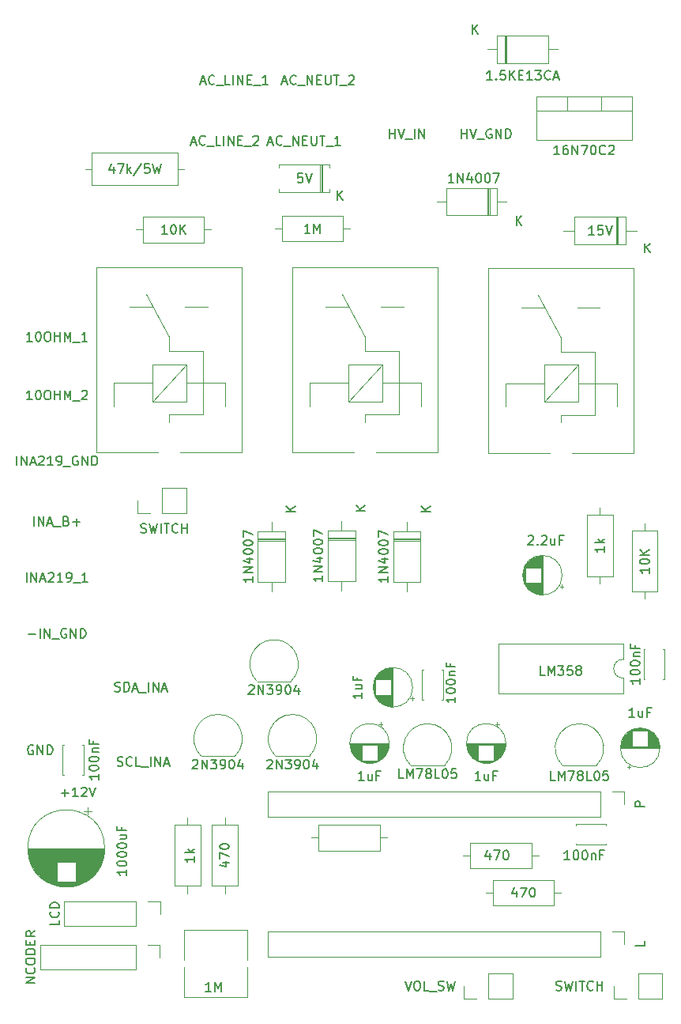
<source format=gbr>
%TF.GenerationSoftware,KiCad,Pcbnew,9.0.6*%
%TF.CreationDate,2025-12-25T22:54:44+01:00*%
%TF.ProjectId,dummyload,64756d6d-796c-46f6-9164-2e6b69636164,rev?*%
%TF.SameCoordinates,Original*%
%TF.FileFunction,Legend,Top*%
%TF.FilePolarity,Positive*%
%FSLAX46Y46*%
G04 Gerber Fmt 4.6, Leading zero omitted, Abs format (unit mm)*
G04 Created by KiCad (PCBNEW 9.0.6) date 2025-12-25 22:54:44*
%MOMM*%
%LPD*%
G01*
G04 APERTURE LIST*
%ADD10C,0.150000*%
%ADD11C,0.120000*%
G04 APERTURE END LIST*
D10*
X127809523Y-64954819D02*
X127238095Y-64954819D01*
X127523809Y-64954819D02*
X127523809Y-63954819D01*
X127523809Y-63954819D02*
X127428571Y-64097676D01*
X127428571Y-64097676D02*
X127333333Y-64192914D01*
X127333333Y-64192914D02*
X127238095Y-64240533D01*
X128428571Y-63954819D02*
X128523809Y-63954819D01*
X128523809Y-63954819D02*
X128619047Y-64002438D01*
X128619047Y-64002438D02*
X128666666Y-64050057D01*
X128666666Y-64050057D02*
X128714285Y-64145295D01*
X128714285Y-64145295D02*
X128761904Y-64335771D01*
X128761904Y-64335771D02*
X128761904Y-64573866D01*
X128761904Y-64573866D02*
X128714285Y-64764342D01*
X128714285Y-64764342D02*
X128666666Y-64859580D01*
X128666666Y-64859580D02*
X128619047Y-64907200D01*
X128619047Y-64907200D02*
X128523809Y-64954819D01*
X128523809Y-64954819D02*
X128428571Y-64954819D01*
X128428571Y-64954819D02*
X128333333Y-64907200D01*
X128333333Y-64907200D02*
X128285714Y-64859580D01*
X128285714Y-64859580D02*
X128238095Y-64764342D01*
X128238095Y-64764342D02*
X128190476Y-64573866D01*
X128190476Y-64573866D02*
X128190476Y-64335771D01*
X128190476Y-64335771D02*
X128238095Y-64145295D01*
X128238095Y-64145295D02*
X128285714Y-64050057D01*
X128285714Y-64050057D02*
X128333333Y-64002438D01*
X128333333Y-64002438D02*
X128428571Y-63954819D01*
X129190476Y-64954819D02*
X129190476Y-63954819D01*
X129761904Y-64954819D02*
X129333333Y-64383390D01*
X129761904Y-63954819D02*
X129190476Y-64526247D01*
X125000000Y-96907200D02*
X125142857Y-96954819D01*
X125142857Y-96954819D02*
X125380952Y-96954819D01*
X125380952Y-96954819D02*
X125476190Y-96907200D01*
X125476190Y-96907200D02*
X125523809Y-96859580D01*
X125523809Y-96859580D02*
X125571428Y-96764342D01*
X125571428Y-96764342D02*
X125571428Y-96669104D01*
X125571428Y-96669104D02*
X125523809Y-96573866D01*
X125523809Y-96573866D02*
X125476190Y-96526247D01*
X125476190Y-96526247D02*
X125380952Y-96478628D01*
X125380952Y-96478628D02*
X125190476Y-96431009D01*
X125190476Y-96431009D02*
X125095238Y-96383390D01*
X125095238Y-96383390D02*
X125047619Y-96335771D01*
X125047619Y-96335771D02*
X125000000Y-96240533D01*
X125000000Y-96240533D02*
X125000000Y-96145295D01*
X125000000Y-96145295D02*
X125047619Y-96050057D01*
X125047619Y-96050057D02*
X125095238Y-96002438D01*
X125095238Y-96002438D02*
X125190476Y-95954819D01*
X125190476Y-95954819D02*
X125428571Y-95954819D01*
X125428571Y-95954819D02*
X125571428Y-96002438D01*
X125904762Y-95954819D02*
X126142857Y-96954819D01*
X126142857Y-96954819D02*
X126333333Y-96240533D01*
X126333333Y-96240533D02*
X126523809Y-96954819D01*
X126523809Y-96954819D02*
X126761905Y-95954819D01*
X127142857Y-96954819D02*
X127142857Y-95954819D01*
X127476190Y-95954819D02*
X128047618Y-95954819D01*
X127761904Y-96954819D02*
X127761904Y-95954819D01*
X128952380Y-96859580D02*
X128904761Y-96907200D01*
X128904761Y-96907200D02*
X128761904Y-96954819D01*
X128761904Y-96954819D02*
X128666666Y-96954819D01*
X128666666Y-96954819D02*
X128523809Y-96907200D01*
X128523809Y-96907200D02*
X128428571Y-96811961D01*
X128428571Y-96811961D02*
X128380952Y-96716723D01*
X128380952Y-96716723D02*
X128333333Y-96526247D01*
X128333333Y-96526247D02*
X128333333Y-96383390D01*
X128333333Y-96383390D02*
X128380952Y-96192914D01*
X128380952Y-96192914D02*
X128428571Y-96097676D01*
X128428571Y-96097676D02*
X128523809Y-96002438D01*
X128523809Y-96002438D02*
X128666666Y-95954819D01*
X128666666Y-95954819D02*
X128761904Y-95954819D01*
X128761904Y-95954819D02*
X128904761Y-96002438D01*
X128904761Y-96002438D02*
X128952380Y-96050057D01*
X129380952Y-96954819D02*
X129380952Y-95954819D01*
X129380952Y-96431009D02*
X129952380Y-96431009D01*
X129952380Y-96954819D02*
X129952380Y-95954819D01*
X130535714Y-121340057D02*
X130583333Y-121292438D01*
X130583333Y-121292438D02*
X130678571Y-121244819D01*
X130678571Y-121244819D02*
X130916666Y-121244819D01*
X130916666Y-121244819D02*
X131011904Y-121292438D01*
X131011904Y-121292438D02*
X131059523Y-121340057D01*
X131059523Y-121340057D02*
X131107142Y-121435295D01*
X131107142Y-121435295D02*
X131107142Y-121530533D01*
X131107142Y-121530533D02*
X131059523Y-121673390D01*
X131059523Y-121673390D02*
X130488095Y-122244819D01*
X130488095Y-122244819D02*
X131107142Y-122244819D01*
X131535714Y-122244819D02*
X131535714Y-121244819D01*
X131535714Y-121244819D02*
X132107142Y-122244819D01*
X132107142Y-122244819D02*
X132107142Y-121244819D01*
X132488095Y-121244819D02*
X133107142Y-121244819D01*
X133107142Y-121244819D02*
X132773809Y-121625771D01*
X132773809Y-121625771D02*
X132916666Y-121625771D01*
X132916666Y-121625771D02*
X133011904Y-121673390D01*
X133011904Y-121673390D02*
X133059523Y-121721009D01*
X133059523Y-121721009D02*
X133107142Y-121816247D01*
X133107142Y-121816247D02*
X133107142Y-122054342D01*
X133107142Y-122054342D02*
X133059523Y-122149580D01*
X133059523Y-122149580D02*
X133011904Y-122197200D01*
X133011904Y-122197200D02*
X132916666Y-122244819D01*
X132916666Y-122244819D02*
X132630952Y-122244819D01*
X132630952Y-122244819D02*
X132535714Y-122197200D01*
X132535714Y-122197200D02*
X132488095Y-122149580D01*
X133583333Y-122244819D02*
X133773809Y-122244819D01*
X133773809Y-122244819D02*
X133869047Y-122197200D01*
X133869047Y-122197200D02*
X133916666Y-122149580D01*
X133916666Y-122149580D02*
X134011904Y-122006723D01*
X134011904Y-122006723D02*
X134059523Y-121816247D01*
X134059523Y-121816247D02*
X134059523Y-121435295D01*
X134059523Y-121435295D02*
X134011904Y-121340057D01*
X134011904Y-121340057D02*
X133964285Y-121292438D01*
X133964285Y-121292438D02*
X133869047Y-121244819D01*
X133869047Y-121244819D02*
X133678571Y-121244819D01*
X133678571Y-121244819D02*
X133583333Y-121292438D01*
X133583333Y-121292438D02*
X133535714Y-121340057D01*
X133535714Y-121340057D02*
X133488095Y-121435295D01*
X133488095Y-121435295D02*
X133488095Y-121673390D01*
X133488095Y-121673390D02*
X133535714Y-121768628D01*
X133535714Y-121768628D02*
X133583333Y-121816247D01*
X133583333Y-121816247D02*
X133678571Y-121863866D01*
X133678571Y-121863866D02*
X133869047Y-121863866D01*
X133869047Y-121863866D02*
X133964285Y-121816247D01*
X133964285Y-121816247D02*
X134011904Y-121768628D01*
X134011904Y-121768628D02*
X134059523Y-121673390D01*
X134678571Y-121244819D02*
X134773809Y-121244819D01*
X134773809Y-121244819D02*
X134869047Y-121292438D01*
X134869047Y-121292438D02*
X134916666Y-121340057D01*
X134916666Y-121340057D02*
X134964285Y-121435295D01*
X134964285Y-121435295D02*
X135011904Y-121625771D01*
X135011904Y-121625771D02*
X135011904Y-121863866D01*
X135011904Y-121863866D02*
X134964285Y-122054342D01*
X134964285Y-122054342D02*
X134916666Y-122149580D01*
X134916666Y-122149580D02*
X134869047Y-122197200D01*
X134869047Y-122197200D02*
X134773809Y-122244819D01*
X134773809Y-122244819D02*
X134678571Y-122244819D01*
X134678571Y-122244819D02*
X134583333Y-122197200D01*
X134583333Y-122197200D02*
X134535714Y-122149580D01*
X134535714Y-122149580D02*
X134488095Y-122054342D01*
X134488095Y-122054342D02*
X134440476Y-121863866D01*
X134440476Y-121863866D02*
X134440476Y-121625771D01*
X134440476Y-121625771D02*
X134488095Y-121435295D01*
X134488095Y-121435295D02*
X134535714Y-121340057D01*
X134535714Y-121340057D02*
X134583333Y-121292438D01*
X134583333Y-121292438D02*
X134678571Y-121244819D01*
X135869047Y-121578152D02*
X135869047Y-122244819D01*
X135630952Y-121197200D02*
X135392857Y-121911485D01*
X135392857Y-121911485D02*
X136011904Y-121911485D01*
X120454819Y-122797619D02*
X120454819Y-123369047D01*
X120454819Y-123083333D02*
X119454819Y-123083333D01*
X119454819Y-123083333D02*
X119597676Y-123178571D01*
X119597676Y-123178571D02*
X119692914Y-123273809D01*
X119692914Y-123273809D02*
X119740533Y-123369047D01*
X119454819Y-122178571D02*
X119454819Y-122083333D01*
X119454819Y-122083333D02*
X119502438Y-121988095D01*
X119502438Y-121988095D02*
X119550057Y-121940476D01*
X119550057Y-121940476D02*
X119645295Y-121892857D01*
X119645295Y-121892857D02*
X119835771Y-121845238D01*
X119835771Y-121845238D02*
X120073866Y-121845238D01*
X120073866Y-121845238D02*
X120264342Y-121892857D01*
X120264342Y-121892857D02*
X120359580Y-121940476D01*
X120359580Y-121940476D02*
X120407200Y-121988095D01*
X120407200Y-121988095D02*
X120454819Y-122083333D01*
X120454819Y-122083333D02*
X120454819Y-122178571D01*
X120454819Y-122178571D02*
X120407200Y-122273809D01*
X120407200Y-122273809D02*
X120359580Y-122321428D01*
X120359580Y-122321428D02*
X120264342Y-122369047D01*
X120264342Y-122369047D02*
X120073866Y-122416666D01*
X120073866Y-122416666D02*
X119835771Y-122416666D01*
X119835771Y-122416666D02*
X119645295Y-122369047D01*
X119645295Y-122369047D02*
X119550057Y-122321428D01*
X119550057Y-122321428D02*
X119502438Y-122273809D01*
X119502438Y-122273809D02*
X119454819Y-122178571D01*
X119454819Y-121226190D02*
X119454819Y-121130952D01*
X119454819Y-121130952D02*
X119502438Y-121035714D01*
X119502438Y-121035714D02*
X119550057Y-120988095D01*
X119550057Y-120988095D02*
X119645295Y-120940476D01*
X119645295Y-120940476D02*
X119835771Y-120892857D01*
X119835771Y-120892857D02*
X120073866Y-120892857D01*
X120073866Y-120892857D02*
X120264342Y-120940476D01*
X120264342Y-120940476D02*
X120359580Y-120988095D01*
X120359580Y-120988095D02*
X120407200Y-121035714D01*
X120407200Y-121035714D02*
X120454819Y-121130952D01*
X120454819Y-121130952D02*
X120454819Y-121226190D01*
X120454819Y-121226190D02*
X120407200Y-121321428D01*
X120407200Y-121321428D02*
X120359580Y-121369047D01*
X120359580Y-121369047D02*
X120264342Y-121416666D01*
X120264342Y-121416666D02*
X120073866Y-121464285D01*
X120073866Y-121464285D02*
X119835771Y-121464285D01*
X119835771Y-121464285D02*
X119645295Y-121416666D01*
X119645295Y-121416666D02*
X119550057Y-121369047D01*
X119550057Y-121369047D02*
X119502438Y-121321428D01*
X119502438Y-121321428D02*
X119454819Y-121226190D01*
X119788152Y-120464285D02*
X120454819Y-120464285D01*
X119883390Y-120464285D02*
X119835771Y-120416666D01*
X119835771Y-120416666D02*
X119788152Y-120321428D01*
X119788152Y-120321428D02*
X119788152Y-120178571D01*
X119788152Y-120178571D02*
X119835771Y-120083333D01*
X119835771Y-120083333D02*
X119931009Y-120035714D01*
X119931009Y-120035714D02*
X120454819Y-120035714D01*
X119931009Y-119226190D02*
X119931009Y-119559523D01*
X120454819Y-119559523D02*
X119454819Y-119559523D01*
X119454819Y-119559523D02*
X119454819Y-119083333D01*
X161404761Y-123454819D02*
X160833333Y-123454819D01*
X161119047Y-123454819D02*
X161119047Y-122454819D01*
X161119047Y-122454819D02*
X161023809Y-122597676D01*
X161023809Y-122597676D02*
X160928571Y-122692914D01*
X160928571Y-122692914D02*
X160833333Y-122740533D01*
X162261904Y-122788152D02*
X162261904Y-123454819D01*
X161833333Y-122788152D02*
X161833333Y-123311961D01*
X161833333Y-123311961D02*
X161880952Y-123407200D01*
X161880952Y-123407200D02*
X161976190Y-123454819D01*
X161976190Y-123454819D02*
X162119047Y-123454819D01*
X162119047Y-123454819D02*
X162214285Y-123407200D01*
X162214285Y-123407200D02*
X162261904Y-123359580D01*
X163071428Y-122931009D02*
X162738095Y-122931009D01*
X162738095Y-123454819D02*
X162738095Y-122454819D01*
X162738095Y-122454819D02*
X163214285Y-122454819D01*
X144484819Y-101562857D02*
X144484819Y-102134285D01*
X144484819Y-101848571D02*
X143484819Y-101848571D01*
X143484819Y-101848571D02*
X143627676Y-101943809D01*
X143627676Y-101943809D02*
X143722914Y-102039047D01*
X143722914Y-102039047D02*
X143770533Y-102134285D01*
X144484819Y-101134285D02*
X143484819Y-101134285D01*
X143484819Y-101134285D02*
X144484819Y-100562857D01*
X144484819Y-100562857D02*
X143484819Y-100562857D01*
X143818152Y-99658095D02*
X144484819Y-99658095D01*
X143437200Y-99896190D02*
X144151485Y-100134285D01*
X144151485Y-100134285D02*
X144151485Y-99515238D01*
X143484819Y-98943809D02*
X143484819Y-98848571D01*
X143484819Y-98848571D02*
X143532438Y-98753333D01*
X143532438Y-98753333D02*
X143580057Y-98705714D01*
X143580057Y-98705714D02*
X143675295Y-98658095D01*
X143675295Y-98658095D02*
X143865771Y-98610476D01*
X143865771Y-98610476D02*
X144103866Y-98610476D01*
X144103866Y-98610476D02*
X144294342Y-98658095D01*
X144294342Y-98658095D02*
X144389580Y-98705714D01*
X144389580Y-98705714D02*
X144437200Y-98753333D01*
X144437200Y-98753333D02*
X144484819Y-98848571D01*
X144484819Y-98848571D02*
X144484819Y-98943809D01*
X144484819Y-98943809D02*
X144437200Y-99039047D01*
X144437200Y-99039047D02*
X144389580Y-99086666D01*
X144389580Y-99086666D02*
X144294342Y-99134285D01*
X144294342Y-99134285D02*
X144103866Y-99181904D01*
X144103866Y-99181904D02*
X143865771Y-99181904D01*
X143865771Y-99181904D02*
X143675295Y-99134285D01*
X143675295Y-99134285D02*
X143580057Y-99086666D01*
X143580057Y-99086666D02*
X143532438Y-99039047D01*
X143532438Y-99039047D02*
X143484819Y-98943809D01*
X143484819Y-97991428D02*
X143484819Y-97896190D01*
X143484819Y-97896190D02*
X143532438Y-97800952D01*
X143532438Y-97800952D02*
X143580057Y-97753333D01*
X143580057Y-97753333D02*
X143675295Y-97705714D01*
X143675295Y-97705714D02*
X143865771Y-97658095D01*
X143865771Y-97658095D02*
X144103866Y-97658095D01*
X144103866Y-97658095D02*
X144294342Y-97705714D01*
X144294342Y-97705714D02*
X144389580Y-97753333D01*
X144389580Y-97753333D02*
X144437200Y-97800952D01*
X144437200Y-97800952D02*
X144484819Y-97896190D01*
X144484819Y-97896190D02*
X144484819Y-97991428D01*
X144484819Y-97991428D02*
X144437200Y-98086666D01*
X144437200Y-98086666D02*
X144389580Y-98134285D01*
X144389580Y-98134285D02*
X144294342Y-98181904D01*
X144294342Y-98181904D02*
X144103866Y-98229523D01*
X144103866Y-98229523D02*
X143865771Y-98229523D01*
X143865771Y-98229523D02*
X143675295Y-98181904D01*
X143675295Y-98181904D02*
X143580057Y-98134285D01*
X143580057Y-98134285D02*
X143532438Y-98086666D01*
X143532438Y-98086666D02*
X143484819Y-97991428D01*
X143484819Y-97324761D02*
X143484819Y-96658095D01*
X143484819Y-96658095D02*
X144484819Y-97086666D01*
X149054819Y-94601904D02*
X148054819Y-94601904D01*
X149054819Y-94030476D02*
X148483390Y-94459047D01*
X148054819Y-94030476D02*
X148626247Y-94601904D01*
X153309524Y-144954819D02*
X153642857Y-145954819D01*
X153642857Y-145954819D02*
X153976190Y-144954819D01*
X154500000Y-144954819D02*
X154690476Y-144954819D01*
X154690476Y-144954819D02*
X154785714Y-145002438D01*
X154785714Y-145002438D02*
X154880952Y-145097676D01*
X154880952Y-145097676D02*
X154928571Y-145288152D01*
X154928571Y-145288152D02*
X154928571Y-145621485D01*
X154928571Y-145621485D02*
X154880952Y-145811961D01*
X154880952Y-145811961D02*
X154785714Y-145907200D01*
X154785714Y-145907200D02*
X154690476Y-145954819D01*
X154690476Y-145954819D02*
X154500000Y-145954819D01*
X154500000Y-145954819D02*
X154404762Y-145907200D01*
X154404762Y-145907200D02*
X154309524Y-145811961D01*
X154309524Y-145811961D02*
X154261905Y-145621485D01*
X154261905Y-145621485D02*
X154261905Y-145288152D01*
X154261905Y-145288152D02*
X154309524Y-145097676D01*
X154309524Y-145097676D02*
X154404762Y-145002438D01*
X154404762Y-145002438D02*
X154500000Y-144954819D01*
X155833333Y-145954819D02*
X155357143Y-145954819D01*
X155357143Y-145954819D02*
X155357143Y-144954819D01*
X155928572Y-146050057D02*
X156690476Y-146050057D01*
X156880953Y-145907200D02*
X157023810Y-145954819D01*
X157023810Y-145954819D02*
X157261905Y-145954819D01*
X157261905Y-145954819D02*
X157357143Y-145907200D01*
X157357143Y-145907200D02*
X157404762Y-145859580D01*
X157404762Y-145859580D02*
X157452381Y-145764342D01*
X157452381Y-145764342D02*
X157452381Y-145669104D01*
X157452381Y-145669104D02*
X157404762Y-145573866D01*
X157404762Y-145573866D02*
X157357143Y-145526247D01*
X157357143Y-145526247D02*
X157261905Y-145478628D01*
X157261905Y-145478628D02*
X157071429Y-145431009D01*
X157071429Y-145431009D02*
X156976191Y-145383390D01*
X156976191Y-145383390D02*
X156928572Y-145335771D01*
X156928572Y-145335771D02*
X156880953Y-145240533D01*
X156880953Y-145240533D02*
X156880953Y-145145295D01*
X156880953Y-145145295D02*
X156928572Y-145050057D01*
X156928572Y-145050057D02*
X156976191Y-145002438D01*
X156976191Y-145002438D02*
X157071429Y-144954819D01*
X157071429Y-144954819D02*
X157309524Y-144954819D01*
X157309524Y-144954819D02*
X157452381Y-145002438D01*
X157785715Y-144954819D02*
X158023810Y-145954819D01*
X158023810Y-145954819D02*
X158214286Y-145240533D01*
X158214286Y-145240533D02*
X158404762Y-145954819D01*
X158404762Y-145954819D02*
X158642858Y-144954819D01*
X148704819Y-114095238D02*
X148704819Y-114666666D01*
X148704819Y-114380952D02*
X147704819Y-114380952D01*
X147704819Y-114380952D02*
X147847676Y-114476190D01*
X147847676Y-114476190D02*
X147942914Y-114571428D01*
X147942914Y-114571428D02*
X147990533Y-114666666D01*
X148038152Y-113238095D02*
X148704819Y-113238095D01*
X148038152Y-113666666D02*
X148561961Y-113666666D01*
X148561961Y-113666666D02*
X148657200Y-113619047D01*
X148657200Y-113619047D02*
X148704819Y-113523809D01*
X148704819Y-113523809D02*
X148704819Y-113380952D01*
X148704819Y-113380952D02*
X148657200Y-113285714D01*
X148657200Y-113285714D02*
X148609580Y-113238095D01*
X148181009Y-112428571D02*
X148181009Y-112761904D01*
X148704819Y-112761904D02*
X147704819Y-112761904D01*
X147704819Y-112761904D02*
X147704819Y-112285714D01*
X136984819Y-101642857D02*
X136984819Y-102214285D01*
X136984819Y-101928571D02*
X135984819Y-101928571D01*
X135984819Y-101928571D02*
X136127676Y-102023809D01*
X136127676Y-102023809D02*
X136222914Y-102119047D01*
X136222914Y-102119047D02*
X136270533Y-102214285D01*
X136984819Y-101214285D02*
X135984819Y-101214285D01*
X135984819Y-101214285D02*
X136984819Y-100642857D01*
X136984819Y-100642857D02*
X135984819Y-100642857D01*
X136318152Y-99738095D02*
X136984819Y-99738095D01*
X135937200Y-99976190D02*
X136651485Y-100214285D01*
X136651485Y-100214285D02*
X136651485Y-99595238D01*
X135984819Y-99023809D02*
X135984819Y-98928571D01*
X135984819Y-98928571D02*
X136032438Y-98833333D01*
X136032438Y-98833333D02*
X136080057Y-98785714D01*
X136080057Y-98785714D02*
X136175295Y-98738095D01*
X136175295Y-98738095D02*
X136365771Y-98690476D01*
X136365771Y-98690476D02*
X136603866Y-98690476D01*
X136603866Y-98690476D02*
X136794342Y-98738095D01*
X136794342Y-98738095D02*
X136889580Y-98785714D01*
X136889580Y-98785714D02*
X136937200Y-98833333D01*
X136937200Y-98833333D02*
X136984819Y-98928571D01*
X136984819Y-98928571D02*
X136984819Y-99023809D01*
X136984819Y-99023809D02*
X136937200Y-99119047D01*
X136937200Y-99119047D02*
X136889580Y-99166666D01*
X136889580Y-99166666D02*
X136794342Y-99214285D01*
X136794342Y-99214285D02*
X136603866Y-99261904D01*
X136603866Y-99261904D02*
X136365771Y-99261904D01*
X136365771Y-99261904D02*
X136175295Y-99214285D01*
X136175295Y-99214285D02*
X136080057Y-99166666D01*
X136080057Y-99166666D02*
X136032438Y-99119047D01*
X136032438Y-99119047D02*
X135984819Y-99023809D01*
X135984819Y-98071428D02*
X135984819Y-97976190D01*
X135984819Y-97976190D02*
X136032438Y-97880952D01*
X136032438Y-97880952D02*
X136080057Y-97833333D01*
X136080057Y-97833333D02*
X136175295Y-97785714D01*
X136175295Y-97785714D02*
X136365771Y-97738095D01*
X136365771Y-97738095D02*
X136603866Y-97738095D01*
X136603866Y-97738095D02*
X136794342Y-97785714D01*
X136794342Y-97785714D02*
X136889580Y-97833333D01*
X136889580Y-97833333D02*
X136937200Y-97880952D01*
X136937200Y-97880952D02*
X136984819Y-97976190D01*
X136984819Y-97976190D02*
X136984819Y-98071428D01*
X136984819Y-98071428D02*
X136937200Y-98166666D01*
X136937200Y-98166666D02*
X136889580Y-98214285D01*
X136889580Y-98214285D02*
X136794342Y-98261904D01*
X136794342Y-98261904D02*
X136603866Y-98309523D01*
X136603866Y-98309523D02*
X136365771Y-98309523D01*
X136365771Y-98309523D02*
X136175295Y-98261904D01*
X136175295Y-98261904D02*
X136080057Y-98214285D01*
X136080057Y-98214285D02*
X136032438Y-98166666D01*
X136032438Y-98166666D02*
X135984819Y-98071428D01*
X135984819Y-97404761D02*
X135984819Y-96738095D01*
X135984819Y-96738095D02*
X136984819Y-97166666D01*
X141554819Y-94681904D02*
X140554819Y-94681904D01*
X141554819Y-94110476D02*
X140983390Y-94539047D01*
X140554819Y-94110476D02*
X141126247Y-94681904D01*
X173580952Y-65054819D02*
X173009524Y-65054819D01*
X173295238Y-65054819D02*
X173295238Y-64054819D01*
X173295238Y-64054819D02*
X173200000Y-64197676D01*
X173200000Y-64197676D02*
X173104762Y-64292914D01*
X173104762Y-64292914D02*
X173009524Y-64340533D01*
X174485714Y-64054819D02*
X174009524Y-64054819D01*
X174009524Y-64054819D02*
X173961905Y-64531009D01*
X173961905Y-64531009D02*
X174009524Y-64483390D01*
X174009524Y-64483390D02*
X174104762Y-64435771D01*
X174104762Y-64435771D02*
X174342857Y-64435771D01*
X174342857Y-64435771D02*
X174438095Y-64483390D01*
X174438095Y-64483390D02*
X174485714Y-64531009D01*
X174485714Y-64531009D02*
X174533333Y-64626247D01*
X174533333Y-64626247D02*
X174533333Y-64864342D01*
X174533333Y-64864342D02*
X174485714Y-64959580D01*
X174485714Y-64959580D02*
X174438095Y-65007200D01*
X174438095Y-65007200D02*
X174342857Y-65054819D01*
X174342857Y-65054819D02*
X174104762Y-65054819D01*
X174104762Y-65054819D02*
X174009524Y-65007200D01*
X174009524Y-65007200D02*
X173961905Y-64959580D01*
X174819048Y-64054819D02*
X175152381Y-65054819D01*
X175152381Y-65054819D02*
X175485714Y-64054819D01*
X179018095Y-66954819D02*
X179018095Y-65954819D01*
X179589523Y-66954819D02*
X179160952Y-66383390D01*
X179589523Y-65954819D02*
X179018095Y-66526247D01*
X113438095Y-119752438D02*
X113342857Y-119704819D01*
X113342857Y-119704819D02*
X113200000Y-119704819D01*
X113200000Y-119704819D02*
X113057143Y-119752438D01*
X113057143Y-119752438D02*
X112961905Y-119847676D01*
X112961905Y-119847676D02*
X112914286Y-119942914D01*
X112914286Y-119942914D02*
X112866667Y-120133390D01*
X112866667Y-120133390D02*
X112866667Y-120276247D01*
X112866667Y-120276247D02*
X112914286Y-120466723D01*
X112914286Y-120466723D02*
X112961905Y-120561961D01*
X112961905Y-120561961D02*
X113057143Y-120657200D01*
X113057143Y-120657200D02*
X113200000Y-120704819D01*
X113200000Y-120704819D02*
X113295238Y-120704819D01*
X113295238Y-120704819D02*
X113438095Y-120657200D01*
X113438095Y-120657200D02*
X113485714Y-120609580D01*
X113485714Y-120609580D02*
X113485714Y-120276247D01*
X113485714Y-120276247D02*
X113295238Y-120276247D01*
X113914286Y-120704819D02*
X113914286Y-119704819D01*
X113914286Y-119704819D02*
X114485714Y-120704819D01*
X114485714Y-120704819D02*
X114485714Y-119704819D01*
X114961905Y-120704819D02*
X114961905Y-119704819D01*
X114961905Y-119704819D02*
X115200000Y-119704819D01*
X115200000Y-119704819D02*
X115342857Y-119752438D01*
X115342857Y-119752438D02*
X115438095Y-119847676D01*
X115438095Y-119847676D02*
X115485714Y-119942914D01*
X115485714Y-119942914D02*
X115533333Y-120133390D01*
X115533333Y-120133390D02*
X115533333Y-120276247D01*
X115533333Y-120276247D02*
X115485714Y-120466723D01*
X115485714Y-120466723D02*
X115438095Y-120561961D01*
X115438095Y-120561961D02*
X115342857Y-120657200D01*
X115342857Y-120657200D02*
X115200000Y-120704819D01*
X115200000Y-120704819D02*
X114961905Y-120704819D01*
X112761905Y-102204819D02*
X112761905Y-101204819D01*
X113238095Y-102204819D02*
X113238095Y-101204819D01*
X113238095Y-101204819D02*
X113809523Y-102204819D01*
X113809523Y-102204819D02*
X113809523Y-101204819D01*
X114238095Y-101919104D02*
X114714285Y-101919104D01*
X114142857Y-102204819D02*
X114476190Y-101204819D01*
X114476190Y-101204819D02*
X114809523Y-102204819D01*
X115095238Y-101300057D02*
X115142857Y-101252438D01*
X115142857Y-101252438D02*
X115238095Y-101204819D01*
X115238095Y-101204819D02*
X115476190Y-101204819D01*
X115476190Y-101204819D02*
X115571428Y-101252438D01*
X115571428Y-101252438D02*
X115619047Y-101300057D01*
X115619047Y-101300057D02*
X115666666Y-101395295D01*
X115666666Y-101395295D02*
X115666666Y-101490533D01*
X115666666Y-101490533D02*
X115619047Y-101633390D01*
X115619047Y-101633390D02*
X115047619Y-102204819D01*
X115047619Y-102204819D02*
X115666666Y-102204819D01*
X116619047Y-102204819D02*
X116047619Y-102204819D01*
X116333333Y-102204819D02*
X116333333Y-101204819D01*
X116333333Y-101204819D02*
X116238095Y-101347676D01*
X116238095Y-101347676D02*
X116142857Y-101442914D01*
X116142857Y-101442914D02*
X116047619Y-101490533D01*
X117095238Y-102204819D02*
X117285714Y-102204819D01*
X117285714Y-102204819D02*
X117380952Y-102157200D01*
X117380952Y-102157200D02*
X117428571Y-102109580D01*
X117428571Y-102109580D02*
X117523809Y-101966723D01*
X117523809Y-101966723D02*
X117571428Y-101776247D01*
X117571428Y-101776247D02*
X117571428Y-101395295D01*
X117571428Y-101395295D02*
X117523809Y-101300057D01*
X117523809Y-101300057D02*
X117476190Y-101252438D01*
X117476190Y-101252438D02*
X117380952Y-101204819D01*
X117380952Y-101204819D02*
X117190476Y-101204819D01*
X117190476Y-101204819D02*
X117095238Y-101252438D01*
X117095238Y-101252438D02*
X117047619Y-101300057D01*
X117047619Y-101300057D02*
X117000000Y-101395295D01*
X117000000Y-101395295D02*
X117000000Y-101633390D01*
X117000000Y-101633390D02*
X117047619Y-101728628D01*
X117047619Y-101728628D02*
X117095238Y-101776247D01*
X117095238Y-101776247D02*
X117190476Y-101823866D01*
X117190476Y-101823866D02*
X117380952Y-101823866D01*
X117380952Y-101823866D02*
X117476190Y-101776247D01*
X117476190Y-101776247D02*
X117523809Y-101728628D01*
X117523809Y-101728628D02*
X117571428Y-101633390D01*
X117761905Y-102300057D02*
X118523809Y-102300057D01*
X119285714Y-102204819D02*
X118714286Y-102204819D01*
X119000000Y-102204819D02*
X119000000Y-101204819D01*
X119000000Y-101204819D02*
X118904762Y-101347676D01*
X118904762Y-101347676D02*
X118809524Y-101442914D01*
X118809524Y-101442914D02*
X118714286Y-101490533D01*
X138535714Y-121340057D02*
X138583333Y-121292438D01*
X138583333Y-121292438D02*
X138678571Y-121244819D01*
X138678571Y-121244819D02*
X138916666Y-121244819D01*
X138916666Y-121244819D02*
X139011904Y-121292438D01*
X139011904Y-121292438D02*
X139059523Y-121340057D01*
X139059523Y-121340057D02*
X139107142Y-121435295D01*
X139107142Y-121435295D02*
X139107142Y-121530533D01*
X139107142Y-121530533D02*
X139059523Y-121673390D01*
X139059523Y-121673390D02*
X138488095Y-122244819D01*
X138488095Y-122244819D02*
X139107142Y-122244819D01*
X139535714Y-122244819D02*
X139535714Y-121244819D01*
X139535714Y-121244819D02*
X140107142Y-122244819D01*
X140107142Y-122244819D02*
X140107142Y-121244819D01*
X140488095Y-121244819D02*
X141107142Y-121244819D01*
X141107142Y-121244819D02*
X140773809Y-121625771D01*
X140773809Y-121625771D02*
X140916666Y-121625771D01*
X140916666Y-121625771D02*
X141011904Y-121673390D01*
X141011904Y-121673390D02*
X141059523Y-121721009D01*
X141059523Y-121721009D02*
X141107142Y-121816247D01*
X141107142Y-121816247D02*
X141107142Y-122054342D01*
X141107142Y-122054342D02*
X141059523Y-122149580D01*
X141059523Y-122149580D02*
X141011904Y-122197200D01*
X141011904Y-122197200D02*
X140916666Y-122244819D01*
X140916666Y-122244819D02*
X140630952Y-122244819D01*
X140630952Y-122244819D02*
X140535714Y-122197200D01*
X140535714Y-122197200D02*
X140488095Y-122149580D01*
X141583333Y-122244819D02*
X141773809Y-122244819D01*
X141773809Y-122244819D02*
X141869047Y-122197200D01*
X141869047Y-122197200D02*
X141916666Y-122149580D01*
X141916666Y-122149580D02*
X142011904Y-122006723D01*
X142011904Y-122006723D02*
X142059523Y-121816247D01*
X142059523Y-121816247D02*
X142059523Y-121435295D01*
X142059523Y-121435295D02*
X142011904Y-121340057D01*
X142011904Y-121340057D02*
X141964285Y-121292438D01*
X141964285Y-121292438D02*
X141869047Y-121244819D01*
X141869047Y-121244819D02*
X141678571Y-121244819D01*
X141678571Y-121244819D02*
X141583333Y-121292438D01*
X141583333Y-121292438D02*
X141535714Y-121340057D01*
X141535714Y-121340057D02*
X141488095Y-121435295D01*
X141488095Y-121435295D02*
X141488095Y-121673390D01*
X141488095Y-121673390D02*
X141535714Y-121768628D01*
X141535714Y-121768628D02*
X141583333Y-121816247D01*
X141583333Y-121816247D02*
X141678571Y-121863866D01*
X141678571Y-121863866D02*
X141869047Y-121863866D01*
X141869047Y-121863866D02*
X141964285Y-121816247D01*
X141964285Y-121816247D02*
X142011904Y-121768628D01*
X142011904Y-121768628D02*
X142059523Y-121673390D01*
X142678571Y-121244819D02*
X142773809Y-121244819D01*
X142773809Y-121244819D02*
X142869047Y-121292438D01*
X142869047Y-121292438D02*
X142916666Y-121340057D01*
X142916666Y-121340057D02*
X142964285Y-121435295D01*
X142964285Y-121435295D02*
X143011904Y-121625771D01*
X143011904Y-121625771D02*
X143011904Y-121863866D01*
X143011904Y-121863866D02*
X142964285Y-122054342D01*
X142964285Y-122054342D02*
X142916666Y-122149580D01*
X142916666Y-122149580D02*
X142869047Y-122197200D01*
X142869047Y-122197200D02*
X142773809Y-122244819D01*
X142773809Y-122244819D02*
X142678571Y-122244819D01*
X142678571Y-122244819D02*
X142583333Y-122197200D01*
X142583333Y-122197200D02*
X142535714Y-122149580D01*
X142535714Y-122149580D02*
X142488095Y-122054342D01*
X142488095Y-122054342D02*
X142440476Y-121863866D01*
X142440476Y-121863866D02*
X142440476Y-121625771D01*
X142440476Y-121625771D02*
X142488095Y-121435295D01*
X142488095Y-121435295D02*
X142535714Y-121340057D01*
X142535714Y-121340057D02*
X142583333Y-121292438D01*
X142583333Y-121292438D02*
X142678571Y-121244819D01*
X143869047Y-121578152D02*
X143869047Y-122244819D01*
X143630952Y-121197200D02*
X143392857Y-121911485D01*
X143392857Y-121911485D02*
X144011904Y-121911485D01*
X113664819Y-145161904D02*
X112664819Y-145161904D01*
X112664819Y-145161904D02*
X113664819Y-144590476D01*
X113664819Y-144590476D02*
X112664819Y-144590476D01*
X113569580Y-143542857D02*
X113617200Y-143590476D01*
X113617200Y-143590476D02*
X113664819Y-143733333D01*
X113664819Y-143733333D02*
X113664819Y-143828571D01*
X113664819Y-143828571D02*
X113617200Y-143971428D01*
X113617200Y-143971428D02*
X113521961Y-144066666D01*
X113521961Y-144066666D02*
X113426723Y-144114285D01*
X113426723Y-144114285D02*
X113236247Y-144161904D01*
X113236247Y-144161904D02*
X113093390Y-144161904D01*
X113093390Y-144161904D02*
X112902914Y-144114285D01*
X112902914Y-144114285D02*
X112807676Y-144066666D01*
X112807676Y-144066666D02*
X112712438Y-143971428D01*
X112712438Y-143971428D02*
X112664819Y-143828571D01*
X112664819Y-143828571D02*
X112664819Y-143733333D01*
X112664819Y-143733333D02*
X112712438Y-143590476D01*
X112712438Y-143590476D02*
X112760057Y-143542857D01*
X112664819Y-142923809D02*
X112664819Y-142733333D01*
X112664819Y-142733333D02*
X112712438Y-142638095D01*
X112712438Y-142638095D02*
X112807676Y-142542857D01*
X112807676Y-142542857D02*
X112998152Y-142495238D01*
X112998152Y-142495238D02*
X113331485Y-142495238D01*
X113331485Y-142495238D02*
X113521961Y-142542857D01*
X113521961Y-142542857D02*
X113617200Y-142638095D01*
X113617200Y-142638095D02*
X113664819Y-142733333D01*
X113664819Y-142733333D02*
X113664819Y-142923809D01*
X113664819Y-142923809D02*
X113617200Y-143019047D01*
X113617200Y-143019047D02*
X113521961Y-143114285D01*
X113521961Y-143114285D02*
X113331485Y-143161904D01*
X113331485Y-143161904D02*
X112998152Y-143161904D01*
X112998152Y-143161904D02*
X112807676Y-143114285D01*
X112807676Y-143114285D02*
X112712438Y-143019047D01*
X112712438Y-143019047D02*
X112664819Y-142923809D01*
X113664819Y-142066666D02*
X112664819Y-142066666D01*
X112664819Y-142066666D02*
X112664819Y-141828571D01*
X112664819Y-141828571D02*
X112712438Y-141685714D01*
X112712438Y-141685714D02*
X112807676Y-141590476D01*
X112807676Y-141590476D02*
X112902914Y-141542857D01*
X112902914Y-141542857D02*
X113093390Y-141495238D01*
X113093390Y-141495238D02*
X113236247Y-141495238D01*
X113236247Y-141495238D02*
X113426723Y-141542857D01*
X113426723Y-141542857D02*
X113521961Y-141590476D01*
X113521961Y-141590476D02*
X113617200Y-141685714D01*
X113617200Y-141685714D02*
X113664819Y-141828571D01*
X113664819Y-141828571D02*
X113664819Y-142066666D01*
X113141009Y-141066666D02*
X113141009Y-140733333D01*
X113664819Y-140590476D02*
X113664819Y-141066666D01*
X113664819Y-141066666D02*
X112664819Y-141066666D01*
X112664819Y-141066666D02*
X112664819Y-140590476D01*
X113664819Y-139590476D02*
X113188628Y-139923809D01*
X113664819Y-140161904D02*
X112664819Y-140161904D01*
X112664819Y-140161904D02*
X112664819Y-139780952D01*
X112664819Y-139780952D02*
X112712438Y-139685714D01*
X112712438Y-139685714D02*
X112760057Y-139638095D01*
X112760057Y-139638095D02*
X112855295Y-139590476D01*
X112855295Y-139590476D02*
X112998152Y-139590476D01*
X112998152Y-139590476D02*
X113093390Y-139638095D01*
X113093390Y-139638095D02*
X113141009Y-139685714D01*
X113141009Y-139685714D02*
X113188628Y-139780952D01*
X113188628Y-139780952D02*
X113188628Y-140161904D01*
X165238095Y-135288152D02*
X165238095Y-135954819D01*
X165000000Y-134907200D02*
X164761905Y-135621485D01*
X164761905Y-135621485D02*
X165380952Y-135621485D01*
X165666667Y-134954819D02*
X166333333Y-134954819D01*
X166333333Y-134954819D02*
X165904762Y-135954819D01*
X166904762Y-134954819D02*
X167000000Y-134954819D01*
X167000000Y-134954819D02*
X167095238Y-135002438D01*
X167095238Y-135002438D02*
X167142857Y-135050057D01*
X167142857Y-135050057D02*
X167190476Y-135145295D01*
X167190476Y-135145295D02*
X167238095Y-135335771D01*
X167238095Y-135335771D02*
X167238095Y-135573866D01*
X167238095Y-135573866D02*
X167190476Y-135764342D01*
X167190476Y-135764342D02*
X167142857Y-135859580D01*
X167142857Y-135859580D02*
X167095238Y-135907200D01*
X167095238Y-135907200D02*
X167000000Y-135954819D01*
X167000000Y-135954819D02*
X166904762Y-135954819D01*
X166904762Y-135954819D02*
X166809524Y-135907200D01*
X166809524Y-135907200D02*
X166761905Y-135859580D01*
X166761905Y-135859580D02*
X166714286Y-135764342D01*
X166714286Y-135764342D02*
X166666667Y-135573866D01*
X166666667Y-135573866D02*
X166666667Y-135335771D01*
X166666667Y-135335771D02*
X166714286Y-135145295D01*
X166714286Y-135145295D02*
X166761905Y-135050057D01*
X166761905Y-135050057D02*
X166809524Y-135002438D01*
X166809524Y-135002438D02*
X166904762Y-134954819D01*
X113333333Y-82704819D02*
X112761905Y-82704819D01*
X113047619Y-82704819D02*
X113047619Y-81704819D01*
X113047619Y-81704819D02*
X112952381Y-81847676D01*
X112952381Y-81847676D02*
X112857143Y-81942914D01*
X112857143Y-81942914D02*
X112761905Y-81990533D01*
X113952381Y-81704819D02*
X114047619Y-81704819D01*
X114047619Y-81704819D02*
X114142857Y-81752438D01*
X114142857Y-81752438D02*
X114190476Y-81800057D01*
X114190476Y-81800057D02*
X114238095Y-81895295D01*
X114238095Y-81895295D02*
X114285714Y-82085771D01*
X114285714Y-82085771D02*
X114285714Y-82323866D01*
X114285714Y-82323866D02*
X114238095Y-82514342D01*
X114238095Y-82514342D02*
X114190476Y-82609580D01*
X114190476Y-82609580D02*
X114142857Y-82657200D01*
X114142857Y-82657200D02*
X114047619Y-82704819D01*
X114047619Y-82704819D02*
X113952381Y-82704819D01*
X113952381Y-82704819D02*
X113857143Y-82657200D01*
X113857143Y-82657200D02*
X113809524Y-82609580D01*
X113809524Y-82609580D02*
X113761905Y-82514342D01*
X113761905Y-82514342D02*
X113714286Y-82323866D01*
X113714286Y-82323866D02*
X113714286Y-82085771D01*
X113714286Y-82085771D02*
X113761905Y-81895295D01*
X113761905Y-81895295D02*
X113809524Y-81800057D01*
X113809524Y-81800057D02*
X113857143Y-81752438D01*
X113857143Y-81752438D02*
X113952381Y-81704819D01*
X114904762Y-81704819D02*
X115095238Y-81704819D01*
X115095238Y-81704819D02*
X115190476Y-81752438D01*
X115190476Y-81752438D02*
X115285714Y-81847676D01*
X115285714Y-81847676D02*
X115333333Y-82038152D01*
X115333333Y-82038152D02*
X115333333Y-82371485D01*
X115333333Y-82371485D02*
X115285714Y-82561961D01*
X115285714Y-82561961D02*
X115190476Y-82657200D01*
X115190476Y-82657200D02*
X115095238Y-82704819D01*
X115095238Y-82704819D02*
X114904762Y-82704819D01*
X114904762Y-82704819D02*
X114809524Y-82657200D01*
X114809524Y-82657200D02*
X114714286Y-82561961D01*
X114714286Y-82561961D02*
X114666667Y-82371485D01*
X114666667Y-82371485D02*
X114666667Y-82038152D01*
X114666667Y-82038152D02*
X114714286Y-81847676D01*
X114714286Y-81847676D02*
X114809524Y-81752438D01*
X114809524Y-81752438D02*
X114904762Y-81704819D01*
X115761905Y-82704819D02*
X115761905Y-81704819D01*
X115761905Y-82181009D02*
X116333333Y-82181009D01*
X116333333Y-82704819D02*
X116333333Y-81704819D01*
X116809524Y-82704819D02*
X116809524Y-81704819D01*
X116809524Y-81704819D02*
X117142857Y-82419104D01*
X117142857Y-82419104D02*
X117476190Y-81704819D01*
X117476190Y-81704819D02*
X117476190Y-82704819D01*
X117714286Y-82800057D02*
X118476190Y-82800057D01*
X118666667Y-81800057D02*
X118714286Y-81752438D01*
X118714286Y-81752438D02*
X118809524Y-81704819D01*
X118809524Y-81704819D02*
X119047619Y-81704819D01*
X119047619Y-81704819D02*
X119142857Y-81752438D01*
X119142857Y-81752438D02*
X119190476Y-81800057D01*
X119190476Y-81800057D02*
X119238095Y-81895295D01*
X119238095Y-81895295D02*
X119238095Y-81990533D01*
X119238095Y-81990533D02*
X119190476Y-82133390D01*
X119190476Y-82133390D02*
X118619048Y-82704819D01*
X118619048Y-82704819D02*
X119238095Y-82704819D01*
X122214286Y-113907200D02*
X122357143Y-113954819D01*
X122357143Y-113954819D02*
X122595238Y-113954819D01*
X122595238Y-113954819D02*
X122690476Y-113907200D01*
X122690476Y-113907200D02*
X122738095Y-113859580D01*
X122738095Y-113859580D02*
X122785714Y-113764342D01*
X122785714Y-113764342D02*
X122785714Y-113669104D01*
X122785714Y-113669104D02*
X122738095Y-113573866D01*
X122738095Y-113573866D02*
X122690476Y-113526247D01*
X122690476Y-113526247D02*
X122595238Y-113478628D01*
X122595238Y-113478628D02*
X122404762Y-113431009D01*
X122404762Y-113431009D02*
X122309524Y-113383390D01*
X122309524Y-113383390D02*
X122261905Y-113335771D01*
X122261905Y-113335771D02*
X122214286Y-113240533D01*
X122214286Y-113240533D02*
X122214286Y-113145295D01*
X122214286Y-113145295D02*
X122261905Y-113050057D01*
X122261905Y-113050057D02*
X122309524Y-113002438D01*
X122309524Y-113002438D02*
X122404762Y-112954819D01*
X122404762Y-112954819D02*
X122642857Y-112954819D01*
X122642857Y-112954819D02*
X122785714Y-113002438D01*
X123214286Y-113954819D02*
X123214286Y-112954819D01*
X123214286Y-112954819D02*
X123452381Y-112954819D01*
X123452381Y-112954819D02*
X123595238Y-113002438D01*
X123595238Y-113002438D02*
X123690476Y-113097676D01*
X123690476Y-113097676D02*
X123738095Y-113192914D01*
X123738095Y-113192914D02*
X123785714Y-113383390D01*
X123785714Y-113383390D02*
X123785714Y-113526247D01*
X123785714Y-113526247D02*
X123738095Y-113716723D01*
X123738095Y-113716723D02*
X123690476Y-113811961D01*
X123690476Y-113811961D02*
X123595238Y-113907200D01*
X123595238Y-113907200D02*
X123452381Y-113954819D01*
X123452381Y-113954819D02*
X123214286Y-113954819D01*
X124166667Y-113669104D02*
X124642857Y-113669104D01*
X124071429Y-113954819D02*
X124404762Y-112954819D01*
X124404762Y-112954819D02*
X124738095Y-113954819D01*
X124833334Y-114050057D02*
X125595238Y-114050057D01*
X125833334Y-113954819D02*
X125833334Y-112954819D01*
X126309524Y-113954819D02*
X126309524Y-112954819D01*
X126309524Y-112954819D02*
X126880952Y-113954819D01*
X126880952Y-113954819D02*
X126880952Y-112954819D01*
X127309524Y-113669104D02*
X127785714Y-113669104D01*
X127214286Y-113954819D02*
X127547619Y-112954819D01*
X127547619Y-112954819D02*
X127880952Y-113954819D01*
X136555714Y-113340057D02*
X136603333Y-113292438D01*
X136603333Y-113292438D02*
X136698571Y-113244819D01*
X136698571Y-113244819D02*
X136936666Y-113244819D01*
X136936666Y-113244819D02*
X137031904Y-113292438D01*
X137031904Y-113292438D02*
X137079523Y-113340057D01*
X137079523Y-113340057D02*
X137127142Y-113435295D01*
X137127142Y-113435295D02*
X137127142Y-113530533D01*
X137127142Y-113530533D02*
X137079523Y-113673390D01*
X137079523Y-113673390D02*
X136508095Y-114244819D01*
X136508095Y-114244819D02*
X137127142Y-114244819D01*
X137555714Y-114244819D02*
X137555714Y-113244819D01*
X137555714Y-113244819D02*
X138127142Y-114244819D01*
X138127142Y-114244819D02*
X138127142Y-113244819D01*
X138508095Y-113244819D02*
X139127142Y-113244819D01*
X139127142Y-113244819D02*
X138793809Y-113625771D01*
X138793809Y-113625771D02*
X138936666Y-113625771D01*
X138936666Y-113625771D02*
X139031904Y-113673390D01*
X139031904Y-113673390D02*
X139079523Y-113721009D01*
X139079523Y-113721009D02*
X139127142Y-113816247D01*
X139127142Y-113816247D02*
X139127142Y-114054342D01*
X139127142Y-114054342D02*
X139079523Y-114149580D01*
X139079523Y-114149580D02*
X139031904Y-114197200D01*
X139031904Y-114197200D02*
X138936666Y-114244819D01*
X138936666Y-114244819D02*
X138650952Y-114244819D01*
X138650952Y-114244819D02*
X138555714Y-114197200D01*
X138555714Y-114197200D02*
X138508095Y-114149580D01*
X139603333Y-114244819D02*
X139793809Y-114244819D01*
X139793809Y-114244819D02*
X139889047Y-114197200D01*
X139889047Y-114197200D02*
X139936666Y-114149580D01*
X139936666Y-114149580D02*
X140031904Y-114006723D01*
X140031904Y-114006723D02*
X140079523Y-113816247D01*
X140079523Y-113816247D02*
X140079523Y-113435295D01*
X140079523Y-113435295D02*
X140031904Y-113340057D01*
X140031904Y-113340057D02*
X139984285Y-113292438D01*
X139984285Y-113292438D02*
X139889047Y-113244819D01*
X139889047Y-113244819D02*
X139698571Y-113244819D01*
X139698571Y-113244819D02*
X139603333Y-113292438D01*
X139603333Y-113292438D02*
X139555714Y-113340057D01*
X139555714Y-113340057D02*
X139508095Y-113435295D01*
X139508095Y-113435295D02*
X139508095Y-113673390D01*
X139508095Y-113673390D02*
X139555714Y-113768628D01*
X139555714Y-113768628D02*
X139603333Y-113816247D01*
X139603333Y-113816247D02*
X139698571Y-113863866D01*
X139698571Y-113863866D02*
X139889047Y-113863866D01*
X139889047Y-113863866D02*
X139984285Y-113816247D01*
X139984285Y-113816247D02*
X140031904Y-113768628D01*
X140031904Y-113768628D02*
X140079523Y-113673390D01*
X140698571Y-113244819D02*
X140793809Y-113244819D01*
X140793809Y-113244819D02*
X140889047Y-113292438D01*
X140889047Y-113292438D02*
X140936666Y-113340057D01*
X140936666Y-113340057D02*
X140984285Y-113435295D01*
X140984285Y-113435295D02*
X141031904Y-113625771D01*
X141031904Y-113625771D02*
X141031904Y-113863866D01*
X141031904Y-113863866D02*
X140984285Y-114054342D01*
X140984285Y-114054342D02*
X140936666Y-114149580D01*
X140936666Y-114149580D02*
X140889047Y-114197200D01*
X140889047Y-114197200D02*
X140793809Y-114244819D01*
X140793809Y-114244819D02*
X140698571Y-114244819D01*
X140698571Y-114244819D02*
X140603333Y-114197200D01*
X140603333Y-114197200D02*
X140555714Y-114149580D01*
X140555714Y-114149580D02*
X140508095Y-114054342D01*
X140508095Y-114054342D02*
X140460476Y-113863866D01*
X140460476Y-113863866D02*
X140460476Y-113625771D01*
X140460476Y-113625771D02*
X140508095Y-113435295D01*
X140508095Y-113435295D02*
X140555714Y-113340057D01*
X140555714Y-113340057D02*
X140603333Y-113292438D01*
X140603333Y-113292438D02*
X140698571Y-113244819D01*
X141889047Y-113578152D02*
X141889047Y-114244819D01*
X141650952Y-113197200D02*
X141412857Y-113911485D01*
X141412857Y-113911485D02*
X142031904Y-113911485D01*
X140142857Y-48669104D02*
X140619047Y-48669104D01*
X140047619Y-48954819D02*
X140380952Y-47954819D01*
X140380952Y-47954819D02*
X140714285Y-48954819D01*
X141619047Y-48859580D02*
X141571428Y-48907200D01*
X141571428Y-48907200D02*
X141428571Y-48954819D01*
X141428571Y-48954819D02*
X141333333Y-48954819D01*
X141333333Y-48954819D02*
X141190476Y-48907200D01*
X141190476Y-48907200D02*
X141095238Y-48811961D01*
X141095238Y-48811961D02*
X141047619Y-48716723D01*
X141047619Y-48716723D02*
X141000000Y-48526247D01*
X141000000Y-48526247D02*
X141000000Y-48383390D01*
X141000000Y-48383390D02*
X141047619Y-48192914D01*
X141047619Y-48192914D02*
X141095238Y-48097676D01*
X141095238Y-48097676D02*
X141190476Y-48002438D01*
X141190476Y-48002438D02*
X141333333Y-47954819D01*
X141333333Y-47954819D02*
X141428571Y-47954819D01*
X141428571Y-47954819D02*
X141571428Y-48002438D01*
X141571428Y-48002438D02*
X141619047Y-48050057D01*
X141809524Y-49050057D02*
X142571428Y-49050057D01*
X142809524Y-48954819D02*
X142809524Y-47954819D01*
X142809524Y-47954819D02*
X143380952Y-48954819D01*
X143380952Y-48954819D02*
X143380952Y-47954819D01*
X143857143Y-48431009D02*
X144190476Y-48431009D01*
X144333333Y-48954819D02*
X143857143Y-48954819D01*
X143857143Y-48954819D02*
X143857143Y-47954819D01*
X143857143Y-47954819D02*
X144333333Y-47954819D01*
X144761905Y-47954819D02*
X144761905Y-48764342D01*
X144761905Y-48764342D02*
X144809524Y-48859580D01*
X144809524Y-48859580D02*
X144857143Y-48907200D01*
X144857143Y-48907200D02*
X144952381Y-48954819D01*
X144952381Y-48954819D02*
X145142857Y-48954819D01*
X145142857Y-48954819D02*
X145238095Y-48907200D01*
X145238095Y-48907200D02*
X145285714Y-48859580D01*
X145285714Y-48859580D02*
X145333333Y-48764342D01*
X145333333Y-48764342D02*
X145333333Y-47954819D01*
X145666667Y-47954819D02*
X146238095Y-47954819D01*
X145952381Y-48954819D02*
X145952381Y-47954819D01*
X146333334Y-49050057D02*
X147095238Y-49050057D01*
X147285715Y-48050057D02*
X147333334Y-48002438D01*
X147333334Y-48002438D02*
X147428572Y-47954819D01*
X147428572Y-47954819D02*
X147666667Y-47954819D01*
X147666667Y-47954819D02*
X147761905Y-48002438D01*
X147761905Y-48002438D02*
X147809524Y-48050057D01*
X147809524Y-48050057D02*
X147857143Y-48145295D01*
X147857143Y-48145295D02*
X147857143Y-48240533D01*
X147857143Y-48240533D02*
X147809524Y-48383390D01*
X147809524Y-48383390D02*
X147238096Y-48954819D01*
X147238096Y-48954819D02*
X147857143Y-48954819D01*
X116488095Y-124823866D02*
X117250000Y-124823866D01*
X116869047Y-125204819D02*
X116869047Y-124442914D01*
X118249999Y-125204819D02*
X117678571Y-125204819D01*
X117964285Y-125204819D02*
X117964285Y-124204819D01*
X117964285Y-124204819D02*
X117869047Y-124347676D01*
X117869047Y-124347676D02*
X117773809Y-124442914D01*
X117773809Y-124442914D02*
X117678571Y-124490533D01*
X118630952Y-124300057D02*
X118678571Y-124252438D01*
X118678571Y-124252438D02*
X118773809Y-124204819D01*
X118773809Y-124204819D02*
X119011904Y-124204819D01*
X119011904Y-124204819D02*
X119107142Y-124252438D01*
X119107142Y-124252438D02*
X119154761Y-124300057D01*
X119154761Y-124300057D02*
X119202380Y-124395295D01*
X119202380Y-124395295D02*
X119202380Y-124490533D01*
X119202380Y-124490533D02*
X119154761Y-124633390D01*
X119154761Y-124633390D02*
X118583333Y-125204819D01*
X118583333Y-125204819D02*
X119202380Y-125204819D01*
X119488095Y-124204819D02*
X119821428Y-125204819D01*
X119821428Y-125204819D02*
X120154761Y-124204819D01*
X133788152Y-132261904D02*
X134454819Y-132261904D01*
X133407200Y-132499999D02*
X134121485Y-132738094D01*
X134121485Y-132738094D02*
X134121485Y-132119047D01*
X133454819Y-131833332D02*
X133454819Y-131166666D01*
X133454819Y-131166666D02*
X134454819Y-131595237D01*
X133454819Y-130595237D02*
X133454819Y-130499999D01*
X133454819Y-130499999D02*
X133502438Y-130404761D01*
X133502438Y-130404761D02*
X133550057Y-130357142D01*
X133550057Y-130357142D02*
X133645295Y-130309523D01*
X133645295Y-130309523D02*
X133835771Y-130261904D01*
X133835771Y-130261904D02*
X134073866Y-130261904D01*
X134073866Y-130261904D02*
X134264342Y-130309523D01*
X134264342Y-130309523D02*
X134359580Y-130357142D01*
X134359580Y-130357142D02*
X134407200Y-130404761D01*
X134407200Y-130404761D02*
X134454819Y-130499999D01*
X134454819Y-130499999D02*
X134454819Y-130595237D01*
X134454819Y-130595237D02*
X134407200Y-130690475D01*
X134407200Y-130690475D02*
X134359580Y-130738094D01*
X134359580Y-130738094D02*
X134264342Y-130785713D01*
X134264342Y-130785713D02*
X134073866Y-130833332D01*
X134073866Y-130833332D02*
X133835771Y-130833332D01*
X133835771Y-130833332D02*
X133645295Y-130785713D01*
X133645295Y-130785713D02*
X133550057Y-130738094D01*
X133550057Y-130738094D02*
X133502438Y-130690475D01*
X133502438Y-130690475D02*
X133454819Y-130595237D01*
X162398095Y-131288152D02*
X162398095Y-131954819D01*
X162160000Y-130907200D02*
X161921905Y-131621485D01*
X161921905Y-131621485D02*
X162540952Y-131621485D01*
X162826667Y-130954819D02*
X163493333Y-130954819D01*
X163493333Y-130954819D02*
X163064762Y-131954819D01*
X164064762Y-130954819D02*
X164160000Y-130954819D01*
X164160000Y-130954819D02*
X164255238Y-131002438D01*
X164255238Y-131002438D02*
X164302857Y-131050057D01*
X164302857Y-131050057D02*
X164350476Y-131145295D01*
X164350476Y-131145295D02*
X164398095Y-131335771D01*
X164398095Y-131335771D02*
X164398095Y-131573866D01*
X164398095Y-131573866D02*
X164350476Y-131764342D01*
X164350476Y-131764342D02*
X164302857Y-131859580D01*
X164302857Y-131859580D02*
X164255238Y-131907200D01*
X164255238Y-131907200D02*
X164160000Y-131954819D01*
X164160000Y-131954819D02*
X164064762Y-131954819D01*
X164064762Y-131954819D02*
X163969524Y-131907200D01*
X163969524Y-131907200D02*
X163921905Y-131859580D01*
X163921905Y-131859580D02*
X163874286Y-131764342D01*
X163874286Y-131764342D02*
X163826667Y-131573866D01*
X163826667Y-131573866D02*
X163826667Y-131335771D01*
X163826667Y-131335771D02*
X163874286Y-131145295D01*
X163874286Y-131145295D02*
X163921905Y-131050057D01*
X163921905Y-131050057D02*
X163969524Y-131002438D01*
X163969524Y-131002438D02*
X164064762Y-130954819D01*
X153158571Y-123244819D02*
X152682381Y-123244819D01*
X152682381Y-123244819D02*
X152682381Y-122244819D01*
X153491905Y-123244819D02*
X153491905Y-122244819D01*
X153491905Y-122244819D02*
X153825238Y-122959104D01*
X153825238Y-122959104D02*
X154158571Y-122244819D01*
X154158571Y-122244819D02*
X154158571Y-123244819D01*
X154539524Y-122244819D02*
X155206190Y-122244819D01*
X155206190Y-122244819D02*
X154777619Y-123244819D01*
X155730000Y-122673390D02*
X155634762Y-122625771D01*
X155634762Y-122625771D02*
X155587143Y-122578152D01*
X155587143Y-122578152D02*
X155539524Y-122482914D01*
X155539524Y-122482914D02*
X155539524Y-122435295D01*
X155539524Y-122435295D02*
X155587143Y-122340057D01*
X155587143Y-122340057D02*
X155634762Y-122292438D01*
X155634762Y-122292438D02*
X155730000Y-122244819D01*
X155730000Y-122244819D02*
X155920476Y-122244819D01*
X155920476Y-122244819D02*
X156015714Y-122292438D01*
X156015714Y-122292438D02*
X156063333Y-122340057D01*
X156063333Y-122340057D02*
X156110952Y-122435295D01*
X156110952Y-122435295D02*
X156110952Y-122482914D01*
X156110952Y-122482914D02*
X156063333Y-122578152D01*
X156063333Y-122578152D02*
X156015714Y-122625771D01*
X156015714Y-122625771D02*
X155920476Y-122673390D01*
X155920476Y-122673390D02*
X155730000Y-122673390D01*
X155730000Y-122673390D02*
X155634762Y-122721009D01*
X155634762Y-122721009D02*
X155587143Y-122768628D01*
X155587143Y-122768628D02*
X155539524Y-122863866D01*
X155539524Y-122863866D02*
X155539524Y-123054342D01*
X155539524Y-123054342D02*
X155587143Y-123149580D01*
X155587143Y-123149580D02*
X155634762Y-123197200D01*
X155634762Y-123197200D02*
X155730000Y-123244819D01*
X155730000Y-123244819D02*
X155920476Y-123244819D01*
X155920476Y-123244819D02*
X156015714Y-123197200D01*
X156015714Y-123197200D02*
X156063333Y-123149580D01*
X156063333Y-123149580D02*
X156110952Y-123054342D01*
X156110952Y-123054342D02*
X156110952Y-122863866D01*
X156110952Y-122863866D02*
X156063333Y-122768628D01*
X156063333Y-122768628D02*
X156015714Y-122721009D01*
X156015714Y-122721009D02*
X155920476Y-122673390D01*
X157015714Y-123244819D02*
X156539524Y-123244819D01*
X156539524Y-123244819D02*
X156539524Y-122244819D01*
X157539524Y-122244819D02*
X157634762Y-122244819D01*
X157634762Y-122244819D02*
X157730000Y-122292438D01*
X157730000Y-122292438D02*
X157777619Y-122340057D01*
X157777619Y-122340057D02*
X157825238Y-122435295D01*
X157825238Y-122435295D02*
X157872857Y-122625771D01*
X157872857Y-122625771D02*
X157872857Y-122863866D01*
X157872857Y-122863866D02*
X157825238Y-123054342D01*
X157825238Y-123054342D02*
X157777619Y-123149580D01*
X157777619Y-123149580D02*
X157730000Y-123197200D01*
X157730000Y-123197200D02*
X157634762Y-123244819D01*
X157634762Y-123244819D02*
X157539524Y-123244819D01*
X157539524Y-123244819D02*
X157444286Y-123197200D01*
X157444286Y-123197200D02*
X157396667Y-123149580D01*
X157396667Y-123149580D02*
X157349048Y-123054342D01*
X157349048Y-123054342D02*
X157301429Y-122863866D01*
X157301429Y-122863866D02*
X157301429Y-122625771D01*
X157301429Y-122625771D02*
X157349048Y-122435295D01*
X157349048Y-122435295D02*
X157396667Y-122340057D01*
X157396667Y-122340057D02*
X157444286Y-122292438D01*
X157444286Y-122292438D02*
X157539524Y-122244819D01*
X158777619Y-122244819D02*
X158301429Y-122244819D01*
X158301429Y-122244819D02*
X158253810Y-122721009D01*
X158253810Y-122721009D02*
X158301429Y-122673390D01*
X158301429Y-122673390D02*
X158396667Y-122625771D01*
X158396667Y-122625771D02*
X158634762Y-122625771D01*
X158634762Y-122625771D02*
X158730000Y-122673390D01*
X158730000Y-122673390D02*
X158777619Y-122721009D01*
X158777619Y-122721009D02*
X158825238Y-122816247D01*
X158825238Y-122816247D02*
X158825238Y-123054342D01*
X158825238Y-123054342D02*
X158777619Y-123149580D01*
X158777619Y-123149580D02*
X158730000Y-123197200D01*
X158730000Y-123197200D02*
X158634762Y-123244819D01*
X158634762Y-123244819D02*
X158396667Y-123244819D01*
X158396667Y-123244819D02*
X158301429Y-123197200D01*
X158301429Y-123197200D02*
X158253810Y-123149580D01*
X169500000Y-145907200D02*
X169642857Y-145954819D01*
X169642857Y-145954819D02*
X169880952Y-145954819D01*
X169880952Y-145954819D02*
X169976190Y-145907200D01*
X169976190Y-145907200D02*
X170023809Y-145859580D01*
X170023809Y-145859580D02*
X170071428Y-145764342D01*
X170071428Y-145764342D02*
X170071428Y-145669104D01*
X170071428Y-145669104D02*
X170023809Y-145573866D01*
X170023809Y-145573866D02*
X169976190Y-145526247D01*
X169976190Y-145526247D02*
X169880952Y-145478628D01*
X169880952Y-145478628D02*
X169690476Y-145431009D01*
X169690476Y-145431009D02*
X169595238Y-145383390D01*
X169595238Y-145383390D02*
X169547619Y-145335771D01*
X169547619Y-145335771D02*
X169500000Y-145240533D01*
X169500000Y-145240533D02*
X169500000Y-145145295D01*
X169500000Y-145145295D02*
X169547619Y-145050057D01*
X169547619Y-145050057D02*
X169595238Y-145002438D01*
X169595238Y-145002438D02*
X169690476Y-144954819D01*
X169690476Y-144954819D02*
X169928571Y-144954819D01*
X169928571Y-144954819D02*
X170071428Y-145002438D01*
X170404762Y-144954819D02*
X170642857Y-145954819D01*
X170642857Y-145954819D02*
X170833333Y-145240533D01*
X170833333Y-145240533D02*
X171023809Y-145954819D01*
X171023809Y-145954819D02*
X171261905Y-144954819D01*
X171642857Y-145954819D02*
X171642857Y-144954819D01*
X171976190Y-144954819D02*
X172547618Y-144954819D01*
X172261904Y-145954819D02*
X172261904Y-144954819D01*
X173452380Y-145859580D02*
X173404761Y-145907200D01*
X173404761Y-145907200D02*
X173261904Y-145954819D01*
X173261904Y-145954819D02*
X173166666Y-145954819D01*
X173166666Y-145954819D02*
X173023809Y-145907200D01*
X173023809Y-145907200D02*
X172928571Y-145811961D01*
X172928571Y-145811961D02*
X172880952Y-145716723D01*
X172880952Y-145716723D02*
X172833333Y-145526247D01*
X172833333Y-145526247D02*
X172833333Y-145383390D01*
X172833333Y-145383390D02*
X172880952Y-145192914D01*
X172880952Y-145192914D02*
X172928571Y-145097676D01*
X172928571Y-145097676D02*
X173023809Y-145002438D01*
X173023809Y-145002438D02*
X173166666Y-144954819D01*
X173166666Y-144954819D02*
X173261904Y-144954819D01*
X173261904Y-144954819D02*
X173404761Y-145002438D01*
X173404761Y-145002438D02*
X173452380Y-145050057D01*
X173880952Y-145954819D02*
X173880952Y-144954819D01*
X173880952Y-145431009D02*
X174452380Y-145431009D01*
X174452380Y-145954819D02*
X174452380Y-144954819D01*
X168309523Y-112204819D02*
X167833333Y-112204819D01*
X167833333Y-112204819D02*
X167833333Y-111204819D01*
X168642857Y-112204819D02*
X168642857Y-111204819D01*
X168642857Y-111204819D02*
X168976190Y-111919104D01*
X168976190Y-111919104D02*
X169309523Y-111204819D01*
X169309523Y-111204819D02*
X169309523Y-112204819D01*
X169690476Y-111204819D02*
X170309523Y-111204819D01*
X170309523Y-111204819D02*
X169976190Y-111585771D01*
X169976190Y-111585771D02*
X170119047Y-111585771D01*
X170119047Y-111585771D02*
X170214285Y-111633390D01*
X170214285Y-111633390D02*
X170261904Y-111681009D01*
X170261904Y-111681009D02*
X170309523Y-111776247D01*
X170309523Y-111776247D02*
X170309523Y-112014342D01*
X170309523Y-112014342D02*
X170261904Y-112109580D01*
X170261904Y-112109580D02*
X170214285Y-112157200D01*
X170214285Y-112157200D02*
X170119047Y-112204819D01*
X170119047Y-112204819D02*
X169833333Y-112204819D01*
X169833333Y-112204819D02*
X169738095Y-112157200D01*
X169738095Y-112157200D02*
X169690476Y-112109580D01*
X171214285Y-111204819D02*
X170738095Y-111204819D01*
X170738095Y-111204819D02*
X170690476Y-111681009D01*
X170690476Y-111681009D02*
X170738095Y-111633390D01*
X170738095Y-111633390D02*
X170833333Y-111585771D01*
X170833333Y-111585771D02*
X171071428Y-111585771D01*
X171071428Y-111585771D02*
X171166666Y-111633390D01*
X171166666Y-111633390D02*
X171214285Y-111681009D01*
X171214285Y-111681009D02*
X171261904Y-111776247D01*
X171261904Y-111776247D02*
X171261904Y-112014342D01*
X171261904Y-112014342D02*
X171214285Y-112109580D01*
X171214285Y-112109580D02*
X171166666Y-112157200D01*
X171166666Y-112157200D02*
X171071428Y-112204819D01*
X171071428Y-112204819D02*
X170833333Y-112204819D01*
X170833333Y-112204819D02*
X170738095Y-112157200D01*
X170738095Y-112157200D02*
X170690476Y-112109580D01*
X171833333Y-111633390D02*
X171738095Y-111585771D01*
X171738095Y-111585771D02*
X171690476Y-111538152D01*
X171690476Y-111538152D02*
X171642857Y-111442914D01*
X171642857Y-111442914D02*
X171642857Y-111395295D01*
X171642857Y-111395295D02*
X171690476Y-111300057D01*
X171690476Y-111300057D02*
X171738095Y-111252438D01*
X171738095Y-111252438D02*
X171833333Y-111204819D01*
X171833333Y-111204819D02*
X172023809Y-111204819D01*
X172023809Y-111204819D02*
X172119047Y-111252438D01*
X172119047Y-111252438D02*
X172166666Y-111300057D01*
X172166666Y-111300057D02*
X172214285Y-111395295D01*
X172214285Y-111395295D02*
X172214285Y-111442914D01*
X172214285Y-111442914D02*
X172166666Y-111538152D01*
X172166666Y-111538152D02*
X172119047Y-111585771D01*
X172119047Y-111585771D02*
X172023809Y-111633390D01*
X172023809Y-111633390D02*
X171833333Y-111633390D01*
X171833333Y-111633390D02*
X171738095Y-111681009D01*
X171738095Y-111681009D02*
X171690476Y-111728628D01*
X171690476Y-111728628D02*
X171642857Y-111823866D01*
X171642857Y-111823866D02*
X171642857Y-112014342D01*
X171642857Y-112014342D02*
X171690476Y-112109580D01*
X171690476Y-112109580D02*
X171738095Y-112157200D01*
X171738095Y-112157200D02*
X171833333Y-112204819D01*
X171833333Y-112204819D02*
X172023809Y-112204819D01*
X172023809Y-112204819D02*
X172119047Y-112157200D01*
X172119047Y-112157200D02*
X172166666Y-112109580D01*
X172166666Y-112109580D02*
X172214285Y-112014342D01*
X172214285Y-112014342D02*
X172214285Y-111823866D01*
X172214285Y-111823866D02*
X172166666Y-111728628D01*
X172166666Y-111728628D02*
X172119047Y-111681009D01*
X172119047Y-111681009D02*
X172023809Y-111633390D01*
X130704819Y-131619047D02*
X130704819Y-132190475D01*
X130704819Y-131904761D02*
X129704819Y-131904761D01*
X129704819Y-131904761D02*
X129847676Y-131999999D01*
X129847676Y-131999999D02*
X129942914Y-132095237D01*
X129942914Y-132095237D02*
X129990533Y-132190475D01*
X130704819Y-131190475D02*
X129704819Y-131190475D01*
X130323866Y-131095237D02*
X130704819Y-130809523D01*
X130038152Y-130809523D02*
X130419104Y-131190475D01*
X122488095Y-121907200D02*
X122630952Y-121954819D01*
X122630952Y-121954819D02*
X122869047Y-121954819D01*
X122869047Y-121954819D02*
X122964285Y-121907200D01*
X122964285Y-121907200D02*
X123011904Y-121859580D01*
X123011904Y-121859580D02*
X123059523Y-121764342D01*
X123059523Y-121764342D02*
X123059523Y-121669104D01*
X123059523Y-121669104D02*
X123011904Y-121573866D01*
X123011904Y-121573866D02*
X122964285Y-121526247D01*
X122964285Y-121526247D02*
X122869047Y-121478628D01*
X122869047Y-121478628D02*
X122678571Y-121431009D01*
X122678571Y-121431009D02*
X122583333Y-121383390D01*
X122583333Y-121383390D02*
X122535714Y-121335771D01*
X122535714Y-121335771D02*
X122488095Y-121240533D01*
X122488095Y-121240533D02*
X122488095Y-121145295D01*
X122488095Y-121145295D02*
X122535714Y-121050057D01*
X122535714Y-121050057D02*
X122583333Y-121002438D01*
X122583333Y-121002438D02*
X122678571Y-120954819D01*
X122678571Y-120954819D02*
X122916666Y-120954819D01*
X122916666Y-120954819D02*
X123059523Y-121002438D01*
X124059523Y-121859580D02*
X124011904Y-121907200D01*
X124011904Y-121907200D02*
X123869047Y-121954819D01*
X123869047Y-121954819D02*
X123773809Y-121954819D01*
X123773809Y-121954819D02*
X123630952Y-121907200D01*
X123630952Y-121907200D02*
X123535714Y-121811961D01*
X123535714Y-121811961D02*
X123488095Y-121716723D01*
X123488095Y-121716723D02*
X123440476Y-121526247D01*
X123440476Y-121526247D02*
X123440476Y-121383390D01*
X123440476Y-121383390D02*
X123488095Y-121192914D01*
X123488095Y-121192914D02*
X123535714Y-121097676D01*
X123535714Y-121097676D02*
X123630952Y-121002438D01*
X123630952Y-121002438D02*
X123773809Y-120954819D01*
X123773809Y-120954819D02*
X123869047Y-120954819D01*
X123869047Y-120954819D02*
X124011904Y-121002438D01*
X124011904Y-121002438D02*
X124059523Y-121050057D01*
X124964285Y-121954819D02*
X124488095Y-121954819D01*
X124488095Y-121954819D02*
X124488095Y-120954819D01*
X125059524Y-122050057D02*
X125821428Y-122050057D01*
X126059524Y-121954819D02*
X126059524Y-120954819D01*
X126535714Y-121954819D02*
X126535714Y-120954819D01*
X126535714Y-120954819D02*
X127107142Y-121954819D01*
X127107142Y-121954819D02*
X127107142Y-120954819D01*
X127535714Y-121669104D02*
X128011904Y-121669104D01*
X127440476Y-121954819D02*
X127773809Y-120954819D01*
X127773809Y-120954819D02*
X128107142Y-121954819D01*
X158704819Y-114547619D02*
X158704819Y-115119047D01*
X158704819Y-114833333D02*
X157704819Y-114833333D01*
X157704819Y-114833333D02*
X157847676Y-114928571D01*
X157847676Y-114928571D02*
X157942914Y-115023809D01*
X157942914Y-115023809D02*
X157990533Y-115119047D01*
X157704819Y-113928571D02*
X157704819Y-113833333D01*
X157704819Y-113833333D02*
X157752438Y-113738095D01*
X157752438Y-113738095D02*
X157800057Y-113690476D01*
X157800057Y-113690476D02*
X157895295Y-113642857D01*
X157895295Y-113642857D02*
X158085771Y-113595238D01*
X158085771Y-113595238D02*
X158323866Y-113595238D01*
X158323866Y-113595238D02*
X158514342Y-113642857D01*
X158514342Y-113642857D02*
X158609580Y-113690476D01*
X158609580Y-113690476D02*
X158657200Y-113738095D01*
X158657200Y-113738095D02*
X158704819Y-113833333D01*
X158704819Y-113833333D02*
X158704819Y-113928571D01*
X158704819Y-113928571D02*
X158657200Y-114023809D01*
X158657200Y-114023809D02*
X158609580Y-114071428D01*
X158609580Y-114071428D02*
X158514342Y-114119047D01*
X158514342Y-114119047D02*
X158323866Y-114166666D01*
X158323866Y-114166666D02*
X158085771Y-114166666D01*
X158085771Y-114166666D02*
X157895295Y-114119047D01*
X157895295Y-114119047D02*
X157800057Y-114071428D01*
X157800057Y-114071428D02*
X157752438Y-114023809D01*
X157752438Y-114023809D02*
X157704819Y-113928571D01*
X157704819Y-112976190D02*
X157704819Y-112880952D01*
X157704819Y-112880952D02*
X157752438Y-112785714D01*
X157752438Y-112785714D02*
X157800057Y-112738095D01*
X157800057Y-112738095D02*
X157895295Y-112690476D01*
X157895295Y-112690476D02*
X158085771Y-112642857D01*
X158085771Y-112642857D02*
X158323866Y-112642857D01*
X158323866Y-112642857D02*
X158514342Y-112690476D01*
X158514342Y-112690476D02*
X158609580Y-112738095D01*
X158609580Y-112738095D02*
X158657200Y-112785714D01*
X158657200Y-112785714D02*
X158704819Y-112880952D01*
X158704819Y-112880952D02*
X158704819Y-112976190D01*
X158704819Y-112976190D02*
X158657200Y-113071428D01*
X158657200Y-113071428D02*
X158609580Y-113119047D01*
X158609580Y-113119047D02*
X158514342Y-113166666D01*
X158514342Y-113166666D02*
X158323866Y-113214285D01*
X158323866Y-113214285D02*
X158085771Y-113214285D01*
X158085771Y-113214285D02*
X157895295Y-113166666D01*
X157895295Y-113166666D02*
X157800057Y-113119047D01*
X157800057Y-113119047D02*
X157752438Y-113071428D01*
X157752438Y-113071428D02*
X157704819Y-112976190D01*
X158038152Y-112214285D02*
X158704819Y-112214285D01*
X158133390Y-112214285D02*
X158085771Y-112166666D01*
X158085771Y-112166666D02*
X158038152Y-112071428D01*
X158038152Y-112071428D02*
X158038152Y-111928571D01*
X158038152Y-111928571D02*
X158085771Y-111833333D01*
X158085771Y-111833333D02*
X158181009Y-111785714D01*
X158181009Y-111785714D02*
X158704819Y-111785714D01*
X158181009Y-110976190D02*
X158181009Y-111309523D01*
X158704819Y-111309523D02*
X157704819Y-111309523D01*
X157704819Y-111309523D02*
X157704819Y-110833333D01*
X178954819Y-140690476D02*
X178954819Y-141166666D01*
X178954819Y-141166666D02*
X177954819Y-141166666D01*
X159380952Y-54704819D02*
X159380952Y-53704819D01*
X159380952Y-54181009D02*
X159952380Y-54181009D01*
X159952380Y-54704819D02*
X159952380Y-53704819D01*
X160285714Y-53704819D02*
X160619047Y-54704819D01*
X160619047Y-54704819D02*
X160952380Y-53704819D01*
X161047619Y-54800057D02*
X161809523Y-54800057D01*
X162571428Y-53752438D02*
X162476190Y-53704819D01*
X162476190Y-53704819D02*
X162333333Y-53704819D01*
X162333333Y-53704819D02*
X162190476Y-53752438D01*
X162190476Y-53752438D02*
X162095238Y-53847676D01*
X162095238Y-53847676D02*
X162047619Y-53942914D01*
X162047619Y-53942914D02*
X162000000Y-54133390D01*
X162000000Y-54133390D02*
X162000000Y-54276247D01*
X162000000Y-54276247D02*
X162047619Y-54466723D01*
X162047619Y-54466723D02*
X162095238Y-54561961D01*
X162095238Y-54561961D02*
X162190476Y-54657200D01*
X162190476Y-54657200D02*
X162333333Y-54704819D01*
X162333333Y-54704819D02*
X162428571Y-54704819D01*
X162428571Y-54704819D02*
X162571428Y-54657200D01*
X162571428Y-54657200D02*
X162619047Y-54609580D01*
X162619047Y-54609580D02*
X162619047Y-54276247D01*
X162619047Y-54276247D02*
X162428571Y-54276247D01*
X163047619Y-54704819D02*
X163047619Y-53704819D01*
X163047619Y-53704819D02*
X163619047Y-54704819D01*
X163619047Y-54704819D02*
X163619047Y-53704819D01*
X164095238Y-54704819D02*
X164095238Y-53704819D01*
X164095238Y-53704819D02*
X164333333Y-53704819D01*
X164333333Y-53704819D02*
X164476190Y-53752438D01*
X164476190Y-53752438D02*
X164571428Y-53847676D01*
X164571428Y-53847676D02*
X164619047Y-53942914D01*
X164619047Y-53942914D02*
X164666666Y-54133390D01*
X164666666Y-54133390D02*
X164666666Y-54276247D01*
X164666666Y-54276247D02*
X164619047Y-54466723D01*
X164619047Y-54466723D02*
X164571428Y-54561961D01*
X164571428Y-54561961D02*
X164476190Y-54657200D01*
X164476190Y-54657200D02*
X164333333Y-54704819D01*
X164333333Y-54704819D02*
X164095238Y-54704819D01*
X111714286Y-89734819D02*
X111714286Y-88734819D01*
X112190476Y-89734819D02*
X112190476Y-88734819D01*
X112190476Y-88734819D02*
X112761904Y-89734819D01*
X112761904Y-89734819D02*
X112761904Y-88734819D01*
X113190476Y-89449104D02*
X113666666Y-89449104D01*
X113095238Y-89734819D02*
X113428571Y-88734819D01*
X113428571Y-88734819D02*
X113761904Y-89734819D01*
X114047619Y-88830057D02*
X114095238Y-88782438D01*
X114095238Y-88782438D02*
X114190476Y-88734819D01*
X114190476Y-88734819D02*
X114428571Y-88734819D01*
X114428571Y-88734819D02*
X114523809Y-88782438D01*
X114523809Y-88782438D02*
X114571428Y-88830057D01*
X114571428Y-88830057D02*
X114619047Y-88925295D01*
X114619047Y-88925295D02*
X114619047Y-89020533D01*
X114619047Y-89020533D02*
X114571428Y-89163390D01*
X114571428Y-89163390D02*
X114000000Y-89734819D01*
X114000000Y-89734819D02*
X114619047Y-89734819D01*
X115571428Y-89734819D02*
X115000000Y-89734819D01*
X115285714Y-89734819D02*
X115285714Y-88734819D01*
X115285714Y-88734819D02*
X115190476Y-88877676D01*
X115190476Y-88877676D02*
X115095238Y-88972914D01*
X115095238Y-88972914D02*
X115000000Y-89020533D01*
X116047619Y-89734819D02*
X116238095Y-89734819D01*
X116238095Y-89734819D02*
X116333333Y-89687200D01*
X116333333Y-89687200D02*
X116380952Y-89639580D01*
X116380952Y-89639580D02*
X116476190Y-89496723D01*
X116476190Y-89496723D02*
X116523809Y-89306247D01*
X116523809Y-89306247D02*
X116523809Y-88925295D01*
X116523809Y-88925295D02*
X116476190Y-88830057D01*
X116476190Y-88830057D02*
X116428571Y-88782438D01*
X116428571Y-88782438D02*
X116333333Y-88734819D01*
X116333333Y-88734819D02*
X116142857Y-88734819D01*
X116142857Y-88734819D02*
X116047619Y-88782438D01*
X116047619Y-88782438D02*
X116000000Y-88830057D01*
X116000000Y-88830057D02*
X115952381Y-88925295D01*
X115952381Y-88925295D02*
X115952381Y-89163390D01*
X115952381Y-89163390D02*
X116000000Y-89258628D01*
X116000000Y-89258628D02*
X116047619Y-89306247D01*
X116047619Y-89306247D02*
X116142857Y-89353866D01*
X116142857Y-89353866D02*
X116333333Y-89353866D01*
X116333333Y-89353866D02*
X116428571Y-89306247D01*
X116428571Y-89306247D02*
X116476190Y-89258628D01*
X116476190Y-89258628D02*
X116523809Y-89163390D01*
X116714286Y-89830057D02*
X117476190Y-89830057D01*
X118238095Y-88782438D02*
X118142857Y-88734819D01*
X118142857Y-88734819D02*
X118000000Y-88734819D01*
X118000000Y-88734819D02*
X117857143Y-88782438D01*
X117857143Y-88782438D02*
X117761905Y-88877676D01*
X117761905Y-88877676D02*
X117714286Y-88972914D01*
X117714286Y-88972914D02*
X117666667Y-89163390D01*
X117666667Y-89163390D02*
X117666667Y-89306247D01*
X117666667Y-89306247D02*
X117714286Y-89496723D01*
X117714286Y-89496723D02*
X117761905Y-89591961D01*
X117761905Y-89591961D02*
X117857143Y-89687200D01*
X117857143Y-89687200D02*
X118000000Y-89734819D01*
X118000000Y-89734819D02*
X118095238Y-89734819D01*
X118095238Y-89734819D02*
X118238095Y-89687200D01*
X118238095Y-89687200D02*
X118285714Y-89639580D01*
X118285714Y-89639580D02*
X118285714Y-89306247D01*
X118285714Y-89306247D02*
X118095238Y-89306247D01*
X118714286Y-89734819D02*
X118714286Y-88734819D01*
X118714286Y-88734819D02*
X119285714Y-89734819D01*
X119285714Y-89734819D02*
X119285714Y-88734819D01*
X119761905Y-89734819D02*
X119761905Y-88734819D01*
X119761905Y-88734819D02*
X120000000Y-88734819D01*
X120000000Y-88734819D02*
X120142857Y-88782438D01*
X120142857Y-88782438D02*
X120238095Y-88877676D01*
X120238095Y-88877676D02*
X120285714Y-88972914D01*
X120285714Y-88972914D02*
X120333333Y-89163390D01*
X120333333Y-89163390D02*
X120333333Y-89306247D01*
X120333333Y-89306247D02*
X120285714Y-89496723D01*
X120285714Y-89496723D02*
X120238095Y-89591961D01*
X120238095Y-89591961D02*
X120142857Y-89687200D01*
X120142857Y-89687200D02*
X120000000Y-89734819D01*
X120000000Y-89734819D02*
X119761905Y-89734819D01*
X143114285Y-64854819D02*
X142542857Y-64854819D01*
X142828571Y-64854819D02*
X142828571Y-63854819D01*
X142828571Y-63854819D02*
X142733333Y-63997676D01*
X142733333Y-63997676D02*
X142638095Y-64092914D01*
X142638095Y-64092914D02*
X142542857Y-64140533D01*
X143542857Y-64854819D02*
X143542857Y-63854819D01*
X143542857Y-63854819D02*
X143876190Y-64569104D01*
X143876190Y-64569104D02*
X144209523Y-63854819D01*
X144209523Y-63854819D02*
X144209523Y-64854819D01*
X177904761Y-116677419D02*
X177333333Y-116677419D01*
X177619047Y-116677419D02*
X177619047Y-115677419D01*
X177619047Y-115677419D02*
X177523809Y-115820276D01*
X177523809Y-115820276D02*
X177428571Y-115915514D01*
X177428571Y-115915514D02*
X177333333Y-115963133D01*
X178761904Y-116010752D02*
X178761904Y-116677419D01*
X178333333Y-116010752D02*
X178333333Y-116534561D01*
X178333333Y-116534561D02*
X178380952Y-116629800D01*
X178380952Y-116629800D02*
X178476190Y-116677419D01*
X178476190Y-116677419D02*
X178619047Y-116677419D01*
X178619047Y-116677419D02*
X178714285Y-116629800D01*
X178714285Y-116629800D02*
X178761904Y-116582180D01*
X179571428Y-116153609D02*
X179238095Y-116153609D01*
X179238095Y-116677419D02*
X179238095Y-115677419D01*
X179238095Y-115677419D02*
X179714285Y-115677419D01*
X132514285Y-146054819D02*
X131942857Y-146054819D01*
X132228571Y-146054819D02*
X132228571Y-145054819D01*
X132228571Y-145054819D02*
X132133333Y-145197676D01*
X132133333Y-145197676D02*
X132038095Y-145292914D01*
X132038095Y-145292914D02*
X131942857Y-145340533D01*
X132942857Y-146054819D02*
X132942857Y-145054819D01*
X132942857Y-145054819D02*
X133276190Y-145769104D01*
X133276190Y-145769104D02*
X133609523Y-145054819D01*
X133609523Y-145054819D02*
X133609523Y-146054819D01*
X151484819Y-101642857D02*
X151484819Y-102214285D01*
X151484819Y-101928571D02*
X150484819Y-101928571D01*
X150484819Y-101928571D02*
X150627676Y-102023809D01*
X150627676Y-102023809D02*
X150722914Y-102119047D01*
X150722914Y-102119047D02*
X150770533Y-102214285D01*
X151484819Y-101214285D02*
X150484819Y-101214285D01*
X150484819Y-101214285D02*
X151484819Y-100642857D01*
X151484819Y-100642857D02*
X150484819Y-100642857D01*
X150818152Y-99738095D02*
X151484819Y-99738095D01*
X150437200Y-99976190D02*
X151151485Y-100214285D01*
X151151485Y-100214285D02*
X151151485Y-99595238D01*
X150484819Y-99023809D02*
X150484819Y-98928571D01*
X150484819Y-98928571D02*
X150532438Y-98833333D01*
X150532438Y-98833333D02*
X150580057Y-98785714D01*
X150580057Y-98785714D02*
X150675295Y-98738095D01*
X150675295Y-98738095D02*
X150865771Y-98690476D01*
X150865771Y-98690476D02*
X151103866Y-98690476D01*
X151103866Y-98690476D02*
X151294342Y-98738095D01*
X151294342Y-98738095D02*
X151389580Y-98785714D01*
X151389580Y-98785714D02*
X151437200Y-98833333D01*
X151437200Y-98833333D02*
X151484819Y-98928571D01*
X151484819Y-98928571D02*
X151484819Y-99023809D01*
X151484819Y-99023809D02*
X151437200Y-99119047D01*
X151437200Y-99119047D02*
X151389580Y-99166666D01*
X151389580Y-99166666D02*
X151294342Y-99214285D01*
X151294342Y-99214285D02*
X151103866Y-99261904D01*
X151103866Y-99261904D02*
X150865771Y-99261904D01*
X150865771Y-99261904D02*
X150675295Y-99214285D01*
X150675295Y-99214285D02*
X150580057Y-99166666D01*
X150580057Y-99166666D02*
X150532438Y-99119047D01*
X150532438Y-99119047D02*
X150484819Y-99023809D01*
X150484819Y-98071428D02*
X150484819Y-97976190D01*
X150484819Y-97976190D02*
X150532438Y-97880952D01*
X150532438Y-97880952D02*
X150580057Y-97833333D01*
X150580057Y-97833333D02*
X150675295Y-97785714D01*
X150675295Y-97785714D02*
X150865771Y-97738095D01*
X150865771Y-97738095D02*
X151103866Y-97738095D01*
X151103866Y-97738095D02*
X151294342Y-97785714D01*
X151294342Y-97785714D02*
X151389580Y-97833333D01*
X151389580Y-97833333D02*
X151437200Y-97880952D01*
X151437200Y-97880952D02*
X151484819Y-97976190D01*
X151484819Y-97976190D02*
X151484819Y-98071428D01*
X151484819Y-98071428D02*
X151437200Y-98166666D01*
X151437200Y-98166666D02*
X151389580Y-98214285D01*
X151389580Y-98214285D02*
X151294342Y-98261904D01*
X151294342Y-98261904D02*
X151103866Y-98309523D01*
X151103866Y-98309523D02*
X150865771Y-98309523D01*
X150865771Y-98309523D02*
X150675295Y-98261904D01*
X150675295Y-98261904D02*
X150580057Y-98214285D01*
X150580057Y-98214285D02*
X150532438Y-98166666D01*
X150532438Y-98166666D02*
X150484819Y-98071428D01*
X150484819Y-97404761D02*
X150484819Y-96738095D01*
X150484819Y-96738095D02*
X151484819Y-97166666D01*
X156054819Y-94681904D02*
X155054819Y-94681904D01*
X156054819Y-94110476D02*
X155483390Y-94539047D01*
X155054819Y-94110476D02*
X155626247Y-94681904D01*
X166519048Y-97350057D02*
X166566667Y-97302438D01*
X166566667Y-97302438D02*
X166661905Y-97254819D01*
X166661905Y-97254819D02*
X166900000Y-97254819D01*
X166900000Y-97254819D02*
X166995238Y-97302438D01*
X166995238Y-97302438D02*
X167042857Y-97350057D01*
X167042857Y-97350057D02*
X167090476Y-97445295D01*
X167090476Y-97445295D02*
X167090476Y-97540533D01*
X167090476Y-97540533D02*
X167042857Y-97683390D01*
X167042857Y-97683390D02*
X166471429Y-98254819D01*
X166471429Y-98254819D02*
X167090476Y-98254819D01*
X167519048Y-98159580D02*
X167566667Y-98207200D01*
X167566667Y-98207200D02*
X167519048Y-98254819D01*
X167519048Y-98254819D02*
X167471429Y-98207200D01*
X167471429Y-98207200D02*
X167519048Y-98159580D01*
X167519048Y-98159580D02*
X167519048Y-98254819D01*
X167947619Y-97350057D02*
X167995238Y-97302438D01*
X167995238Y-97302438D02*
X168090476Y-97254819D01*
X168090476Y-97254819D02*
X168328571Y-97254819D01*
X168328571Y-97254819D02*
X168423809Y-97302438D01*
X168423809Y-97302438D02*
X168471428Y-97350057D01*
X168471428Y-97350057D02*
X168519047Y-97445295D01*
X168519047Y-97445295D02*
X168519047Y-97540533D01*
X168519047Y-97540533D02*
X168471428Y-97683390D01*
X168471428Y-97683390D02*
X167900000Y-98254819D01*
X167900000Y-98254819D02*
X168519047Y-98254819D01*
X169376190Y-97588152D02*
X169376190Y-98254819D01*
X168947619Y-97588152D02*
X168947619Y-98111961D01*
X168947619Y-98111961D02*
X168995238Y-98207200D01*
X168995238Y-98207200D02*
X169090476Y-98254819D01*
X169090476Y-98254819D02*
X169233333Y-98254819D01*
X169233333Y-98254819D02*
X169328571Y-98207200D01*
X169328571Y-98207200D02*
X169376190Y-98159580D01*
X170185714Y-97731009D02*
X169852381Y-97731009D01*
X169852381Y-98254819D02*
X169852381Y-97254819D01*
X169852381Y-97254819D02*
X170328571Y-97254819D01*
X138642857Y-55169104D02*
X139119047Y-55169104D01*
X138547619Y-55454819D02*
X138880952Y-54454819D01*
X138880952Y-54454819D02*
X139214285Y-55454819D01*
X140119047Y-55359580D02*
X140071428Y-55407200D01*
X140071428Y-55407200D02*
X139928571Y-55454819D01*
X139928571Y-55454819D02*
X139833333Y-55454819D01*
X139833333Y-55454819D02*
X139690476Y-55407200D01*
X139690476Y-55407200D02*
X139595238Y-55311961D01*
X139595238Y-55311961D02*
X139547619Y-55216723D01*
X139547619Y-55216723D02*
X139500000Y-55026247D01*
X139500000Y-55026247D02*
X139500000Y-54883390D01*
X139500000Y-54883390D02*
X139547619Y-54692914D01*
X139547619Y-54692914D02*
X139595238Y-54597676D01*
X139595238Y-54597676D02*
X139690476Y-54502438D01*
X139690476Y-54502438D02*
X139833333Y-54454819D01*
X139833333Y-54454819D02*
X139928571Y-54454819D01*
X139928571Y-54454819D02*
X140071428Y-54502438D01*
X140071428Y-54502438D02*
X140119047Y-54550057D01*
X140309524Y-55550057D02*
X141071428Y-55550057D01*
X141309524Y-55454819D02*
X141309524Y-54454819D01*
X141309524Y-54454819D02*
X141880952Y-55454819D01*
X141880952Y-55454819D02*
X141880952Y-54454819D01*
X142357143Y-54931009D02*
X142690476Y-54931009D01*
X142833333Y-55454819D02*
X142357143Y-55454819D01*
X142357143Y-55454819D02*
X142357143Y-54454819D01*
X142357143Y-54454819D02*
X142833333Y-54454819D01*
X143261905Y-54454819D02*
X143261905Y-55264342D01*
X143261905Y-55264342D02*
X143309524Y-55359580D01*
X143309524Y-55359580D02*
X143357143Y-55407200D01*
X143357143Y-55407200D02*
X143452381Y-55454819D01*
X143452381Y-55454819D02*
X143642857Y-55454819D01*
X143642857Y-55454819D02*
X143738095Y-55407200D01*
X143738095Y-55407200D02*
X143785714Y-55359580D01*
X143785714Y-55359580D02*
X143833333Y-55264342D01*
X143833333Y-55264342D02*
X143833333Y-54454819D01*
X144166667Y-54454819D02*
X144738095Y-54454819D01*
X144452381Y-55454819D02*
X144452381Y-54454819D01*
X144833334Y-55550057D02*
X145595238Y-55550057D01*
X146357143Y-55454819D02*
X145785715Y-55454819D01*
X146071429Y-55454819D02*
X146071429Y-54454819D01*
X146071429Y-54454819D02*
X145976191Y-54597676D01*
X145976191Y-54597676D02*
X145880953Y-54692914D01*
X145880953Y-54692914D02*
X145785715Y-54740533D01*
X123454819Y-133023809D02*
X123454819Y-133595237D01*
X123454819Y-133309523D02*
X122454819Y-133309523D01*
X122454819Y-133309523D02*
X122597676Y-133404761D01*
X122597676Y-133404761D02*
X122692914Y-133499999D01*
X122692914Y-133499999D02*
X122740533Y-133595237D01*
X122454819Y-132404761D02*
X122454819Y-132309523D01*
X122454819Y-132309523D02*
X122502438Y-132214285D01*
X122502438Y-132214285D02*
X122550057Y-132166666D01*
X122550057Y-132166666D02*
X122645295Y-132119047D01*
X122645295Y-132119047D02*
X122835771Y-132071428D01*
X122835771Y-132071428D02*
X123073866Y-132071428D01*
X123073866Y-132071428D02*
X123264342Y-132119047D01*
X123264342Y-132119047D02*
X123359580Y-132166666D01*
X123359580Y-132166666D02*
X123407200Y-132214285D01*
X123407200Y-132214285D02*
X123454819Y-132309523D01*
X123454819Y-132309523D02*
X123454819Y-132404761D01*
X123454819Y-132404761D02*
X123407200Y-132499999D01*
X123407200Y-132499999D02*
X123359580Y-132547618D01*
X123359580Y-132547618D02*
X123264342Y-132595237D01*
X123264342Y-132595237D02*
X123073866Y-132642856D01*
X123073866Y-132642856D02*
X122835771Y-132642856D01*
X122835771Y-132642856D02*
X122645295Y-132595237D01*
X122645295Y-132595237D02*
X122550057Y-132547618D01*
X122550057Y-132547618D02*
X122502438Y-132499999D01*
X122502438Y-132499999D02*
X122454819Y-132404761D01*
X122454819Y-131452380D02*
X122454819Y-131357142D01*
X122454819Y-131357142D02*
X122502438Y-131261904D01*
X122502438Y-131261904D02*
X122550057Y-131214285D01*
X122550057Y-131214285D02*
X122645295Y-131166666D01*
X122645295Y-131166666D02*
X122835771Y-131119047D01*
X122835771Y-131119047D02*
X123073866Y-131119047D01*
X123073866Y-131119047D02*
X123264342Y-131166666D01*
X123264342Y-131166666D02*
X123359580Y-131214285D01*
X123359580Y-131214285D02*
X123407200Y-131261904D01*
X123407200Y-131261904D02*
X123454819Y-131357142D01*
X123454819Y-131357142D02*
X123454819Y-131452380D01*
X123454819Y-131452380D02*
X123407200Y-131547618D01*
X123407200Y-131547618D02*
X123359580Y-131595237D01*
X123359580Y-131595237D02*
X123264342Y-131642856D01*
X123264342Y-131642856D02*
X123073866Y-131690475D01*
X123073866Y-131690475D02*
X122835771Y-131690475D01*
X122835771Y-131690475D02*
X122645295Y-131642856D01*
X122645295Y-131642856D02*
X122550057Y-131595237D01*
X122550057Y-131595237D02*
X122502438Y-131547618D01*
X122502438Y-131547618D02*
X122454819Y-131452380D01*
X122454819Y-130499999D02*
X122454819Y-130404761D01*
X122454819Y-130404761D02*
X122502438Y-130309523D01*
X122502438Y-130309523D02*
X122550057Y-130261904D01*
X122550057Y-130261904D02*
X122645295Y-130214285D01*
X122645295Y-130214285D02*
X122835771Y-130166666D01*
X122835771Y-130166666D02*
X123073866Y-130166666D01*
X123073866Y-130166666D02*
X123264342Y-130214285D01*
X123264342Y-130214285D02*
X123359580Y-130261904D01*
X123359580Y-130261904D02*
X123407200Y-130309523D01*
X123407200Y-130309523D02*
X123454819Y-130404761D01*
X123454819Y-130404761D02*
X123454819Y-130499999D01*
X123454819Y-130499999D02*
X123407200Y-130595237D01*
X123407200Y-130595237D02*
X123359580Y-130642856D01*
X123359580Y-130642856D02*
X123264342Y-130690475D01*
X123264342Y-130690475D02*
X123073866Y-130738094D01*
X123073866Y-130738094D02*
X122835771Y-130738094D01*
X122835771Y-130738094D02*
X122645295Y-130690475D01*
X122645295Y-130690475D02*
X122550057Y-130642856D01*
X122550057Y-130642856D02*
X122502438Y-130595237D01*
X122502438Y-130595237D02*
X122454819Y-130499999D01*
X122788152Y-129309523D02*
X123454819Y-129309523D01*
X122788152Y-129738094D02*
X123311961Y-129738094D01*
X123311961Y-129738094D02*
X123407200Y-129690475D01*
X123407200Y-129690475D02*
X123454819Y-129595237D01*
X123454819Y-129595237D02*
X123454819Y-129452380D01*
X123454819Y-129452380D02*
X123407200Y-129357142D01*
X123407200Y-129357142D02*
X123359580Y-129309523D01*
X122931009Y-128499999D02*
X122931009Y-128833332D01*
X123454819Y-128833332D02*
X122454819Y-128833332D01*
X122454819Y-128833332D02*
X122454819Y-128357142D01*
X151642857Y-54704819D02*
X151642857Y-53704819D01*
X151642857Y-54181009D02*
X152214285Y-54181009D01*
X152214285Y-54704819D02*
X152214285Y-53704819D01*
X152547619Y-53704819D02*
X152880952Y-54704819D01*
X152880952Y-54704819D02*
X153214285Y-53704819D01*
X153309524Y-54800057D02*
X154071428Y-54800057D01*
X154309524Y-54704819D02*
X154309524Y-53704819D01*
X154785714Y-54704819D02*
X154785714Y-53704819D01*
X154785714Y-53704819D02*
X155357142Y-54704819D01*
X155357142Y-54704819D02*
X155357142Y-53704819D01*
X170952380Y-131954819D02*
X170380952Y-131954819D01*
X170666666Y-131954819D02*
X170666666Y-130954819D01*
X170666666Y-130954819D02*
X170571428Y-131097676D01*
X170571428Y-131097676D02*
X170476190Y-131192914D01*
X170476190Y-131192914D02*
X170380952Y-131240533D01*
X171571428Y-130954819D02*
X171666666Y-130954819D01*
X171666666Y-130954819D02*
X171761904Y-131002438D01*
X171761904Y-131002438D02*
X171809523Y-131050057D01*
X171809523Y-131050057D02*
X171857142Y-131145295D01*
X171857142Y-131145295D02*
X171904761Y-131335771D01*
X171904761Y-131335771D02*
X171904761Y-131573866D01*
X171904761Y-131573866D02*
X171857142Y-131764342D01*
X171857142Y-131764342D02*
X171809523Y-131859580D01*
X171809523Y-131859580D02*
X171761904Y-131907200D01*
X171761904Y-131907200D02*
X171666666Y-131954819D01*
X171666666Y-131954819D02*
X171571428Y-131954819D01*
X171571428Y-131954819D02*
X171476190Y-131907200D01*
X171476190Y-131907200D02*
X171428571Y-131859580D01*
X171428571Y-131859580D02*
X171380952Y-131764342D01*
X171380952Y-131764342D02*
X171333333Y-131573866D01*
X171333333Y-131573866D02*
X171333333Y-131335771D01*
X171333333Y-131335771D02*
X171380952Y-131145295D01*
X171380952Y-131145295D02*
X171428571Y-131050057D01*
X171428571Y-131050057D02*
X171476190Y-131002438D01*
X171476190Y-131002438D02*
X171571428Y-130954819D01*
X172523809Y-130954819D02*
X172619047Y-130954819D01*
X172619047Y-130954819D02*
X172714285Y-131002438D01*
X172714285Y-131002438D02*
X172761904Y-131050057D01*
X172761904Y-131050057D02*
X172809523Y-131145295D01*
X172809523Y-131145295D02*
X172857142Y-131335771D01*
X172857142Y-131335771D02*
X172857142Y-131573866D01*
X172857142Y-131573866D02*
X172809523Y-131764342D01*
X172809523Y-131764342D02*
X172761904Y-131859580D01*
X172761904Y-131859580D02*
X172714285Y-131907200D01*
X172714285Y-131907200D02*
X172619047Y-131954819D01*
X172619047Y-131954819D02*
X172523809Y-131954819D01*
X172523809Y-131954819D02*
X172428571Y-131907200D01*
X172428571Y-131907200D02*
X172380952Y-131859580D01*
X172380952Y-131859580D02*
X172333333Y-131764342D01*
X172333333Y-131764342D02*
X172285714Y-131573866D01*
X172285714Y-131573866D02*
X172285714Y-131335771D01*
X172285714Y-131335771D02*
X172333333Y-131145295D01*
X172333333Y-131145295D02*
X172380952Y-131050057D01*
X172380952Y-131050057D02*
X172428571Y-131002438D01*
X172428571Y-131002438D02*
X172523809Y-130954819D01*
X173285714Y-131288152D02*
X173285714Y-131954819D01*
X173285714Y-131383390D02*
X173333333Y-131335771D01*
X173333333Y-131335771D02*
X173428571Y-131288152D01*
X173428571Y-131288152D02*
X173571428Y-131288152D01*
X173571428Y-131288152D02*
X173666666Y-131335771D01*
X173666666Y-131335771D02*
X173714285Y-131431009D01*
X173714285Y-131431009D02*
X173714285Y-131954819D01*
X174523809Y-131431009D02*
X174190476Y-131431009D01*
X174190476Y-131954819D02*
X174190476Y-130954819D01*
X174190476Y-130954819D02*
X174666666Y-130954819D01*
X178454819Y-112547619D02*
X178454819Y-113119047D01*
X178454819Y-112833333D02*
X177454819Y-112833333D01*
X177454819Y-112833333D02*
X177597676Y-112928571D01*
X177597676Y-112928571D02*
X177692914Y-113023809D01*
X177692914Y-113023809D02*
X177740533Y-113119047D01*
X177454819Y-111928571D02*
X177454819Y-111833333D01*
X177454819Y-111833333D02*
X177502438Y-111738095D01*
X177502438Y-111738095D02*
X177550057Y-111690476D01*
X177550057Y-111690476D02*
X177645295Y-111642857D01*
X177645295Y-111642857D02*
X177835771Y-111595238D01*
X177835771Y-111595238D02*
X178073866Y-111595238D01*
X178073866Y-111595238D02*
X178264342Y-111642857D01*
X178264342Y-111642857D02*
X178359580Y-111690476D01*
X178359580Y-111690476D02*
X178407200Y-111738095D01*
X178407200Y-111738095D02*
X178454819Y-111833333D01*
X178454819Y-111833333D02*
X178454819Y-111928571D01*
X178454819Y-111928571D02*
X178407200Y-112023809D01*
X178407200Y-112023809D02*
X178359580Y-112071428D01*
X178359580Y-112071428D02*
X178264342Y-112119047D01*
X178264342Y-112119047D02*
X178073866Y-112166666D01*
X178073866Y-112166666D02*
X177835771Y-112166666D01*
X177835771Y-112166666D02*
X177645295Y-112119047D01*
X177645295Y-112119047D02*
X177550057Y-112071428D01*
X177550057Y-112071428D02*
X177502438Y-112023809D01*
X177502438Y-112023809D02*
X177454819Y-111928571D01*
X177454819Y-110976190D02*
X177454819Y-110880952D01*
X177454819Y-110880952D02*
X177502438Y-110785714D01*
X177502438Y-110785714D02*
X177550057Y-110738095D01*
X177550057Y-110738095D02*
X177645295Y-110690476D01*
X177645295Y-110690476D02*
X177835771Y-110642857D01*
X177835771Y-110642857D02*
X178073866Y-110642857D01*
X178073866Y-110642857D02*
X178264342Y-110690476D01*
X178264342Y-110690476D02*
X178359580Y-110738095D01*
X178359580Y-110738095D02*
X178407200Y-110785714D01*
X178407200Y-110785714D02*
X178454819Y-110880952D01*
X178454819Y-110880952D02*
X178454819Y-110976190D01*
X178454819Y-110976190D02*
X178407200Y-111071428D01*
X178407200Y-111071428D02*
X178359580Y-111119047D01*
X178359580Y-111119047D02*
X178264342Y-111166666D01*
X178264342Y-111166666D02*
X178073866Y-111214285D01*
X178073866Y-111214285D02*
X177835771Y-111214285D01*
X177835771Y-111214285D02*
X177645295Y-111166666D01*
X177645295Y-111166666D02*
X177550057Y-111119047D01*
X177550057Y-111119047D02*
X177502438Y-111071428D01*
X177502438Y-111071428D02*
X177454819Y-110976190D01*
X177788152Y-110214285D02*
X178454819Y-110214285D01*
X177883390Y-110214285D02*
X177835771Y-110166666D01*
X177835771Y-110166666D02*
X177788152Y-110071428D01*
X177788152Y-110071428D02*
X177788152Y-109928571D01*
X177788152Y-109928571D02*
X177835771Y-109833333D01*
X177835771Y-109833333D02*
X177931009Y-109785714D01*
X177931009Y-109785714D02*
X178454819Y-109785714D01*
X177931009Y-108976190D02*
X177931009Y-109309523D01*
X178454819Y-109309523D02*
X177454819Y-109309523D01*
X177454819Y-109309523D02*
X177454819Y-108833333D01*
X113333333Y-76444819D02*
X112761905Y-76444819D01*
X113047619Y-76444819D02*
X113047619Y-75444819D01*
X113047619Y-75444819D02*
X112952381Y-75587676D01*
X112952381Y-75587676D02*
X112857143Y-75682914D01*
X112857143Y-75682914D02*
X112761905Y-75730533D01*
X113952381Y-75444819D02*
X114047619Y-75444819D01*
X114047619Y-75444819D02*
X114142857Y-75492438D01*
X114142857Y-75492438D02*
X114190476Y-75540057D01*
X114190476Y-75540057D02*
X114238095Y-75635295D01*
X114238095Y-75635295D02*
X114285714Y-75825771D01*
X114285714Y-75825771D02*
X114285714Y-76063866D01*
X114285714Y-76063866D02*
X114238095Y-76254342D01*
X114238095Y-76254342D02*
X114190476Y-76349580D01*
X114190476Y-76349580D02*
X114142857Y-76397200D01*
X114142857Y-76397200D02*
X114047619Y-76444819D01*
X114047619Y-76444819D02*
X113952381Y-76444819D01*
X113952381Y-76444819D02*
X113857143Y-76397200D01*
X113857143Y-76397200D02*
X113809524Y-76349580D01*
X113809524Y-76349580D02*
X113761905Y-76254342D01*
X113761905Y-76254342D02*
X113714286Y-76063866D01*
X113714286Y-76063866D02*
X113714286Y-75825771D01*
X113714286Y-75825771D02*
X113761905Y-75635295D01*
X113761905Y-75635295D02*
X113809524Y-75540057D01*
X113809524Y-75540057D02*
X113857143Y-75492438D01*
X113857143Y-75492438D02*
X113952381Y-75444819D01*
X114904762Y-75444819D02*
X115095238Y-75444819D01*
X115095238Y-75444819D02*
X115190476Y-75492438D01*
X115190476Y-75492438D02*
X115285714Y-75587676D01*
X115285714Y-75587676D02*
X115333333Y-75778152D01*
X115333333Y-75778152D02*
X115333333Y-76111485D01*
X115333333Y-76111485D02*
X115285714Y-76301961D01*
X115285714Y-76301961D02*
X115190476Y-76397200D01*
X115190476Y-76397200D02*
X115095238Y-76444819D01*
X115095238Y-76444819D02*
X114904762Y-76444819D01*
X114904762Y-76444819D02*
X114809524Y-76397200D01*
X114809524Y-76397200D02*
X114714286Y-76301961D01*
X114714286Y-76301961D02*
X114666667Y-76111485D01*
X114666667Y-76111485D02*
X114666667Y-75778152D01*
X114666667Y-75778152D02*
X114714286Y-75587676D01*
X114714286Y-75587676D02*
X114809524Y-75492438D01*
X114809524Y-75492438D02*
X114904762Y-75444819D01*
X115761905Y-76444819D02*
X115761905Y-75444819D01*
X115761905Y-75921009D02*
X116333333Y-75921009D01*
X116333333Y-76444819D02*
X116333333Y-75444819D01*
X116809524Y-76444819D02*
X116809524Y-75444819D01*
X116809524Y-75444819D02*
X117142857Y-76159104D01*
X117142857Y-76159104D02*
X117476190Y-75444819D01*
X117476190Y-75444819D02*
X117476190Y-76444819D01*
X117714286Y-76540057D02*
X118476190Y-76540057D01*
X119238095Y-76444819D02*
X118666667Y-76444819D01*
X118952381Y-76444819D02*
X118952381Y-75444819D01*
X118952381Y-75444819D02*
X118857143Y-75587676D01*
X118857143Y-75587676D02*
X118761905Y-75682914D01*
X118761905Y-75682914D02*
X118666667Y-75730533D01*
X158527142Y-59454819D02*
X157955714Y-59454819D01*
X158241428Y-59454819D02*
X158241428Y-58454819D01*
X158241428Y-58454819D02*
X158146190Y-58597676D01*
X158146190Y-58597676D02*
X158050952Y-58692914D01*
X158050952Y-58692914D02*
X157955714Y-58740533D01*
X158955714Y-59454819D02*
X158955714Y-58454819D01*
X158955714Y-58454819D02*
X159527142Y-59454819D01*
X159527142Y-59454819D02*
X159527142Y-58454819D01*
X160431904Y-58788152D02*
X160431904Y-59454819D01*
X160193809Y-58407200D02*
X159955714Y-59121485D01*
X159955714Y-59121485D02*
X160574761Y-59121485D01*
X161146190Y-58454819D02*
X161241428Y-58454819D01*
X161241428Y-58454819D02*
X161336666Y-58502438D01*
X161336666Y-58502438D02*
X161384285Y-58550057D01*
X161384285Y-58550057D02*
X161431904Y-58645295D01*
X161431904Y-58645295D02*
X161479523Y-58835771D01*
X161479523Y-58835771D02*
X161479523Y-59073866D01*
X161479523Y-59073866D02*
X161431904Y-59264342D01*
X161431904Y-59264342D02*
X161384285Y-59359580D01*
X161384285Y-59359580D02*
X161336666Y-59407200D01*
X161336666Y-59407200D02*
X161241428Y-59454819D01*
X161241428Y-59454819D02*
X161146190Y-59454819D01*
X161146190Y-59454819D02*
X161050952Y-59407200D01*
X161050952Y-59407200D02*
X161003333Y-59359580D01*
X161003333Y-59359580D02*
X160955714Y-59264342D01*
X160955714Y-59264342D02*
X160908095Y-59073866D01*
X160908095Y-59073866D02*
X160908095Y-58835771D01*
X160908095Y-58835771D02*
X160955714Y-58645295D01*
X160955714Y-58645295D02*
X161003333Y-58550057D01*
X161003333Y-58550057D02*
X161050952Y-58502438D01*
X161050952Y-58502438D02*
X161146190Y-58454819D01*
X162098571Y-58454819D02*
X162193809Y-58454819D01*
X162193809Y-58454819D02*
X162289047Y-58502438D01*
X162289047Y-58502438D02*
X162336666Y-58550057D01*
X162336666Y-58550057D02*
X162384285Y-58645295D01*
X162384285Y-58645295D02*
X162431904Y-58835771D01*
X162431904Y-58835771D02*
X162431904Y-59073866D01*
X162431904Y-59073866D02*
X162384285Y-59264342D01*
X162384285Y-59264342D02*
X162336666Y-59359580D01*
X162336666Y-59359580D02*
X162289047Y-59407200D01*
X162289047Y-59407200D02*
X162193809Y-59454819D01*
X162193809Y-59454819D02*
X162098571Y-59454819D01*
X162098571Y-59454819D02*
X162003333Y-59407200D01*
X162003333Y-59407200D02*
X161955714Y-59359580D01*
X161955714Y-59359580D02*
X161908095Y-59264342D01*
X161908095Y-59264342D02*
X161860476Y-59073866D01*
X161860476Y-59073866D02*
X161860476Y-58835771D01*
X161860476Y-58835771D02*
X161908095Y-58645295D01*
X161908095Y-58645295D02*
X161955714Y-58550057D01*
X161955714Y-58550057D02*
X162003333Y-58502438D01*
X162003333Y-58502438D02*
X162098571Y-58454819D01*
X162765238Y-58454819D02*
X163431904Y-58454819D01*
X163431904Y-58454819D02*
X163003333Y-59454819D01*
X165238095Y-64054819D02*
X165238095Y-63054819D01*
X165809523Y-64054819D02*
X165380952Y-63483390D01*
X165809523Y-63054819D02*
X165238095Y-63626247D01*
X131404762Y-48669104D02*
X131880952Y-48669104D01*
X131309524Y-48954819D02*
X131642857Y-47954819D01*
X131642857Y-47954819D02*
X131976190Y-48954819D01*
X132880952Y-48859580D02*
X132833333Y-48907200D01*
X132833333Y-48907200D02*
X132690476Y-48954819D01*
X132690476Y-48954819D02*
X132595238Y-48954819D01*
X132595238Y-48954819D02*
X132452381Y-48907200D01*
X132452381Y-48907200D02*
X132357143Y-48811961D01*
X132357143Y-48811961D02*
X132309524Y-48716723D01*
X132309524Y-48716723D02*
X132261905Y-48526247D01*
X132261905Y-48526247D02*
X132261905Y-48383390D01*
X132261905Y-48383390D02*
X132309524Y-48192914D01*
X132309524Y-48192914D02*
X132357143Y-48097676D01*
X132357143Y-48097676D02*
X132452381Y-48002438D01*
X132452381Y-48002438D02*
X132595238Y-47954819D01*
X132595238Y-47954819D02*
X132690476Y-47954819D01*
X132690476Y-47954819D02*
X132833333Y-48002438D01*
X132833333Y-48002438D02*
X132880952Y-48050057D01*
X133071429Y-49050057D02*
X133833333Y-49050057D01*
X134547619Y-48954819D02*
X134071429Y-48954819D01*
X134071429Y-48954819D02*
X134071429Y-47954819D01*
X134880953Y-48954819D02*
X134880953Y-47954819D01*
X135357143Y-48954819D02*
X135357143Y-47954819D01*
X135357143Y-47954819D02*
X135928571Y-48954819D01*
X135928571Y-48954819D02*
X135928571Y-47954819D01*
X136404762Y-48431009D02*
X136738095Y-48431009D01*
X136880952Y-48954819D02*
X136404762Y-48954819D01*
X136404762Y-48954819D02*
X136404762Y-47954819D01*
X136404762Y-47954819D02*
X136880952Y-47954819D01*
X137071429Y-49050057D02*
X137833333Y-49050057D01*
X138595238Y-48954819D02*
X138023810Y-48954819D01*
X138309524Y-48954819D02*
X138309524Y-47954819D01*
X138309524Y-47954819D02*
X138214286Y-48097676D01*
X138214286Y-48097676D02*
X138119048Y-48192914D01*
X138119048Y-48192914D02*
X138023810Y-48240533D01*
X122088095Y-57788152D02*
X122088095Y-58454819D01*
X121850000Y-57407200D02*
X121611905Y-58121485D01*
X121611905Y-58121485D02*
X122230952Y-58121485D01*
X122516667Y-57454819D02*
X123183333Y-57454819D01*
X123183333Y-57454819D02*
X122754762Y-58454819D01*
X123564286Y-58454819D02*
X123564286Y-57454819D01*
X123659524Y-58073866D02*
X123945238Y-58454819D01*
X123945238Y-57788152D02*
X123564286Y-58169104D01*
X125088095Y-57407200D02*
X124230953Y-58692914D01*
X125897619Y-57454819D02*
X125421429Y-57454819D01*
X125421429Y-57454819D02*
X125373810Y-57931009D01*
X125373810Y-57931009D02*
X125421429Y-57883390D01*
X125421429Y-57883390D02*
X125516667Y-57835771D01*
X125516667Y-57835771D02*
X125754762Y-57835771D01*
X125754762Y-57835771D02*
X125850000Y-57883390D01*
X125850000Y-57883390D02*
X125897619Y-57931009D01*
X125897619Y-57931009D02*
X125945238Y-58026247D01*
X125945238Y-58026247D02*
X125945238Y-58264342D01*
X125945238Y-58264342D02*
X125897619Y-58359580D01*
X125897619Y-58359580D02*
X125850000Y-58407200D01*
X125850000Y-58407200D02*
X125754762Y-58454819D01*
X125754762Y-58454819D02*
X125516667Y-58454819D01*
X125516667Y-58454819D02*
X125421429Y-58407200D01*
X125421429Y-58407200D02*
X125373810Y-58359580D01*
X126278572Y-57454819D02*
X126516667Y-58454819D01*
X126516667Y-58454819D02*
X126707143Y-57740533D01*
X126707143Y-57740533D02*
X126897619Y-58454819D01*
X126897619Y-58454819D02*
X127135715Y-57454819D01*
X169857142Y-56454819D02*
X169285714Y-56454819D01*
X169571428Y-56454819D02*
X169571428Y-55454819D01*
X169571428Y-55454819D02*
X169476190Y-55597676D01*
X169476190Y-55597676D02*
X169380952Y-55692914D01*
X169380952Y-55692914D02*
X169285714Y-55740533D01*
X170714285Y-55454819D02*
X170523809Y-55454819D01*
X170523809Y-55454819D02*
X170428571Y-55502438D01*
X170428571Y-55502438D02*
X170380952Y-55550057D01*
X170380952Y-55550057D02*
X170285714Y-55692914D01*
X170285714Y-55692914D02*
X170238095Y-55883390D01*
X170238095Y-55883390D02*
X170238095Y-56264342D01*
X170238095Y-56264342D02*
X170285714Y-56359580D01*
X170285714Y-56359580D02*
X170333333Y-56407200D01*
X170333333Y-56407200D02*
X170428571Y-56454819D01*
X170428571Y-56454819D02*
X170619047Y-56454819D01*
X170619047Y-56454819D02*
X170714285Y-56407200D01*
X170714285Y-56407200D02*
X170761904Y-56359580D01*
X170761904Y-56359580D02*
X170809523Y-56264342D01*
X170809523Y-56264342D02*
X170809523Y-56026247D01*
X170809523Y-56026247D02*
X170761904Y-55931009D01*
X170761904Y-55931009D02*
X170714285Y-55883390D01*
X170714285Y-55883390D02*
X170619047Y-55835771D01*
X170619047Y-55835771D02*
X170428571Y-55835771D01*
X170428571Y-55835771D02*
X170333333Y-55883390D01*
X170333333Y-55883390D02*
X170285714Y-55931009D01*
X170285714Y-55931009D02*
X170238095Y-56026247D01*
X171238095Y-56454819D02*
X171238095Y-55454819D01*
X171238095Y-55454819D02*
X171809523Y-56454819D01*
X171809523Y-56454819D02*
X171809523Y-55454819D01*
X172190476Y-55454819D02*
X172857142Y-55454819D01*
X172857142Y-55454819D02*
X172428571Y-56454819D01*
X173428571Y-55454819D02*
X173523809Y-55454819D01*
X173523809Y-55454819D02*
X173619047Y-55502438D01*
X173619047Y-55502438D02*
X173666666Y-55550057D01*
X173666666Y-55550057D02*
X173714285Y-55645295D01*
X173714285Y-55645295D02*
X173761904Y-55835771D01*
X173761904Y-55835771D02*
X173761904Y-56073866D01*
X173761904Y-56073866D02*
X173714285Y-56264342D01*
X173714285Y-56264342D02*
X173666666Y-56359580D01*
X173666666Y-56359580D02*
X173619047Y-56407200D01*
X173619047Y-56407200D02*
X173523809Y-56454819D01*
X173523809Y-56454819D02*
X173428571Y-56454819D01*
X173428571Y-56454819D02*
X173333333Y-56407200D01*
X173333333Y-56407200D02*
X173285714Y-56359580D01*
X173285714Y-56359580D02*
X173238095Y-56264342D01*
X173238095Y-56264342D02*
X173190476Y-56073866D01*
X173190476Y-56073866D02*
X173190476Y-55835771D01*
X173190476Y-55835771D02*
X173238095Y-55645295D01*
X173238095Y-55645295D02*
X173285714Y-55550057D01*
X173285714Y-55550057D02*
X173333333Y-55502438D01*
X173333333Y-55502438D02*
X173428571Y-55454819D01*
X174761904Y-56359580D02*
X174714285Y-56407200D01*
X174714285Y-56407200D02*
X174571428Y-56454819D01*
X174571428Y-56454819D02*
X174476190Y-56454819D01*
X174476190Y-56454819D02*
X174333333Y-56407200D01*
X174333333Y-56407200D02*
X174238095Y-56311961D01*
X174238095Y-56311961D02*
X174190476Y-56216723D01*
X174190476Y-56216723D02*
X174142857Y-56026247D01*
X174142857Y-56026247D02*
X174142857Y-55883390D01*
X174142857Y-55883390D02*
X174190476Y-55692914D01*
X174190476Y-55692914D02*
X174238095Y-55597676D01*
X174238095Y-55597676D02*
X174333333Y-55502438D01*
X174333333Y-55502438D02*
X174476190Y-55454819D01*
X174476190Y-55454819D02*
X174571428Y-55454819D01*
X174571428Y-55454819D02*
X174714285Y-55502438D01*
X174714285Y-55502438D02*
X174761904Y-55550057D01*
X175142857Y-55550057D02*
X175190476Y-55502438D01*
X175190476Y-55502438D02*
X175285714Y-55454819D01*
X175285714Y-55454819D02*
X175523809Y-55454819D01*
X175523809Y-55454819D02*
X175619047Y-55502438D01*
X175619047Y-55502438D02*
X175666666Y-55550057D01*
X175666666Y-55550057D02*
X175714285Y-55645295D01*
X175714285Y-55645295D02*
X175714285Y-55740533D01*
X175714285Y-55740533D02*
X175666666Y-55883390D01*
X175666666Y-55883390D02*
X175095238Y-56454819D01*
X175095238Y-56454819D02*
X175714285Y-56454819D01*
X148904761Y-123454819D02*
X148333333Y-123454819D01*
X148619047Y-123454819D02*
X148619047Y-122454819D01*
X148619047Y-122454819D02*
X148523809Y-122597676D01*
X148523809Y-122597676D02*
X148428571Y-122692914D01*
X148428571Y-122692914D02*
X148333333Y-122740533D01*
X149761904Y-122788152D02*
X149761904Y-123454819D01*
X149333333Y-122788152D02*
X149333333Y-123311961D01*
X149333333Y-123311961D02*
X149380952Y-123407200D01*
X149380952Y-123407200D02*
X149476190Y-123454819D01*
X149476190Y-123454819D02*
X149619047Y-123454819D01*
X149619047Y-123454819D02*
X149714285Y-123407200D01*
X149714285Y-123407200D02*
X149761904Y-123359580D01*
X150571428Y-122931009D02*
X150238095Y-122931009D01*
X150238095Y-123454819D02*
X150238095Y-122454819D01*
X150238095Y-122454819D02*
X150714285Y-122454819D01*
X174654819Y-98439047D02*
X174654819Y-99010475D01*
X174654819Y-98724761D02*
X173654819Y-98724761D01*
X173654819Y-98724761D02*
X173797676Y-98819999D01*
X173797676Y-98819999D02*
X173892914Y-98915237D01*
X173892914Y-98915237D02*
X173940533Y-99010475D01*
X174654819Y-98010475D02*
X173654819Y-98010475D01*
X174273866Y-97915237D02*
X174654819Y-97629523D01*
X173988152Y-97629523D02*
X174369104Y-98010475D01*
X116254819Y-138440476D02*
X116254819Y-138916666D01*
X116254819Y-138916666D02*
X115254819Y-138916666D01*
X116159580Y-137535714D02*
X116207200Y-137583333D01*
X116207200Y-137583333D02*
X116254819Y-137726190D01*
X116254819Y-137726190D02*
X116254819Y-137821428D01*
X116254819Y-137821428D02*
X116207200Y-137964285D01*
X116207200Y-137964285D02*
X116111961Y-138059523D01*
X116111961Y-138059523D02*
X116016723Y-138107142D01*
X116016723Y-138107142D02*
X115826247Y-138154761D01*
X115826247Y-138154761D02*
X115683390Y-138154761D01*
X115683390Y-138154761D02*
X115492914Y-138107142D01*
X115492914Y-138107142D02*
X115397676Y-138059523D01*
X115397676Y-138059523D02*
X115302438Y-137964285D01*
X115302438Y-137964285D02*
X115254819Y-137821428D01*
X115254819Y-137821428D02*
X115254819Y-137726190D01*
X115254819Y-137726190D02*
X115302438Y-137583333D01*
X115302438Y-137583333D02*
X115350057Y-137535714D01*
X116254819Y-137107142D02*
X115254819Y-137107142D01*
X115254819Y-137107142D02*
X115254819Y-136869047D01*
X115254819Y-136869047D02*
X115302438Y-136726190D01*
X115302438Y-136726190D02*
X115397676Y-136630952D01*
X115397676Y-136630952D02*
X115492914Y-136583333D01*
X115492914Y-136583333D02*
X115683390Y-136535714D01*
X115683390Y-136535714D02*
X115826247Y-136535714D01*
X115826247Y-136535714D02*
X116016723Y-136583333D01*
X116016723Y-136583333D02*
X116111961Y-136630952D01*
X116111961Y-136630952D02*
X116207200Y-136726190D01*
X116207200Y-136726190D02*
X116254819Y-136869047D01*
X116254819Y-136869047D02*
X116254819Y-137107142D01*
X113547619Y-96204819D02*
X113547619Y-95204819D01*
X114023809Y-96204819D02*
X114023809Y-95204819D01*
X114023809Y-95204819D02*
X114595237Y-96204819D01*
X114595237Y-96204819D02*
X114595237Y-95204819D01*
X115023809Y-95919104D02*
X115499999Y-95919104D01*
X114928571Y-96204819D02*
X115261904Y-95204819D01*
X115261904Y-95204819D02*
X115595237Y-96204819D01*
X115690476Y-96300057D02*
X116452380Y-96300057D01*
X117023809Y-95681009D02*
X117166666Y-95728628D01*
X117166666Y-95728628D02*
X117214285Y-95776247D01*
X117214285Y-95776247D02*
X117261904Y-95871485D01*
X117261904Y-95871485D02*
X117261904Y-96014342D01*
X117261904Y-96014342D02*
X117214285Y-96109580D01*
X117214285Y-96109580D02*
X117166666Y-96157200D01*
X117166666Y-96157200D02*
X117071428Y-96204819D01*
X117071428Y-96204819D02*
X116690476Y-96204819D01*
X116690476Y-96204819D02*
X116690476Y-95204819D01*
X116690476Y-95204819D02*
X117023809Y-95204819D01*
X117023809Y-95204819D02*
X117119047Y-95252438D01*
X117119047Y-95252438D02*
X117166666Y-95300057D01*
X117166666Y-95300057D02*
X117214285Y-95395295D01*
X117214285Y-95395295D02*
X117214285Y-95490533D01*
X117214285Y-95490533D02*
X117166666Y-95585771D01*
X117166666Y-95585771D02*
X117119047Y-95633390D01*
X117119047Y-95633390D02*
X117023809Y-95681009D01*
X117023809Y-95681009D02*
X116690476Y-95681009D01*
X117690476Y-95823866D02*
X118452381Y-95823866D01*
X118071428Y-96204819D02*
X118071428Y-95442914D01*
X169428571Y-123454819D02*
X168952381Y-123454819D01*
X168952381Y-123454819D02*
X168952381Y-122454819D01*
X169761905Y-123454819D02*
X169761905Y-122454819D01*
X169761905Y-122454819D02*
X170095238Y-123169104D01*
X170095238Y-123169104D02*
X170428571Y-122454819D01*
X170428571Y-122454819D02*
X170428571Y-123454819D01*
X170809524Y-122454819D02*
X171476190Y-122454819D01*
X171476190Y-122454819D02*
X171047619Y-123454819D01*
X172000000Y-122883390D02*
X171904762Y-122835771D01*
X171904762Y-122835771D02*
X171857143Y-122788152D01*
X171857143Y-122788152D02*
X171809524Y-122692914D01*
X171809524Y-122692914D02*
X171809524Y-122645295D01*
X171809524Y-122645295D02*
X171857143Y-122550057D01*
X171857143Y-122550057D02*
X171904762Y-122502438D01*
X171904762Y-122502438D02*
X172000000Y-122454819D01*
X172000000Y-122454819D02*
X172190476Y-122454819D01*
X172190476Y-122454819D02*
X172285714Y-122502438D01*
X172285714Y-122502438D02*
X172333333Y-122550057D01*
X172333333Y-122550057D02*
X172380952Y-122645295D01*
X172380952Y-122645295D02*
X172380952Y-122692914D01*
X172380952Y-122692914D02*
X172333333Y-122788152D01*
X172333333Y-122788152D02*
X172285714Y-122835771D01*
X172285714Y-122835771D02*
X172190476Y-122883390D01*
X172190476Y-122883390D02*
X172000000Y-122883390D01*
X172000000Y-122883390D02*
X171904762Y-122931009D01*
X171904762Y-122931009D02*
X171857143Y-122978628D01*
X171857143Y-122978628D02*
X171809524Y-123073866D01*
X171809524Y-123073866D02*
X171809524Y-123264342D01*
X171809524Y-123264342D02*
X171857143Y-123359580D01*
X171857143Y-123359580D02*
X171904762Y-123407200D01*
X171904762Y-123407200D02*
X172000000Y-123454819D01*
X172000000Y-123454819D02*
X172190476Y-123454819D01*
X172190476Y-123454819D02*
X172285714Y-123407200D01*
X172285714Y-123407200D02*
X172333333Y-123359580D01*
X172333333Y-123359580D02*
X172380952Y-123264342D01*
X172380952Y-123264342D02*
X172380952Y-123073866D01*
X172380952Y-123073866D02*
X172333333Y-122978628D01*
X172333333Y-122978628D02*
X172285714Y-122931009D01*
X172285714Y-122931009D02*
X172190476Y-122883390D01*
X173285714Y-123454819D02*
X172809524Y-123454819D01*
X172809524Y-123454819D02*
X172809524Y-122454819D01*
X173809524Y-122454819D02*
X173904762Y-122454819D01*
X173904762Y-122454819D02*
X174000000Y-122502438D01*
X174000000Y-122502438D02*
X174047619Y-122550057D01*
X174047619Y-122550057D02*
X174095238Y-122645295D01*
X174095238Y-122645295D02*
X174142857Y-122835771D01*
X174142857Y-122835771D02*
X174142857Y-123073866D01*
X174142857Y-123073866D02*
X174095238Y-123264342D01*
X174095238Y-123264342D02*
X174047619Y-123359580D01*
X174047619Y-123359580D02*
X174000000Y-123407200D01*
X174000000Y-123407200D02*
X173904762Y-123454819D01*
X173904762Y-123454819D02*
X173809524Y-123454819D01*
X173809524Y-123454819D02*
X173714286Y-123407200D01*
X173714286Y-123407200D02*
X173666667Y-123359580D01*
X173666667Y-123359580D02*
X173619048Y-123264342D01*
X173619048Y-123264342D02*
X173571429Y-123073866D01*
X173571429Y-123073866D02*
X173571429Y-122835771D01*
X173571429Y-122835771D02*
X173619048Y-122645295D01*
X173619048Y-122645295D02*
X173666667Y-122550057D01*
X173666667Y-122550057D02*
X173714286Y-122502438D01*
X173714286Y-122502438D02*
X173809524Y-122454819D01*
X175047619Y-122454819D02*
X174571429Y-122454819D01*
X174571429Y-122454819D02*
X174523810Y-122931009D01*
X174523810Y-122931009D02*
X174571429Y-122883390D01*
X174571429Y-122883390D02*
X174666667Y-122835771D01*
X174666667Y-122835771D02*
X174904762Y-122835771D01*
X174904762Y-122835771D02*
X175000000Y-122883390D01*
X175000000Y-122883390D02*
X175047619Y-122931009D01*
X175047619Y-122931009D02*
X175095238Y-123026247D01*
X175095238Y-123026247D02*
X175095238Y-123264342D01*
X175095238Y-123264342D02*
X175047619Y-123359580D01*
X175047619Y-123359580D02*
X175000000Y-123407200D01*
X175000000Y-123407200D02*
X174904762Y-123454819D01*
X174904762Y-123454819D02*
X174666667Y-123454819D01*
X174666667Y-123454819D02*
X174571429Y-123407200D01*
X174571429Y-123407200D02*
X174523810Y-123359580D01*
X130404762Y-55169104D02*
X130880952Y-55169104D01*
X130309524Y-55454819D02*
X130642857Y-54454819D01*
X130642857Y-54454819D02*
X130976190Y-55454819D01*
X131880952Y-55359580D02*
X131833333Y-55407200D01*
X131833333Y-55407200D02*
X131690476Y-55454819D01*
X131690476Y-55454819D02*
X131595238Y-55454819D01*
X131595238Y-55454819D02*
X131452381Y-55407200D01*
X131452381Y-55407200D02*
X131357143Y-55311961D01*
X131357143Y-55311961D02*
X131309524Y-55216723D01*
X131309524Y-55216723D02*
X131261905Y-55026247D01*
X131261905Y-55026247D02*
X131261905Y-54883390D01*
X131261905Y-54883390D02*
X131309524Y-54692914D01*
X131309524Y-54692914D02*
X131357143Y-54597676D01*
X131357143Y-54597676D02*
X131452381Y-54502438D01*
X131452381Y-54502438D02*
X131595238Y-54454819D01*
X131595238Y-54454819D02*
X131690476Y-54454819D01*
X131690476Y-54454819D02*
X131833333Y-54502438D01*
X131833333Y-54502438D02*
X131880952Y-54550057D01*
X132071429Y-55550057D02*
X132833333Y-55550057D01*
X133547619Y-55454819D02*
X133071429Y-55454819D01*
X133071429Y-55454819D02*
X133071429Y-54454819D01*
X133880953Y-55454819D02*
X133880953Y-54454819D01*
X134357143Y-55454819D02*
X134357143Y-54454819D01*
X134357143Y-54454819D02*
X134928571Y-55454819D01*
X134928571Y-55454819D02*
X134928571Y-54454819D01*
X135404762Y-54931009D02*
X135738095Y-54931009D01*
X135880952Y-55454819D02*
X135404762Y-55454819D01*
X135404762Y-55454819D02*
X135404762Y-54454819D01*
X135404762Y-54454819D02*
X135880952Y-54454819D01*
X136071429Y-55550057D02*
X136833333Y-55550057D01*
X137023810Y-54550057D02*
X137071429Y-54502438D01*
X137071429Y-54502438D02*
X137166667Y-54454819D01*
X137166667Y-54454819D02*
X137404762Y-54454819D01*
X137404762Y-54454819D02*
X137500000Y-54502438D01*
X137500000Y-54502438D02*
X137547619Y-54550057D01*
X137547619Y-54550057D02*
X137595238Y-54645295D01*
X137595238Y-54645295D02*
X137595238Y-54740533D01*
X137595238Y-54740533D02*
X137547619Y-54883390D01*
X137547619Y-54883390D02*
X136976191Y-55454819D01*
X136976191Y-55454819D02*
X137595238Y-55454819D01*
X162638095Y-48454819D02*
X162066667Y-48454819D01*
X162352381Y-48454819D02*
X162352381Y-47454819D01*
X162352381Y-47454819D02*
X162257143Y-47597676D01*
X162257143Y-47597676D02*
X162161905Y-47692914D01*
X162161905Y-47692914D02*
X162066667Y-47740533D01*
X163066667Y-48359580D02*
X163114286Y-48407200D01*
X163114286Y-48407200D02*
X163066667Y-48454819D01*
X163066667Y-48454819D02*
X163019048Y-48407200D01*
X163019048Y-48407200D02*
X163066667Y-48359580D01*
X163066667Y-48359580D02*
X163066667Y-48454819D01*
X164019047Y-47454819D02*
X163542857Y-47454819D01*
X163542857Y-47454819D02*
X163495238Y-47931009D01*
X163495238Y-47931009D02*
X163542857Y-47883390D01*
X163542857Y-47883390D02*
X163638095Y-47835771D01*
X163638095Y-47835771D02*
X163876190Y-47835771D01*
X163876190Y-47835771D02*
X163971428Y-47883390D01*
X163971428Y-47883390D02*
X164019047Y-47931009D01*
X164019047Y-47931009D02*
X164066666Y-48026247D01*
X164066666Y-48026247D02*
X164066666Y-48264342D01*
X164066666Y-48264342D02*
X164019047Y-48359580D01*
X164019047Y-48359580D02*
X163971428Y-48407200D01*
X163971428Y-48407200D02*
X163876190Y-48454819D01*
X163876190Y-48454819D02*
X163638095Y-48454819D01*
X163638095Y-48454819D02*
X163542857Y-48407200D01*
X163542857Y-48407200D02*
X163495238Y-48359580D01*
X164495238Y-48454819D02*
X164495238Y-47454819D01*
X165066666Y-48454819D02*
X164638095Y-47883390D01*
X165066666Y-47454819D02*
X164495238Y-48026247D01*
X165495238Y-47931009D02*
X165828571Y-47931009D01*
X165971428Y-48454819D02*
X165495238Y-48454819D01*
X165495238Y-48454819D02*
X165495238Y-47454819D01*
X165495238Y-47454819D02*
X165971428Y-47454819D01*
X166923809Y-48454819D02*
X166352381Y-48454819D01*
X166638095Y-48454819D02*
X166638095Y-47454819D01*
X166638095Y-47454819D02*
X166542857Y-47597676D01*
X166542857Y-47597676D02*
X166447619Y-47692914D01*
X166447619Y-47692914D02*
X166352381Y-47740533D01*
X167257143Y-47454819D02*
X167876190Y-47454819D01*
X167876190Y-47454819D02*
X167542857Y-47835771D01*
X167542857Y-47835771D02*
X167685714Y-47835771D01*
X167685714Y-47835771D02*
X167780952Y-47883390D01*
X167780952Y-47883390D02*
X167828571Y-47931009D01*
X167828571Y-47931009D02*
X167876190Y-48026247D01*
X167876190Y-48026247D02*
X167876190Y-48264342D01*
X167876190Y-48264342D02*
X167828571Y-48359580D01*
X167828571Y-48359580D02*
X167780952Y-48407200D01*
X167780952Y-48407200D02*
X167685714Y-48454819D01*
X167685714Y-48454819D02*
X167400000Y-48454819D01*
X167400000Y-48454819D02*
X167304762Y-48407200D01*
X167304762Y-48407200D02*
X167257143Y-48359580D01*
X168876190Y-48359580D02*
X168828571Y-48407200D01*
X168828571Y-48407200D02*
X168685714Y-48454819D01*
X168685714Y-48454819D02*
X168590476Y-48454819D01*
X168590476Y-48454819D02*
X168447619Y-48407200D01*
X168447619Y-48407200D02*
X168352381Y-48311961D01*
X168352381Y-48311961D02*
X168304762Y-48216723D01*
X168304762Y-48216723D02*
X168257143Y-48026247D01*
X168257143Y-48026247D02*
X168257143Y-47883390D01*
X168257143Y-47883390D02*
X168304762Y-47692914D01*
X168304762Y-47692914D02*
X168352381Y-47597676D01*
X168352381Y-47597676D02*
X168447619Y-47502438D01*
X168447619Y-47502438D02*
X168590476Y-47454819D01*
X168590476Y-47454819D02*
X168685714Y-47454819D01*
X168685714Y-47454819D02*
X168828571Y-47502438D01*
X168828571Y-47502438D02*
X168876190Y-47550057D01*
X169257143Y-48169104D02*
X169733333Y-48169104D01*
X169161905Y-48454819D02*
X169495238Y-47454819D01*
X169495238Y-47454819D02*
X169828571Y-48454819D01*
X160558095Y-43554819D02*
X160558095Y-42554819D01*
X161129523Y-43554819D02*
X160700952Y-42983390D01*
X161129523Y-42554819D02*
X160558095Y-43126247D01*
X112952381Y-107823866D02*
X113714286Y-107823866D01*
X114190476Y-108204819D02*
X114190476Y-107204819D01*
X114666666Y-108204819D02*
X114666666Y-107204819D01*
X114666666Y-107204819D02*
X115238094Y-108204819D01*
X115238094Y-108204819D02*
X115238094Y-107204819D01*
X115476190Y-108300057D02*
X116238094Y-108300057D01*
X116999999Y-107252438D02*
X116904761Y-107204819D01*
X116904761Y-107204819D02*
X116761904Y-107204819D01*
X116761904Y-107204819D02*
X116619047Y-107252438D01*
X116619047Y-107252438D02*
X116523809Y-107347676D01*
X116523809Y-107347676D02*
X116476190Y-107442914D01*
X116476190Y-107442914D02*
X116428571Y-107633390D01*
X116428571Y-107633390D02*
X116428571Y-107776247D01*
X116428571Y-107776247D02*
X116476190Y-107966723D01*
X116476190Y-107966723D02*
X116523809Y-108061961D01*
X116523809Y-108061961D02*
X116619047Y-108157200D01*
X116619047Y-108157200D02*
X116761904Y-108204819D01*
X116761904Y-108204819D02*
X116857142Y-108204819D01*
X116857142Y-108204819D02*
X116999999Y-108157200D01*
X116999999Y-108157200D02*
X117047618Y-108109580D01*
X117047618Y-108109580D02*
X117047618Y-107776247D01*
X117047618Y-107776247D02*
X116857142Y-107776247D01*
X117476190Y-108204819D02*
X117476190Y-107204819D01*
X117476190Y-107204819D02*
X118047618Y-108204819D01*
X118047618Y-108204819D02*
X118047618Y-107204819D01*
X118523809Y-108204819D02*
X118523809Y-107204819D01*
X118523809Y-107204819D02*
X118761904Y-107204819D01*
X118761904Y-107204819D02*
X118904761Y-107252438D01*
X118904761Y-107252438D02*
X118999999Y-107347676D01*
X118999999Y-107347676D02*
X119047618Y-107442914D01*
X119047618Y-107442914D02*
X119095237Y-107633390D01*
X119095237Y-107633390D02*
X119095237Y-107776247D01*
X119095237Y-107776247D02*
X119047618Y-107966723D01*
X119047618Y-107966723D02*
X118999999Y-108061961D01*
X118999999Y-108061961D02*
X118904761Y-108157200D01*
X118904761Y-108157200D02*
X118761904Y-108204819D01*
X118761904Y-108204819D02*
X118523809Y-108204819D01*
X142309523Y-58454819D02*
X141833333Y-58454819D01*
X141833333Y-58454819D02*
X141785714Y-58931009D01*
X141785714Y-58931009D02*
X141833333Y-58883390D01*
X141833333Y-58883390D02*
X141928571Y-58835771D01*
X141928571Y-58835771D02*
X142166666Y-58835771D01*
X142166666Y-58835771D02*
X142261904Y-58883390D01*
X142261904Y-58883390D02*
X142309523Y-58931009D01*
X142309523Y-58931009D02*
X142357142Y-59026247D01*
X142357142Y-59026247D02*
X142357142Y-59264342D01*
X142357142Y-59264342D02*
X142309523Y-59359580D01*
X142309523Y-59359580D02*
X142261904Y-59407200D01*
X142261904Y-59407200D02*
X142166666Y-59454819D01*
X142166666Y-59454819D02*
X141928571Y-59454819D01*
X141928571Y-59454819D02*
X141833333Y-59407200D01*
X141833333Y-59407200D02*
X141785714Y-59359580D01*
X142642857Y-58454819D02*
X142976190Y-59454819D01*
X142976190Y-59454819D02*
X143309523Y-58454819D01*
X146048095Y-61354819D02*
X146048095Y-60354819D01*
X146619523Y-61354819D02*
X146190952Y-60783390D01*
X146619523Y-60354819D02*
X146048095Y-60926247D01*
X178954819Y-126261904D02*
X177954819Y-126261904D01*
X177954819Y-126261904D02*
X177954819Y-125880952D01*
X177954819Y-125880952D02*
X178002438Y-125785714D01*
X178002438Y-125785714D02*
X178050057Y-125738095D01*
X178050057Y-125738095D02*
X178145295Y-125690476D01*
X178145295Y-125690476D02*
X178288152Y-125690476D01*
X178288152Y-125690476D02*
X178383390Y-125738095D01*
X178383390Y-125738095D02*
X178431009Y-125785714D01*
X178431009Y-125785714D02*
X178478628Y-125880952D01*
X178478628Y-125880952D02*
X178478628Y-126261904D01*
X179454819Y-100690476D02*
X179454819Y-101261904D01*
X179454819Y-100976190D02*
X178454819Y-100976190D01*
X178454819Y-100976190D02*
X178597676Y-101071428D01*
X178597676Y-101071428D02*
X178692914Y-101166666D01*
X178692914Y-101166666D02*
X178740533Y-101261904D01*
X178454819Y-100071428D02*
X178454819Y-99976190D01*
X178454819Y-99976190D02*
X178502438Y-99880952D01*
X178502438Y-99880952D02*
X178550057Y-99833333D01*
X178550057Y-99833333D02*
X178645295Y-99785714D01*
X178645295Y-99785714D02*
X178835771Y-99738095D01*
X178835771Y-99738095D02*
X179073866Y-99738095D01*
X179073866Y-99738095D02*
X179264342Y-99785714D01*
X179264342Y-99785714D02*
X179359580Y-99833333D01*
X179359580Y-99833333D02*
X179407200Y-99880952D01*
X179407200Y-99880952D02*
X179454819Y-99976190D01*
X179454819Y-99976190D02*
X179454819Y-100071428D01*
X179454819Y-100071428D02*
X179407200Y-100166666D01*
X179407200Y-100166666D02*
X179359580Y-100214285D01*
X179359580Y-100214285D02*
X179264342Y-100261904D01*
X179264342Y-100261904D02*
X179073866Y-100309523D01*
X179073866Y-100309523D02*
X178835771Y-100309523D01*
X178835771Y-100309523D02*
X178645295Y-100261904D01*
X178645295Y-100261904D02*
X178550057Y-100214285D01*
X178550057Y-100214285D02*
X178502438Y-100166666D01*
X178502438Y-100166666D02*
X178454819Y-100071428D01*
X179454819Y-99309523D02*
X178454819Y-99309523D01*
X179454819Y-98738095D02*
X178883390Y-99166666D01*
X178454819Y-98738095D02*
X179026247Y-99309523D01*
D11*
%TO.C,R10*%
X124460000Y-64500000D02*
X125230000Y-64500000D01*
X125230000Y-63130000D02*
X125230000Y-65870000D01*
X125230000Y-65870000D02*
X131770000Y-65870000D01*
X131770000Y-63130000D02*
X125230000Y-63130000D01*
X131770000Y-65870000D02*
X131770000Y-63130000D01*
X132540000Y-64500000D02*
X131770000Y-64500000D01*
%TO.C,J22*%
X124620000Y-94880000D02*
X124620000Y-93500000D01*
X126000000Y-94880000D02*
X124620000Y-94880000D01*
X127270000Y-92120000D02*
X129920000Y-92120000D01*
X127270000Y-94880000D02*
X127270000Y-92120000D01*
X127270000Y-94880000D02*
X129920000Y-94880000D01*
X129920000Y-94880000D02*
X129920000Y-92120000D01*
%TO.C,Q3*%
X131470000Y-120850000D02*
X135070000Y-120850000D01*
X131431522Y-120838478D02*
G75*
G02*
X133270000Y-116399999I1838478J1838478D01*
G01*
X133270000Y-116400000D02*
G75*
G02*
X135108478Y-120838478I0J-2600000D01*
G01*
%TO.C,C6*%
X116630000Y-119630000D02*
X116778000Y-119630000D01*
X116630000Y-122870000D02*
X116630000Y-119630000D01*
X116778000Y-122870000D02*
X116630000Y-122870000D01*
X118722000Y-119630000D02*
X118870000Y-119630000D01*
X118870000Y-119630000D02*
X118870000Y-122870000D01*
X118870000Y-122870000D02*
X118722000Y-122870000D01*
%TO.C,C2*%
X161160000Y-119700000D02*
X159929000Y-119700000D01*
X161160000Y-119740000D02*
X159933000Y-119740000D01*
X161160000Y-119780000D02*
X159938000Y-119780000D01*
X161160000Y-119820000D02*
X159944000Y-119820000D01*
X161160000Y-119860000D02*
X159950000Y-119860000D01*
X161160000Y-119900000D02*
X159958000Y-119900000D01*
X161160000Y-119940000D02*
X159966000Y-119940000D01*
X161160000Y-119980000D02*
X159975000Y-119980000D01*
X161160000Y-120020000D02*
X159984000Y-120020000D01*
X161160000Y-120060000D02*
X159995000Y-120060000D01*
X161160000Y-120100000D02*
X160006000Y-120100000D01*
X161160000Y-120140000D02*
X160018000Y-120140000D01*
X161160000Y-120180000D02*
X160032000Y-120180000D01*
X161160000Y-120221000D02*
X160046000Y-120221000D01*
X161160000Y-120261000D02*
X160060000Y-120261000D01*
X161160000Y-120301000D02*
X160076000Y-120301000D01*
X161160000Y-120341000D02*
X160093000Y-120341000D01*
X161160000Y-120381000D02*
X160111000Y-120381000D01*
X161160000Y-120421000D02*
X160130000Y-120421000D01*
X161160000Y-120461000D02*
X160149000Y-120461000D01*
X161160000Y-120501000D02*
X160170000Y-120501000D01*
X161160000Y-120541000D02*
X160192000Y-120541000D01*
X161160000Y-120581000D02*
X160215000Y-120581000D01*
X161160000Y-120621000D02*
X160240000Y-120621000D01*
X161160000Y-120661000D02*
X160265000Y-120661000D01*
X161160000Y-120701000D02*
X160292000Y-120701000D01*
X161160000Y-120741000D02*
X160320000Y-120741000D01*
X161160000Y-120781000D02*
X160350000Y-120781000D01*
X161160000Y-120821000D02*
X160381000Y-120821000D01*
X161160000Y-120861000D02*
X160413000Y-120861000D01*
X161160000Y-120901000D02*
X160448000Y-120901000D01*
X161160000Y-120941000D02*
X160484000Y-120941000D01*
X161160000Y-120981000D02*
X160522000Y-120981000D01*
X161160000Y-121021000D02*
X160562000Y-121021000D01*
X161160000Y-121061000D02*
X160604000Y-121061000D01*
X161160000Y-121101000D02*
X160649000Y-121101000D01*
X161160000Y-121141000D02*
X160696000Y-121141000D01*
X161160000Y-121181000D02*
X160746000Y-121181000D01*
X161160000Y-121221000D02*
X160800000Y-121221000D01*
X161160000Y-121261000D02*
X160858000Y-121261000D01*
X161160000Y-121301000D02*
X160920000Y-121301000D01*
X162370000Y-121581000D02*
X161630000Y-121581000D01*
X162537000Y-121541000D02*
X161463000Y-121541000D01*
X162664000Y-121501000D02*
X161336000Y-121501000D01*
X162768000Y-121461000D02*
X161232000Y-121461000D01*
X162859000Y-121421000D02*
X161141000Y-121421000D01*
X162940000Y-121381000D02*
X161060000Y-121381000D01*
X163013000Y-121341000D02*
X160987000Y-121341000D01*
X163080000Y-121301000D02*
X162840000Y-121301000D01*
X163142000Y-121261000D02*
X162840000Y-121261000D01*
X163195000Y-117230199D02*
X163195000Y-117630199D01*
X163200000Y-121221000D02*
X162840000Y-121221000D01*
X163254000Y-121181000D02*
X162840000Y-121181000D01*
X163304000Y-121141000D02*
X162840000Y-121141000D01*
X163351000Y-121101000D02*
X162840000Y-121101000D01*
X163395000Y-117430199D02*
X162995000Y-117430199D01*
X163396000Y-121061000D02*
X162840000Y-121061000D01*
X163438000Y-121021000D02*
X162840000Y-121021000D01*
X163478000Y-120981000D02*
X162840000Y-120981000D01*
X163516000Y-120941000D02*
X162840000Y-120941000D01*
X163552000Y-120901000D02*
X162840000Y-120901000D01*
X163587000Y-120861000D02*
X162840000Y-120861000D01*
X163619000Y-120821000D02*
X162840000Y-120821000D01*
X163650000Y-120781000D02*
X162840000Y-120781000D01*
X163680000Y-120741000D02*
X162840000Y-120741000D01*
X163708000Y-120701000D02*
X162840000Y-120701000D01*
X163735000Y-120661000D02*
X162840000Y-120661000D01*
X163760000Y-120621000D02*
X162840000Y-120621000D01*
X163785000Y-120581000D02*
X162840000Y-120581000D01*
X163808000Y-120541000D02*
X162840000Y-120541000D01*
X163830000Y-120501000D02*
X162840000Y-120501000D01*
X163851000Y-120461000D02*
X162840000Y-120461000D01*
X163870000Y-120421000D02*
X162840000Y-120421000D01*
X163889000Y-120381000D02*
X162840000Y-120381000D01*
X163907000Y-120341000D02*
X162840000Y-120341000D01*
X163924000Y-120301000D02*
X162840000Y-120301000D01*
X163940000Y-120261000D02*
X162840000Y-120261000D01*
X163954000Y-120221000D02*
X162840000Y-120221000D01*
X163968000Y-120180000D02*
X162840000Y-120180000D01*
X163982000Y-120140000D02*
X162840000Y-120140000D01*
X163994000Y-120100000D02*
X162840000Y-120100000D01*
X164005000Y-120060000D02*
X162840000Y-120060000D01*
X164016000Y-120020000D02*
X162840000Y-120020000D01*
X164025000Y-119980000D02*
X162840000Y-119980000D01*
X164034000Y-119940000D02*
X162840000Y-119940000D01*
X164042000Y-119900000D02*
X162840000Y-119900000D01*
X164050000Y-119860000D02*
X162840000Y-119860000D01*
X164056000Y-119820000D02*
X162840000Y-119820000D01*
X164062000Y-119780000D02*
X162840000Y-119780000D01*
X164067000Y-119740000D02*
X162840000Y-119740000D01*
X164071000Y-119700000D02*
X162840000Y-119700000D01*
X164074000Y-119660000D02*
X159926000Y-119660000D01*
X164077000Y-119620000D02*
X159923000Y-119620000D01*
X164079000Y-119580000D02*
X159921000Y-119580000D01*
X164080000Y-119500000D02*
X159920000Y-119500000D01*
X164080000Y-119540000D02*
X159920000Y-119540000D01*
X164120000Y-119500000D02*
G75*
G02*
X159880000Y-119500000I-2120000J0D01*
G01*
X159880000Y-119500000D02*
G75*
G02*
X164120000Y-119500000I2120000J0D01*
G01*
%TO.C,D2*%
X145030000Y-96700000D02*
X145030000Y-102140000D01*
X145030000Y-102140000D02*
X147970000Y-102140000D01*
X146500000Y-95680000D02*
X146500000Y-96700000D01*
X146500000Y-103160000D02*
X146500000Y-102140000D01*
X147970000Y-96700000D02*
X145030000Y-96700000D01*
X147970000Y-97480000D02*
X145030000Y-97480000D01*
X147970000Y-97600000D02*
X145030000Y-97600000D01*
X147970000Y-97720000D02*
X145030000Y-97720000D01*
X147970000Y-102140000D02*
X147970000Y-96700000D01*
%TO.C,J21*%
X159580000Y-146880000D02*
X159580000Y-145500000D01*
X160960000Y-146880000D02*
X159580000Y-146880000D01*
X162230000Y-144120000D02*
X164880000Y-144120000D01*
X162230000Y-146880000D02*
X162230000Y-144120000D01*
X162230000Y-146880000D02*
X164880000Y-146880000D01*
X164880000Y-146880000D02*
X164880000Y-144120000D01*
%TO.C,C5*%
X149919000Y-113870000D02*
X149919000Y-113130000D01*
X149959000Y-114037000D02*
X149959000Y-112963000D01*
X149999000Y-114164000D02*
X149999000Y-112836000D01*
X150039000Y-114268000D02*
X150039000Y-112732000D01*
X150079000Y-114359000D02*
X150079000Y-112641000D01*
X150119000Y-114440000D02*
X150119000Y-112560000D01*
X150159000Y-114513000D02*
X150159000Y-112487000D01*
X150199000Y-112660000D02*
X150199000Y-112420000D01*
X150199000Y-114580000D02*
X150199000Y-114340000D01*
X150239000Y-112660000D02*
X150239000Y-112358000D01*
X150239000Y-114642000D02*
X150239000Y-114340000D01*
X150279000Y-112660000D02*
X150279000Y-112300000D01*
X150279000Y-114700000D02*
X150279000Y-114340000D01*
X150319000Y-112660000D02*
X150319000Y-112246000D01*
X150319000Y-114754000D02*
X150319000Y-114340000D01*
X150359000Y-112660000D02*
X150359000Y-112196000D01*
X150359000Y-114804000D02*
X150359000Y-114340000D01*
X150399000Y-112660000D02*
X150399000Y-112149000D01*
X150399000Y-114851000D02*
X150399000Y-114340000D01*
X150439000Y-112660000D02*
X150439000Y-112104000D01*
X150439000Y-114896000D02*
X150439000Y-114340000D01*
X150479000Y-112660000D02*
X150479000Y-112062000D01*
X150479000Y-114938000D02*
X150479000Y-114340000D01*
X150519000Y-112660000D02*
X150519000Y-112022000D01*
X150519000Y-114978000D02*
X150519000Y-114340000D01*
X150559000Y-112660000D02*
X150559000Y-111984000D01*
X150559000Y-115016000D02*
X150559000Y-114340000D01*
X150599000Y-112660000D02*
X150599000Y-111948000D01*
X150599000Y-115052000D02*
X150599000Y-114340000D01*
X150639000Y-112660000D02*
X150639000Y-111913000D01*
X150639000Y-115087000D02*
X150639000Y-114340000D01*
X150679000Y-112660000D02*
X150679000Y-111881000D01*
X150679000Y-115119000D02*
X150679000Y-114340000D01*
X150719000Y-112660000D02*
X150719000Y-111850000D01*
X150719000Y-115150000D02*
X150719000Y-114340000D01*
X150759000Y-112660000D02*
X150759000Y-111820000D01*
X150759000Y-115180000D02*
X150759000Y-114340000D01*
X150799000Y-112660000D02*
X150799000Y-111792000D01*
X150799000Y-115208000D02*
X150799000Y-114340000D01*
X150839000Y-112660000D02*
X150839000Y-111765000D01*
X150839000Y-115235000D02*
X150839000Y-114340000D01*
X150879000Y-112660000D02*
X150879000Y-111740000D01*
X150879000Y-115260000D02*
X150879000Y-114340000D01*
X150919000Y-112660000D02*
X150919000Y-111715000D01*
X150919000Y-115285000D02*
X150919000Y-114340000D01*
X150959000Y-112660000D02*
X150959000Y-111692000D01*
X150959000Y-115308000D02*
X150959000Y-114340000D01*
X150999000Y-112660000D02*
X150999000Y-111670000D01*
X150999000Y-115330000D02*
X150999000Y-114340000D01*
X151039000Y-112660000D02*
X151039000Y-111649000D01*
X151039000Y-115351000D02*
X151039000Y-114340000D01*
X151079000Y-112660000D02*
X151079000Y-111630000D01*
X151079000Y-115370000D02*
X151079000Y-114340000D01*
X151119000Y-112660000D02*
X151119000Y-111611000D01*
X151119000Y-115389000D02*
X151119000Y-114340000D01*
X151159000Y-112660000D02*
X151159000Y-111593000D01*
X151159000Y-115407000D02*
X151159000Y-114340000D01*
X151199000Y-112660000D02*
X151199000Y-111576000D01*
X151199000Y-115424000D02*
X151199000Y-114340000D01*
X151239000Y-112660000D02*
X151239000Y-111560000D01*
X151239000Y-115440000D02*
X151239000Y-114340000D01*
X151279000Y-112660000D02*
X151279000Y-111546000D01*
X151279000Y-115454000D02*
X151279000Y-114340000D01*
X151320000Y-112660000D02*
X151320000Y-111532000D01*
X151320000Y-115468000D02*
X151320000Y-114340000D01*
X151360000Y-112660000D02*
X151360000Y-111518000D01*
X151360000Y-115482000D02*
X151360000Y-114340000D01*
X151400000Y-112660000D02*
X151400000Y-111506000D01*
X151400000Y-115494000D02*
X151400000Y-114340000D01*
X151440000Y-112660000D02*
X151440000Y-111495000D01*
X151440000Y-115505000D02*
X151440000Y-114340000D01*
X151480000Y-112660000D02*
X151480000Y-111484000D01*
X151480000Y-115516000D02*
X151480000Y-114340000D01*
X151520000Y-112660000D02*
X151520000Y-111475000D01*
X151520000Y-115525000D02*
X151520000Y-114340000D01*
X151560000Y-112660000D02*
X151560000Y-111466000D01*
X151560000Y-115534000D02*
X151560000Y-114340000D01*
X151600000Y-112660000D02*
X151600000Y-111458000D01*
X151600000Y-115542000D02*
X151600000Y-114340000D01*
X151640000Y-112660000D02*
X151640000Y-111450000D01*
X151640000Y-115550000D02*
X151640000Y-114340000D01*
X151680000Y-112660000D02*
X151680000Y-111444000D01*
X151680000Y-115556000D02*
X151680000Y-114340000D01*
X151720000Y-112660000D02*
X151720000Y-111438000D01*
X151720000Y-115562000D02*
X151720000Y-114340000D01*
X151760000Y-112660000D02*
X151760000Y-111433000D01*
X151760000Y-115567000D02*
X151760000Y-114340000D01*
X151800000Y-112660000D02*
X151800000Y-111429000D01*
X151800000Y-115571000D02*
X151800000Y-114340000D01*
X151840000Y-115574000D02*
X151840000Y-111426000D01*
X151880000Y-115577000D02*
X151880000Y-111423000D01*
X151920000Y-115579000D02*
X151920000Y-111421000D01*
X151960000Y-115580000D02*
X151960000Y-111420000D01*
X152000000Y-115580000D02*
X152000000Y-111420000D01*
X154069801Y-114895000D02*
X154069801Y-114495000D01*
X154269801Y-114695000D02*
X153869801Y-114695000D01*
X154120000Y-113500000D02*
G75*
G02*
X149880000Y-113500000I-2120000J0D01*
G01*
X149880000Y-113500000D02*
G75*
G02*
X154120000Y-113500000I2120000J0D01*
G01*
%TO.C,D3*%
X137530000Y-96780000D02*
X137530000Y-102220000D01*
X137530000Y-102220000D02*
X140470000Y-102220000D01*
X139000000Y-95760000D02*
X139000000Y-96780000D01*
X139000000Y-103240000D02*
X139000000Y-102220000D01*
X140470000Y-96780000D02*
X137530000Y-96780000D01*
X140470000Y-97560000D02*
X137530000Y-97560000D01*
X140470000Y-97680000D02*
X137530000Y-97680000D01*
X140470000Y-97800000D02*
X137530000Y-97800000D01*
X140470000Y-102220000D02*
X140470000Y-96780000D01*
%TO.C,D8*%
X170260000Y-64600000D02*
X171480000Y-64600000D01*
X175900000Y-66070000D02*
X175900000Y-63130000D01*
X176020000Y-66070000D02*
X176020000Y-63130000D01*
X176140000Y-66070000D02*
X176140000Y-63130000D01*
X178140000Y-64600000D02*
X176920000Y-64600000D01*
X176920000Y-66070000D02*
X171480000Y-66070000D01*
X171480000Y-63130000D01*
X176920000Y-63130000D01*
X176920000Y-66070000D01*
%TO.C,Q4*%
X139450000Y-120850000D02*
X143050000Y-120850000D01*
X139411522Y-120838478D02*
G75*
G02*
X141250000Y-116399999I1838478J1838478D01*
G01*
X141250000Y-116400000D02*
G75*
G02*
X143088478Y-120838478I0J-2600000D01*
G01*
%TO.C,J3*%
X114210000Y-141070000D02*
X114210000Y-143730000D01*
X124430000Y-141070000D02*
X114210000Y-141070000D01*
X124430000Y-141070000D02*
X124430000Y-143730000D01*
X124430000Y-143730000D02*
X114210000Y-143730000D01*
X125700000Y-141070000D02*
X127030000Y-141070000D01*
X127030000Y-141070000D02*
X127030000Y-142400000D01*
%TO.C,R5*%
X161960000Y-135500000D02*
X162730000Y-135500000D01*
X162730000Y-134130000D02*
X162730000Y-136870000D01*
X162730000Y-136870000D02*
X169270000Y-136870000D01*
X169270000Y-134130000D02*
X162730000Y-134130000D01*
X169270000Y-136870000D02*
X169270000Y-134130000D01*
X170040000Y-135500000D02*
X169270000Y-135500000D01*
%TO.C,Q2*%
X137470000Y-112850000D02*
X141070000Y-112850000D01*
X137431522Y-112838478D02*
G75*
G02*
X139270000Y-108399999I1838478J1838478D01*
G01*
X139270000Y-108400000D02*
G75*
G02*
X141108478Y-112838478I0J-2600000D01*
G01*
%TO.C,R7*%
X132630000Y-128230000D02*
X132630000Y-134770000D01*
X132630000Y-134770000D02*
X135370000Y-134770000D01*
X134000000Y-127460000D02*
X134000000Y-128230000D01*
X134000000Y-135540000D02*
X134000000Y-134770000D01*
X135370000Y-128230000D02*
X132630000Y-128230000D01*
X135370000Y-134770000D02*
X135370000Y-128230000D01*
%TO.C,R3*%
X159540000Y-131500000D02*
X160310000Y-131500000D01*
X160310000Y-130130000D02*
X160310000Y-132870000D01*
X160310000Y-132870000D02*
X166850000Y-132870000D01*
X166850000Y-130130000D02*
X160310000Y-130130000D01*
X166850000Y-132870000D02*
X166850000Y-130130000D01*
X167620000Y-131500000D02*
X166850000Y-131500000D01*
%TO.C,U3*%
X153930000Y-121850000D02*
X157530000Y-121850000D01*
X153891522Y-121838478D02*
G75*
G02*
X155730000Y-117399999I1838478J1838478D01*
G01*
X155730000Y-117400000D02*
G75*
G02*
X157568478Y-121838478I0J-2600000D01*
G01*
%TO.C,J20*%
X175670000Y-146830000D02*
X175670000Y-145500000D01*
X177000000Y-146830000D02*
X175670000Y-146830000D01*
X178270000Y-144170000D02*
X180870000Y-144170000D01*
X178270000Y-146830000D02*
X178270000Y-144170000D01*
X178270000Y-146830000D02*
X180870000Y-146830000D01*
X180870000Y-146830000D02*
X180870000Y-144170000D01*
%TO.C,K2*%
X162200000Y-68600000D02*
X177800000Y-68600000D01*
X162200000Y-88400000D02*
X162200000Y-68600000D01*
X162200000Y-88400000D02*
X168800000Y-88400000D01*
X164050000Y-80950000D02*
X164050000Y-83450000D01*
X164050000Y-80950000D02*
X168250000Y-80950000D01*
X165800000Y-72850000D02*
X168300000Y-72850000D01*
X168250000Y-78950000D02*
X171850000Y-78950000D01*
X168250000Y-82950000D02*
X168250000Y-78950000D01*
X170050000Y-76050000D02*
X167550000Y-71450000D01*
X170050000Y-77550000D02*
X170050000Y-76050000D01*
X170050000Y-77550000D02*
X173650000Y-77550000D01*
X170050000Y-84350000D02*
X170050000Y-85150000D01*
X170050000Y-84350000D02*
X173650000Y-84350000D01*
X171200000Y-88400000D02*
X177800000Y-88400000D01*
X171850000Y-78950000D02*
X168250000Y-82950000D01*
X171850000Y-78950000D02*
X171850000Y-82950000D01*
X171850000Y-80950000D02*
X176050000Y-80950000D01*
X171850000Y-82950000D02*
X168250000Y-82950000D01*
X173650000Y-77550000D02*
X173650000Y-84350000D01*
X174200000Y-72850000D02*
X171750000Y-72850000D01*
X176050000Y-83450000D02*
X176050000Y-80950000D01*
X177800000Y-68600000D02*
X177800000Y-88400000D01*
%TO.C,U2*%
X163335000Y-108855000D02*
X163335000Y-114155000D01*
X163335000Y-114155000D02*
X176665000Y-114155000D01*
X176665000Y-108855000D02*
X163335000Y-108855000D01*
X176665000Y-110505000D02*
X176665000Y-108855000D01*
X176665000Y-114155000D02*
X176665000Y-112505000D01*
X176665000Y-112505000D02*
G75*
G02*
X176665000Y-110505000I0J1000000D01*
G01*
%TO.C,R8*%
X128630000Y-128230000D02*
X128630000Y-134770000D01*
X128630000Y-134770000D02*
X131370000Y-134770000D01*
X130000000Y-127460000D02*
X130000000Y-128230000D01*
X130000000Y-135540000D02*
X130000000Y-134770000D01*
X131370000Y-128230000D02*
X128630000Y-128230000D01*
X131370000Y-134770000D02*
X131370000Y-128230000D01*
%TO.C,C10*%
X155130000Y-111630000D02*
X155278000Y-111630000D01*
X155130000Y-114870000D02*
X155130000Y-111630000D01*
X155278000Y-114870000D02*
X155130000Y-114870000D01*
X157222000Y-111630000D02*
X157370000Y-111630000D01*
X157370000Y-111630000D02*
X157370000Y-114870000D01*
X157370000Y-114870000D02*
X157222000Y-114870000D01*
%TO.C,J6*%
X138590000Y-139670000D02*
X138590000Y-142330000D01*
X174210000Y-139670000D02*
X138590000Y-139670000D01*
X174210000Y-139670000D02*
X174210000Y-142330000D01*
X174210000Y-142330000D02*
X138590000Y-142330000D01*
X175480000Y-139670000D02*
X176810000Y-139670000D01*
X176810000Y-139670000D02*
X176810000Y-141000000D01*
%TO.C,R1*%
X143280000Y-129600000D02*
X144050000Y-129600000D01*
X151360000Y-129600000D02*
X150590000Y-129600000D01*
X150590000Y-130970000D02*
X144050000Y-130970000D01*
X144050000Y-128230000D01*
X150590000Y-128230000D01*
X150590000Y-130970000D01*
%TO.C,R9*%
X139360000Y-64400000D02*
X140130000Y-64400000D01*
X140130000Y-63030000D02*
X140130000Y-65770000D01*
X140130000Y-65770000D02*
X146670000Y-65770000D01*
X146670000Y-63030000D02*
X140130000Y-63030000D01*
X146670000Y-65770000D02*
X146670000Y-63030000D01*
X147440000Y-64400000D02*
X146670000Y-64400000D01*
%TO.C,K4*%
X120200000Y-68550000D02*
X135800000Y-68550000D01*
X120200000Y-88350000D02*
X120200000Y-68550000D01*
X120200000Y-88350000D02*
X126800000Y-88350000D01*
X122050000Y-80900000D02*
X122050000Y-83400000D01*
X122050000Y-80900000D02*
X126250000Y-80900000D01*
X123800000Y-72800000D02*
X126300000Y-72800000D01*
X126250000Y-78900000D02*
X129850000Y-78900000D01*
X126250000Y-82900000D02*
X126250000Y-78900000D01*
X128050000Y-76000000D02*
X125550000Y-71400000D01*
X128050000Y-77500000D02*
X128050000Y-76000000D01*
X128050000Y-77500000D02*
X131650000Y-77500000D01*
X128050000Y-84300000D02*
X128050000Y-85100000D01*
X128050000Y-84300000D02*
X131650000Y-84300000D01*
X129200000Y-88350000D02*
X135800000Y-88350000D01*
X129850000Y-78900000D02*
X126250000Y-82900000D01*
X129850000Y-78900000D02*
X129850000Y-82900000D01*
X129850000Y-80900000D02*
X134050000Y-80900000D01*
X129850000Y-82900000D02*
X126250000Y-82900000D01*
X131650000Y-77500000D02*
X131650000Y-84300000D01*
X132200000Y-72800000D02*
X129750000Y-72800000D01*
X134050000Y-83400000D02*
X134050000Y-80900000D01*
X135800000Y-68550000D02*
X135800000Y-88350000D01*
%TO.C,C4*%
X176420000Y-119932600D02*
X180580000Y-119932600D01*
X176420000Y-119972600D02*
X180580000Y-119972600D01*
X176421000Y-119892600D02*
X180579000Y-119892600D01*
X176423000Y-119852600D02*
X180577000Y-119852600D01*
X176426000Y-119812600D02*
X180574000Y-119812600D01*
X176429000Y-119772600D02*
X177660000Y-119772600D01*
X176433000Y-119732600D02*
X177660000Y-119732600D01*
X176438000Y-119692600D02*
X177660000Y-119692600D01*
X176444000Y-119652600D02*
X177660000Y-119652600D01*
X176450000Y-119612600D02*
X177660000Y-119612600D01*
X176458000Y-119572600D02*
X177660000Y-119572600D01*
X176466000Y-119532600D02*
X177660000Y-119532600D01*
X176475000Y-119492600D02*
X177660000Y-119492600D01*
X176484000Y-119452600D02*
X177660000Y-119452600D01*
X176495000Y-119412600D02*
X177660000Y-119412600D01*
X176506000Y-119372600D02*
X177660000Y-119372600D01*
X176518000Y-119332600D02*
X177660000Y-119332600D01*
X176532000Y-119292600D02*
X177660000Y-119292600D01*
X176546000Y-119251600D02*
X177660000Y-119251600D01*
X176560000Y-119211600D02*
X177660000Y-119211600D01*
X176576000Y-119171600D02*
X177660000Y-119171600D01*
X176593000Y-119131600D02*
X177660000Y-119131600D01*
X176611000Y-119091600D02*
X177660000Y-119091600D01*
X176630000Y-119051600D02*
X177660000Y-119051600D01*
X176649000Y-119011600D02*
X177660000Y-119011600D01*
X176670000Y-118971600D02*
X177660000Y-118971600D01*
X176692000Y-118931600D02*
X177660000Y-118931600D01*
X176715000Y-118891600D02*
X177660000Y-118891600D01*
X176740000Y-118851600D02*
X177660000Y-118851600D01*
X176765000Y-118811600D02*
X177660000Y-118811600D01*
X176792000Y-118771600D02*
X177660000Y-118771600D01*
X176820000Y-118731600D02*
X177660000Y-118731600D01*
X176850000Y-118691600D02*
X177660000Y-118691600D01*
X176881000Y-118651600D02*
X177660000Y-118651600D01*
X176913000Y-118611600D02*
X177660000Y-118611600D01*
X176948000Y-118571600D02*
X177660000Y-118571600D01*
X176984000Y-118531600D02*
X177660000Y-118531600D01*
X177022000Y-118491600D02*
X177660000Y-118491600D01*
X177062000Y-118451600D02*
X177660000Y-118451600D01*
X177104000Y-118411600D02*
X177660000Y-118411600D01*
X177105000Y-122042401D02*
X177505000Y-122042401D01*
X177149000Y-118371600D02*
X177660000Y-118371600D01*
X177196000Y-118331600D02*
X177660000Y-118331600D01*
X177246000Y-118291600D02*
X177660000Y-118291600D01*
X177300000Y-118251600D02*
X177660000Y-118251600D01*
X177305000Y-122242401D02*
X177305000Y-121842401D01*
X177358000Y-118211600D02*
X177660000Y-118211600D01*
X177420000Y-118171600D02*
X177660000Y-118171600D01*
X177487000Y-118131600D02*
X179513000Y-118131600D01*
X177560000Y-118091600D02*
X179440000Y-118091600D01*
X177641000Y-118051600D02*
X179359000Y-118051600D01*
X177732000Y-118011600D02*
X179268000Y-118011600D01*
X177836000Y-117971600D02*
X179164000Y-117971600D01*
X177963000Y-117931600D02*
X179037000Y-117931600D01*
X178130000Y-117891600D02*
X178870000Y-117891600D01*
X179340000Y-118171600D02*
X179580000Y-118171600D01*
X179340000Y-118211600D02*
X179642000Y-118211600D01*
X179340000Y-118251600D02*
X179700000Y-118251600D01*
X179340000Y-118291600D02*
X179754000Y-118291600D01*
X179340000Y-118331600D02*
X179804000Y-118331600D01*
X179340000Y-118371600D02*
X179851000Y-118371600D01*
X179340000Y-118411600D02*
X179896000Y-118411600D01*
X179340000Y-118451600D02*
X179938000Y-118451600D01*
X179340000Y-118491600D02*
X179978000Y-118491600D01*
X179340000Y-118531600D02*
X180016000Y-118531600D01*
X179340000Y-118571600D02*
X180052000Y-118571600D01*
X179340000Y-118611600D02*
X180087000Y-118611600D01*
X179340000Y-118651600D02*
X180119000Y-118651600D01*
X179340000Y-118691600D02*
X180150000Y-118691600D01*
X179340000Y-118731600D02*
X180180000Y-118731600D01*
X179340000Y-118771600D02*
X180208000Y-118771600D01*
X179340000Y-118811600D02*
X180235000Y-118811600D01*
X179340000Y-118851600D02*
X180260000Y-118851600D01*
X179340000Y-118891600D02*
X180285000Y-118891600D01*
X179340000Y-118931600D02*
X180308000Y-118931600D01*
X179340000Y-118971600D02*
X180330000Y-118971600D01*
X179340000Y-119011600D02*
X180351000Y-119011600D01*
X179340000Y-119051600D02*
X180370000Y-119051600D01*
X179340000Y-119091600D02*
X180389000Y-119091600D01*
X179340000Y-119131600D02*
X180407000Y-119131600D01*
X179340000Y-119171600D02*
X180424000Y-119171600D01*
X179340000Y-119211600D02*
X180440000Y-119211600D01*
X179340000Y-119251600D02*
X180454000Y-119251600D01*
X179340000Y-119292600D02*
X180468000Y-119292600D01*
X179340000Y-119332600D02*
X180482000Y-119332600D01*
X179340000Y-119372600D02*
X180494000Y-119372600D01*
X179340000Y-119412600D02*
X180505000Y-119412600D01*
X179340000Y-119452600D02*
X180516000Y-119452600D01*
X179340000Y-119492600D02*
X180525000Y-119492600D01*
X179340000Y-119532600D02*
X180534000Y-119532600D01*
X179340000Y-119572600D02*
X180542000Y-119572600D01*
X179340000Y-119612600D02*
X180550000Y-119612600D01*
X179340000Y-119652600D02*
X180556000Y-119652600D01*
X179340000Y-119692600D02*
X180562000Y-119692600D01*
X179340000Y-119732600D02*
X180567000Y-119732600D01*
X179340000Y-119772600D02*
X180571000Y-119772600D01*
X180620000Y-119972600D02*
G75*
G02*
X176380000Y-119972600I-2120000J0D01*
G01*
X176380000Y-119972600D02*
G75*
G02*
X180620000Y-119972600I2120000J0D01*
G01*
%TO.C,RV1*%
X129590000Y-139490000D02*
X136410000Y-139490000D01*
X129590000Y-142658000D02*
X129590000Y-139490000D01*
X129590000Y-146710000D02*
X129590000Y-143422000D01*
X136410000Y-139490000D02*
X136410000Y-142658000D01*
X136410000Y-143422000D02*
X136410000Y-146710000D01*
X136410000Y-146710000D02*
X129590000Y-146710000D01*
%TO.C,D4*%
X152030000Y-96780000D02*
X152030000Y-102220000D01*
X152030000Y-102220000D02*
X154970000Y-102220000D01*
X153500000Y-95760000D02*
X153500000Y-96780000D01*
X153500000Y-103240000D02*
X153500000Y-102220000D01*
X154970000Y-96780000D02*
X152030000Y-96780000D01*
X154970000Y-97560000D02*
X152030000Y-97560000D01*
X154970000Y-97680000D02*
X152030000Y-97680000D01*
X154970000Y-97800000D02*
X152030000Y-97800000D01*
X154970000Y-102220000D02*
X154970000Y-96780000D01*
%TO.C,C1*%
X165946401Y-101870000D02*
X165946401Y-101130000D01*
X165986401Y-102037000D02*
X165986401Y-100963000D01*
X166026401Y-102164000D02*
X166026401Y-100836000D01*
X166066401Y-102268000D02*
X166066401Y-100732000D01*
X166106401Y-102359000D02*
X166106401Y-100641000D01*
X166146401Y-102440000D02*
X166146401Y-100560000D01*
X166186401Y-102513000D02*
X166186401Y-100487000D01*
X166226401Y-100660000D02*
X166226401Y-100420000D01*
X166226401Y-102580000D02*
X166226401Y-102340000D01*
X166266401Y-100660000D02*
X166266401Y-100358000D01*
X166266401Y-102642000D02*
X166266401Y-102340000D01*
X166306401Y-100660000D02*
X166306401Y-100300000D01*
X166306401Y-102700000D02*
X166306401Y-102340000D01*
X166346401Y-100660000D02*
X166346401Y-100246000D01*
X166346401Y-102754000D02*
X166346401Y-102340000D01*
X166386401Y-100660000D02*
X166386401Y-100196000D01*
X166386401Y-102804000D02*
X166386401Y-102340000D01*
X166426401Y-100660000D02*
X166426401Y-100149000D01*
X166426401Y-102851000D02*
X166426401Y-102340000D01*
X166466401Y-100660000D02*
X166466401Y-100104000D01*
X166466401Y-102896000D02*
X166466401Y-102340000D01*
X166506401Y-100660000D02*
X166506401Y-100062000D01*
X166506401Y-102938000D02*
X166506401Y-102340000D01*
X166546401Y-100660000D02*
X166546401Y-100022000D01*
X166546401Y-102978000D02*
X166546401Y-102340000D01*
X166586401Y-100660000D02*
X166586401Y-99984000D01*
X166586401Y-103016000D02*
X166586401Y-102340000D01*
X166626401Y-100660000D02*
X166626401Y-99948000D01*
X166626401Y-103052000D02*
X166626401Y-102340000D01*
X166666401Y-100660000D02*
X166666401Y-99913000D01*
X166666401Y-103087000D02*
X166666401Y-102340000D01*
X166706401Y-100660000D02*
X166706401Y-99881000D01*
X166706401Y-103119000D02*
X166706401Y-102340000D01*
X166746401Y-100660000D02*
X166746401Y-99850000D01*
X166746401Y-103150000D02*
X166746401Y-102340000D01*
X166786401Y-100660000D02*
X166786401Y-99820000D01*
X166786401Y-103180000D02*
X166786401Y-102340000D01*
X166826401Y-100660000D02*
X166826401Y-99792000D01*
X166826401Y-103208000D02*
X166826401Y-102340000D01*
X166866401Y-100660000D02*
X166866401Y-99765000D01*
X166866401Y-103235000D02*
X166866401Y-102340000D01*
X166906401Y-100660000D02*
X166906401Y-99740000D01*
X166906401Y-103260000D02*
X166906401Y-102340000D01*
X166946401Y-100660000D02*
X166946401Y-99715000D01*
X166946401Y-103285000D02*
X166946401Y-102340000D01*
X166986401Y-100660000D02*
X166986401Y-99692000D01*
X166986401Y-103308000D02*
X166986401Y-102340000D01*
X167026401Y-100660000D02*
X167026401Y-99670000D01*
X167026401Y-103330000D02*
X167026401Y-102340000D01*
X167066401Y-100660000D02*
X167066401Y-99649000D01*
X167066401Y-103351000D02*
X167066401Y-102340000D01*
X167106401Y-100660000D02*
X167106401Y-99630000D01*
X167106401Y-103370000D02*
X167106401Y-102340000D01*
X167146401Y-100660000D02*
X167146401Y-99611000D01*
X167146401Y-103389000D02*
X167146401Y-102340000D01*
X167186401Y-100660000D02*
X167186401Y-99593000D01*
X167186401Y-103407000D02*
X167186401Y-102340000D01*
X167226401Y-100660000D02*
X167226401Y-99576000D01*
X167226401Y-103424000D02*
X167226401Y-102340000D01*
X167266401Y-100660000D02*
X167266401Y-99560000D01*
X167266401Y-103440000D02*
X167266401Y-102340000D01*
X167306401Y-100660000D02*
X167306401Y-99546000D01*
X167306401Y-103454000D02*
X167306401Y-102340000D01*
X167347401Y-100660000D02*
X167347401Y-99532000D01*
X167347401Y-103468000D02*
X167347401Y-102340000D01*
X167387401Y-100660000D02*
X167387401Y-99518000D01*
X167387401Y-103482000D02*
X167387401Y-102340000D01*
X167427401Y-100660000D02*
X167427401Y-99506000D01*
X167427401Y-103494000D02*
X167427401Y-102340000D01*
X167467401Y-100660000D02*
X167467401Y-99495000D01*
X167467401Y-103505000D02*
X167467401Y-102340000D01*
X167507401Y-100660000D02*
X167507401Y-99484000D01*
X167507401Y-103516000D02*
X167507401Y-102340000D01*
X167547401Y-100660000D02*
X167547401Y-99475000D01*
X167547401Y-103525000D02*
X167547401Y-102340000D01*
X167587401Y-100660000D02*
X167587401Y-99466000D01*
X167587401Y-103534000D02*
X167587401Y-102340000D01*
X167627401Y-100660000D02*
X167627401Y-99458000D01*
X167627401Y-103542000D02*
X167627401Y-102340000D01*
X167667401Y-100660000D02*
X167667401Y-99450000D01*
X167667401Y-103550000D02*
X167667401Y-102340000D01*
X167707401Y-100660000D02*
X167707401Y-99444000D01*
X167707401Y-103556000D02*
X167707401Y-102340000D01*
X167747401Y-100660000D02*
X167747401Y-99438000D01*
X167747401Y-103562000D02*
X167747401Y-102340000D01*
X167787401Y-100660000D02*
X167787401Y-99433000D01*
X167787401Y-103567000D02*
X167787401Y-102340000D01*
X167827401Y-100660000D02*
X167827401Y-99429000D01*
X167827401Y-103571000D02*
X167827401Y-102340000D01*
X167867401Y-103574000D02*
X167867401Y-99426000D01*
X167907401Y-103577000D02*
X167907401Y-99423000D01*
X167947401Y-103579000D02*
X167947401Y-99421000D01*
X167987401Y-103580000D02*
X167987401Y-99420000D01*
X168027401Y-103580000D02*
X168027401Y-99420000D01*
X170097202Y-102895000D02*
X170097202Y-102495000D01*
X170297202Y-102695000D02*
X169897202Y-102695000D01*
X170147401Y-101500000D02*
G75*
G02*
X165907401Y-101500000I-2120000J0D01*
G01*
X165907401Y-101500000D02*
G75*
G02*
X170147401Y-101500000I2120000J0D01*
G01*
%TO.C,C8*%
X115960000Y-132230000D02*
X113195000Y-132230000D01*
X115960000Y-132270000D02*
X113211000Y-132270000D01*
X115960000Y-132310000D02*
X113227000Y-132310000D01*
X115960000Y-132350000D02*
X113243000Y-132350000D01*
X115960000Y-132390000D02*
X113260000Y-132390000D01*
X115960000Y-132430000D02*
X113278000Y-132430000D01*
X115960000Y-132470000D02*
X113296000Y-132470000D01*
X115960000Y-132510000D02*
X113315000Y-132510000D01*
X115960000Y-132550000D02*
X113334000Y-132550000D01*
X115960000Y-132590000D02*
X113354000Y-132590000D01*
X115960000Y-132630000D02*
X113374000Y-132630000D01*
X115960000Y-132670000D02*
X113395000Y-132670000D01*
X115960000Y-132710000D02*
X113416000Y-132710000D01*
X115960000Y-132750000D02*
X113438000Y-132750000D01*
X115960000Y-132790000D02*
X113461000Y-132790000D01*
X115960000Y-132830000D02*
X113484000Y-132830000D01*
X115960000Y-132870000D02*
X113507000Y-132870000D01*
X115960000Y-132910000D02*
X113532000Y-132910000D01*
X115960000Y-132950000D02*
X113557000Y-132950000D01*
X115960000Y-132990000D02*
X113582000Y-132990000D01*
X115960000Y-133030000D02*
X113608000Y-133030000D01*
X115960000Y-133070000D02*
X113635000Y-133070000D01*
X115960000Y-133110000D02*
X113663000Y-133110000D01*
X115960000Y-133150000D02*
X113691000Y-133150000D01*
X115960000Y-133190000D02*
X113720000Y-133190000D01*
X115960000Y-133230000D02*
X113750000Y-133230000D01*
X115960000Y-133270000D02*
X113781000Y-133270000D01*
X115960000Y-133310000D02*
X113812000Y-133310000D01*
X115960000Y-133350000D02*
X113844000Y-133350000D01*
X115960000Y-133390000D02*
X113877000Y-133390000D01*
X115960000Y-133430000D02*
X113911000Y-133430000D01*
X115960000Y-133470000D02*
X113945000Y-133470000D01*
X115960000Y-133510000D02*
X113981000Y-133510000D01*
X115960000Y-133550000D02*
X114018000Y-133550000D01*
X115960000Y-133590000D02*
X114055000Y-133590000D01*
X115960000Y-133630000D02*
X114094000Y-133630000D01*
X115960000Y-133670000D02*
X114133000Y-133670000D01*
X115960000Y-133710000D02*
X114174000Y-133710000D01*
X115960000Y-133750000D02*
X114216000Y-133750000D01*
X115960000Y-133790000D02*
X114259000Y-133790000D01*
X115960000Y-133830000D02*
X114304000Y-133830000D01*
X115960000Y-133870000D02*
X114349000Y-133870000D01*
X115960000Y-133910000D02*
X114396000Y-133910000D01*
X115960000Y-133950000D02*
X114445000Y-133950000D01*
X115960000Y-133990000D02*
X114495000Y-133990000D01*
X115960000Y-134030000D02*
X114547000Y-134030000D01*
X115960000Y-134070000D02*
X114600000Y-134070000D01*
X115960000Y-134110000D02*
X114656000Y-134110000D01*
X115960000Y-134150000D02*
X114713000Y-134150000D01*
X115960000Y-134190000D02*
X114773000Y-134190000D01*
X115960000Y-134230000D02*
X114835000Y-134230000D01*
X115960000Y-134270000D02*
X114899000Y-134270000D01*
X117533000Y-134830000D02*
X116467000Y-134830000D01*
X117768000Y-134790000D02*
X116232000Y-134790000D01*
X117947000Y-134750000D02*
X116053000Y-134750000D01*
X118097000Y-134710000D02*
X115903000Y-134710000D01*
X118228000Y-134670000D02*
X115772000Y-134670000D01*
X118346000Y-134630000D02*
X115654000Y-134630000D01*
X118453000Y-134590000D02*
X115547000Y-134590000D01*
X118552000Y-134550000D02*
X115448000Y-134550000D01*
X118644000Y-134510000D02*
X115356000Y-134510000D01*
X118731000Y-134470000D02*
X115269000Y-134470000D01*
X118813000Y-134430000D02*
X115187000Y-134430000D01*
X118890000Y-134390000D02*
X115110000Y-134390000D01*
X118964000Y-134350000D02*
X115036000Y-134350000D01*
X119034000Y-134310000D02*
X114966000Y-134310000D01*
X119101000Y-134270000D02*
X118040000Y-134270000D01*
X119165000Y-134230000D02*
X118040000Y-134230000D01*
X119227000Y-134190000D02*
X118040000Y-134190000D01*
X119287000Y-134150000D02*
X118040000Y-134150000D01*
X119315000Y-126340302D02*
X119315000Y-127140302D01*
X119344000Y-134110000D02*
X118040000Y-134110000D01*
X119400000Y-134070000D02*
X118040000Y-134070000D01*
X119453000Y-134030000D02*
X118040000Y-134030000D01*
X119505000Y-133990000D02*
X118040000Y-133990000D01*
X119555000Y-133950000D02*
X118040000Y-133950000D01*
X119604000Y-133910000D02*
X118040000Y-133910000D01*
X119651000Y-133870000D02*
X118040000Y-133870000D01*
X119696000Y-133830000D02*
X118040000Y-133830000D01*
X119715000Y-126740302D02*
X118915000Y-126740302D01*
X119741000Y-133790000D02*
X118040000Y-133790000D01*
X119784000Y-133750000D02*
X118040000Y-133750000D01*
X119826000Y-133710000D02*
X118040000Y-133710000D01*
X119867000Y-133670000D02*
X118040000Y-133670000D01*
X119906000Y-133630000D02*
X118040000Y-133630000D01*
X119945000Y-133590000D02*
X118040000Y-133590000D01*
X119982000Y-133550000D02*
X118040000Y-133550000D01*
X120019000Y-133510000D02*
X118040000Y-133510000D01*
X120055000Y-133470000D02*
X118040000Y-133470000D01*
X120089000Y-133430000D02*
X118040000Y-133430000D01*
X120123000Y-133390000D02*
X118040000Y-133390000D01*
X120156000Y-133350000D02*
X118040000Y-133350000D01*
X120188000Y-133310000D02*
X118040000Y-133310000D01*
X120219000Y-133270000D02*
X118040000Y-133270000D01*
X120250000Y-133230000D02*
X118040000Y-133230000D01*
X120280000Y-133190000D02*
X118040000Y-133190000D01*
X120309000Y-133150000D02*
X118040000Y-133150000D01*
X120337000Y-133110000D02*
X118040000Y-133110000D01*
X120365000Y-133070000D02*
X118040000Y-133070000D01*
X120392000Y-133030000D02*
X118040000Y-133030000D01*
X120418000Y-132990000D02*
X118040000Y-132990000D01*
X120443000Y-132950000D02*
X118040000Y-132950000D01*
X120468000Y-132910000D02*
X118040000Y-132910000D01*
X120493000Y-132870000D02*
X118040000Y-132870000D01*
X120516000Y-132830000D02*
X118040000Y-132830000D01*
X120539000Y-132790000D02*
X118040000Y-132790000D01*
X120562000Y-132750000D02*
X118040000Y-132750000D01*
X120584000Y-132710000D02*
X118040000Y-132710000D01*
X120605000Y-132670000D02*
X118040000Y-132670000D01*
X120626000Y-132630000D02*
X118040000Y-132630000D01*
X120646000Y-132590000D02*
X118040000Y-132590000D01*
X120666000Y-132550000D02*
X118040000Y-132550000D01*
X120685000Y-132510000D02*
X118040000Y-132510000D01*
X120704000Y-132470000D02*
X118040000Y-132470000D01*
X120722000Y-132430000D02*
X118040000Y-132430000D01*
X120740000Y-132390000D02*
X118040000Y-132390000D01*
X120757000Y-132350000D02*
X118040000Y-132350000D01*
X120773000Y-132310000D02*
X118040000Y-132310000D01*
X120789000Y-132270000D02*
X118040000Y-132270000D01*
X120805000Y-132230000D02*
X118040000Y-132230000D01*
X120820000Y-132190000D02*
X113180000Y-132190000D01*
X120835000Y-132150000D02*
X113165000Y-132150000D01*
X120849000Y-132110000D02*
X113151000Y-132110000D01*
X120863000Y-132070000D02*
X113137000Y-132070000D01*
X120876000Y-132030000D02*
X113124000Y-132030000D01*
X120889000Y-131990000D02*
X113111000Y-131990000D01*
X120901000Y-131950000D02*
X113099000Y-131950000D01*
X120913000Y-131910000D02*
X113087000Y-131910000D01*
X120925000Y-131870000D02*
X113075000Y-131870000D01*
X120936000Y-131830000D02*
X113064000Y-131830000D01*
X120947000Y-131790000D02*
X113053000Y-131790000D01*
X120957000Y-131750000D02*
X113043000Y-131750000D01*
X120967000Y-131710000D02*
X113033000Y-131710000D01*
X120976000Y-131670000D02*
X113024000Y-131670000D01*
X120985000Y-131630000D02*
X113015000Y-131630000D01*
X120993000Y-131590000D02*
X113007000Y-131590000D01*
X121002000Y-131550000D02*
X112998000Y-131550000D01*
X121009000Y-131510000D02*
X112991000Y-131510000D01*
X121017000Y-131470000D02*
X112983000Y-131470000D01*
X121023000Y-131430000D02*
X112977000Y-131430000D01*
X121030000Y-131390000D02*
X112970000Y-131390000D01*
X121036000Y-131350000D02*
X112964000Y-131350000D01*
X121042000Y-131310000D02*
X112958000Y-131310000D01*
X121047000Y-131270000D02*
X112953000Y-131270000D01*
X121052000Y-131230000D02*
X112948000Y-131230000D01*
X121056000Y-131190000D02*
X112944000Y-131190000D01*
X121061000Y-131150000D02*
X112939000Y-131150000D01*
X121064000Y-131110000D02*
X112936000Y-131110000D01*
X121068000Y-131070000D02*
X112932000Y-131070000D01*
X121070000Y-131030000D02*
X112930000Y-131030000D01*
X121073000Y-130990000D02*
X112927000Y-130990000D01*
X121075000Y-130950000D02*
X112925000Y-130950000D01*
X121077000Y-130910000D02*
X112923000Y-130910000D01*
X121078000Y-130870000D02*
X112922000Y-130870000D01*
X121079000Y-130830000D02*
X112921000Y-130830000D01*
X121080000Y-130750000D02*
X112920000Y-130750000D01*
X121080000Y-130790000D02*
X112920000Y-130790000D01*
X121120000Y-130750000D02*
G75*
G02*
X112880000Y-130750000I-4120000J0D01*
G01*
X112880000Y-130750000D02*
G75*
G02*
X121120000Y-130750000I4120000J0D01*
G01*
%TO.C,C9*%
X171630000Y-128130000D02*
X174870000Y-128130000D01*
X171630000Y-128278000D02*
X171630000Y-128130000D01*
X171630000Y-130370000D02*
X171630000Y-130222000D01*
X174870000Y-128130000D02*
X174870000Y-128278000D01*
X174870000Y-130222000D02*
X174870000Y-130370000D01*
X174870000Y-130370000D02*
X171630000Y-130370000D01*
%TO.C,C7*%
X178880000Y-109380000D02*
X179028000Y-109380000D01*
X178880000Y-112620000D02*
X178880000Y-109380000D01*
X179028000Y-112620000D02*
X178880000Y-112620000D01*
X180972000Y-109380000D02*
X181120000Y-109380000D01*
X181120000Y-109380000D02*
X181120000Y-112620000D01*
X181120000Y-112620000D02*
X180972000Y-112620000D01*
%TO.C,D1*%
X156680000Y-61500000D02*
X157700000Y-61500000D01*
X157700000Y-60030000D02*
X157700000Y-62970000D01*
X157700000Y-62970000D02*
X163140000Y-62970000D01*
X162120000Y-62970000D02*
X162120000Y-60030000D01*
X162240000Y-62970000D02*
X162240000Y-60030000D01*
X162360000Y-62970000D02*
X162360000Y-60030000D01*
X163140000Y-60030000D02*
X157700000Y-60030000D01*
X163140000Y-62970000D02*
X163140000Y-60030000D01*
X164160000Y-61500000D02*
X163140000Y-61500000D01*
%TO.C,R4*%
X119040000Y-58000000D02*
X119730000Y-58000000D01*
X119730000Y-56280000D02*
X119730000Y-59720000D01*
X119730000Y-59720000D02*
X128970000Y-59720000D01*
X128970000Y-56280000D02*
X119730000Y-56280000D01*
X128970000Y-59720000D02*
X128970000Y-56280000D01*
X129660000Y-58000000D02*
X128970000Y-58000000D01*
%TO.C,Q1*%
X167380000Y-50230000D02*
X167380000Y-54871000D01*
X167380000Y-50230000D02*
X177620000Y-50230000D01*
X167380000Y-51740000D02*
X177620000Y-51740000D01*
X167380000Y-54871000D02*
X177620000Y-54871000D01*
X170650000Y-50230000D02*
X170650000Y-51740000D01*
X174351000Y-50230000D02*
X174351000Y-51740000D01*
X177620000Y-50230000D02*
X177620000Y-54871000D01*
%TO.C,C3*%
X148660000Y-119700000D02*
X147429000Y-119700000D01*
X148660000Y-119740000D02*
X147433000Y-119740000D01*
X148660000Y-119780000D02*
X147438000Y-119780000D01*
X148660000Y-119820000D02*
X147444000Y-119820000D01*
X148660000Y-119860000D02*
X147450000Y-119860000D01*
X148660000Y-119900000D02*
X147458000Y-119900000D01*
X148660000Y-119940000D02*
X147466000Y-119940000D01*
X148660000Y-119980000D02*
X147475000Y-119980000D01*
X148660000Y-120020000D02*
X147484000Y-120020000D01*
X148660000Y-120060000D02*
X147495000Y-120060000D01*
X148660000Y-120100000D02*
X147506000Y-120100000D01*
X148660000Y-120140000D02*
X147518000Y-120140000D01*
X148660000Y-120180000D02*
X147532000Y-120180000D01*
X148660000Y-120221000D02*
X147546000Y-120221000D01*
X148660000Y-120261000D02*
X147560000Y-120261000D01*
X148660000Y-120301000D02*
X147576000Y-120301000D01*
X148660000Y-120341000D02*
X147593000Y-120341000D01*
X148660000Y-120381000D02*
X147611000Y-120381000D01*
X148660000Y-120421000D02*
X147630000Y-120421000D01*
X148660000Y-120461000D02*
X147649000Y-120461000D01*
X148660000Y-120501000D02*
X147670000Y-120501000D01*
X148660000Y-120541000D02*
X147692000Y-120541000D01*
X148660000Y-120581000D02*
X147715000Y-120581000D01*
X148660000Y-120621000D02*
X147740000Y-120621000D01*
X148660000Y-120661000D02*
X147765000Y-120661000D01*
X148660000Y-120701000D02*
X147792000Y-120701000D01*
X148660000Y-120741000D02*
X147820000Y-120741000D01*
X148660000Y-120781000D02*
X147850000Y-120781000D01*
X148660000Y-120821000D02*
X147881000Y-120821000D01*
X148660000Y-120861000D02*
X147913000Y-120861000D01*
X148660000Y-120901000D02*
X147948000Y-120901000D01*
X148660000Y-120941000D02*
X147984000Y-120941000D01*
X148660000Y-120981000D02*
X148022000Y-120981000D01*
X148660000Y-121021000D02*
X148062000Y-121021000D01*
X148660000Y-121061000D02*
X148104000Y-121061000D01*
X148660000Y-121101000D02*
X148149000Y-121101000D01*
X148660000Y-121141000D02*
X148196000Y-121141000D01*
X148660000Y-121181000D02*
X148246000Y-121181000D01*
X148660000Y-121221000D02*
X148300000Y-121221000D01*
X148660000Y-121261000D02*
X148358000Y-121261000D01*
X148660000Y-121301000D02*
X148420000Y-121301000D01*
X149870000Y-121581000D02*
X149130000Y-121581000D01*
X150037000Y-121541000D02*
X148963000Y-121541000D01*
X150164000Y-121501000D02*
X148836000Y-121501000D01*
X150268000Y-121461000D02*
X148732000Y-121461000D01*
X150359000Y-121421000D02*
X148641000Y-121421000D01*
X150440000Y-121381000D02*
X148560000Y-121381000D01*
X150513000Y-121341000D02*
X148487000Y-121341000D01*
X150580000Y-121301000D02*
X150340000Y-121301000D01*
X150642000Y-121261000D02*
X150340000Y-121261000D01*
X150695000Y-117230199D02*
X150695000Y-117630199D01*
X150700000Y-121221000D02*
X150340000Y-121221000D01*
X150754000Y-121181000D02*
X150340000Y-121181000D01*
X150804000Y-121141000D02*
X150340000Y-121141000D01*
X150851000Y-121101000D02*
X150340000Y-121101000D01*
X150895000Y-117430199D02*
X150495000Y-117430199D01*
X150896000Y-121061000D02*
X150340000Y-121061000D01*
X150938000Y-121021000D02*
X150340000Y-121021000D01*
X150978000Y-120981000D02*
X150340000Y-120981000D01*
X151016000Y-120941000D02*
X150340000Y-120941000D01*
X151052000Y-120901000D02*
X150340000Y-120901000D01*
X151087000Y-120861000D02*
X150340000Y-120861000D01*
X151119000Y-120821000D02*
X150340000Y-120821000D01*
X151150000Y-120781000D02*
X150340000Y-120781000D01*
X151180000Y-120741000D02*
X150340000Y-120741000D01*
X151208000Y-120701000D02*
X150340000Y-120701000D01*
X151235000Y-120661000D02*
X150340000Y-120661000D01*
X151260000Y-120621000D02*
X150340000Y-120621000D01*
X151285000Y-120581000D02*
X150340000Y-120581000D01*
X151308000Y-120541000D02*
X150340000Y-120541000D01*
X151330000Y-120501000D02*
X150340000Y-120501000D01*
X151351000Y-120461000D02*
X150340000Y-120461000D01*
X151370000Y-120421000D02*
X150340000Y-120421000D01*
X151389000Y-120381000D02*
X150340000Y-120381000D01*
X151407000Y-120341000D02*
X150340000Y-120341000D01*
X151424000Y-120301000D02*
X150340000Y-120301000D01*
X151440000Y-120261000D02*
X150340000Y-120261000D01*
X151454000Y-120221000D02*
X150340000Y-120221000D01*
X151468000Y-120180000D02*
X150340000Y-120180000D01*
X151482000Y-120140000D02*
X150340000Y-120140000D01*
X151494000Y-120100000D02*
X150340000Y-120100000D01*
X151505000Y-120060000D02*
X150340000Y-120060000D01*
X151516000Y-120020000D02*
X150340000Y-120020000D01*
X151525000Y-119980000D02*
X150340000Y-119980000D01*
X151534000Y-119940000D02*
X150340000Y-119940000D01*
X151542000Y-119900000D02*
X150340000Y-119900000D01*
X151550000Y-119860000D02*
X150340000Y-119860000D01*
X151556000Y-119820000D02*
X150340000Y-119820000D01*
X151562000Y-119780000D02*
X150340000Y-119780000D01*
X151567000Y-119740000D02*
X150340000Y-119740000D01*
X151571000Y-119700000D02*
X150340000Y-119700000D01*
X151574000Y-119660000D02*
X147426000Y-119660000D01*
X151577000Y-119620000D02*
X147423000Y-119620000D01*
X151579000Y-119580000D02*
X147421000Y-119580000D01*
X151580000Y-119500000D02*
X147420000Y-119500000D01*
X151580000Y-119540000D02*
X147420000Y-119540000D01*
X151620000Y-119500000D02*
G75*
G02*
X147380000Y-119500000I-2120000J0D01*
G01*
X147380000Y-119500000D02*
G75*
G02*
X151620000Y-119500000I2120000J0D01*
G01*
%TO.C,R6*%
X172830000Y-95050000D02*
X172830000Y-101590000D01*
X172830000Y-101590000D02*
X175570000Y-101590000D01*
X174200000Y-94280000D02*
X174200000Y-95050000D01*
X174200000Y-102360000D02*
X174200000Y-101590000D01*
X175570000Y-95050000D02*
X172830000Y-95050000D01*
X175570000Y-101590000D02*
X175570000Y-95050000D01*
%TO.C,J2*%
X116800000Y-136420000D02*
X116800000Y-139080000D01*
X124480000Y-136420000D02*
X116800000Y-136420000D01*
X124480000Y-136420000D02*
X124480000Y-139080000D01*
X124480000Y-139080000D02*
X116800000Y-139080000D01*
X125750000Y-136420000D02*
X127080000Y-136420000D01*
X127080000Y-136420000D02*
X127080000Y-137750000D01*
%TO.C,U4*%
X170200000Y-121850000D02*
X173800000Y-121850000D01*
X170161522Y-121838478D02*
G75*
G02*
X172000000Y-117399999I1838478J1838478D01*
G01*
X172000000Y-117400000D02*
G75*
G02*
X173838478Y-121838478I0J-2600000D01*
G01*
%TO.C,K1*%
X141200000Y-68550000D02*
X156800000Y-68550000D01*
X141200000Y-88350000D02*
X141200000Y-68550000D01*
X141200000Y-88350000D02*
X147800000Y-88350000D01*
X143050000Y-80900000D02*
X143050000Y-83400000D01*
X143050000Y-80900000D02*
X147250000Y-80900000D01*
X144800000Y-72800000D02*
X147300000Y-72800000D01*
X147250000Y-78900000D02*
X150850000Y-78900000D01*
X147250000Y-82900000D02*
X147250000Y-78900000D01*
X149050000Y-76000000D02*
X146550000Y-71400000D01*
X149050000Y-77500000D02*
X149050000Y-76000000D01*
X149050000Y-77500000D02*
X152650000Y-77500000D01*
X149050000Y-84300000D02*
X149050000Y-85100000D01*
X149050000Y-84300000D02*
X152650000Y-84300000D01*
X150200000Y-88350000D02*
X156800000Y-88350000D01*
X150850000Y-78900000D02*
X147250000Y-82900000D01*
X150850000Y-78900000D02*
X150850000Y-82900000D01*
X150850000Y-80900000D02*
X155050000Y-80900000D01*
X150850000Y-82900000D02*
X147250000Y-82900000D01*
X152650000Y-77500000D02*
X152650000Y-84300000D01*
X153200000Y-72800000D02*
X150750000Y-72800000D01*
X155050000Y-83400000D02*
X155050000Y-80900000D01*
X156800000Y-68550000D02*
X156800000Y-88350000D01*
%TO.C,D6*%
X162160000Y-45200000D02*
X163180000Y-45200000D01*
X163960000Y-43730000D02*
X163960000Y-46670000D01*
X164080000Y-43730000D02*
X164080000Y-46670000D01*
X164200000Y-43730000D02*
X164200000Y-46670000D01*
X169640000Y-45200000D02*
X168620000Y-45200000D01*
X163180000Y-43730000D02*
X168620000Y-43730000D01*
X168620000Y-46670000D01*
X163180000Y-46670000D01*
X163180000Y-43730000D01*
%TO.C,D5*%
X139780000Y-57530000D02*
X139780000Y-57860000D01*
X139780000Y-60470000D02*
X139780000Y-60140000D01*
X144200000Y-60470000D02*
X144200000Y-57530000D01*
X144320000Y-60470000D02*
X144320000Y-57530000D01*
X144440000Y-60470000D02*
X144440000Y-57530000D01*
X145220000Y-57530000D02*
X139780000Y-57530000D01*
X145220000Y-57860000D02*
X145220000Y-57530000D01*
X145220000Y-60140000D02*
X145220000Y-60470000D01*
X145220000Y-60470000D02*
X139780000Y-60470000D01*
%TO.C,J5*%
X138590000Y-124670000D02*
X138590000Y-127330000D01*
X174210000Y-124670000D02*
X138590000Y-124670000D01*
X174210000Y-124670000D02*
X174210000Y-127330000D01*
X174210000Y-127330000D02*
X138590000Y-127330000D01*
X175480000Y-124670000D02*
X176810000Y-124670000D01*
X176810000Y-124670000D02*
X176810000Y-126000000D01*
%TO.C,R2*%
X177630000Y-96730000D02*
X177630000Y-103270000D01*
X177630000Y-103270000D02*
X180370000Y-103270000D01*
X179000000Y-95960000D02*
X179000000Y-96730000D01*
X179000000Y-104040000D02*
X179000000Y-103270000D01*
X180370000Y-96730000D02*
X177630000Y-96730000D01*
X180370000Y-103270000D02*
X180370000Y-96730000D01*
%TD*%
M02*

</source>
